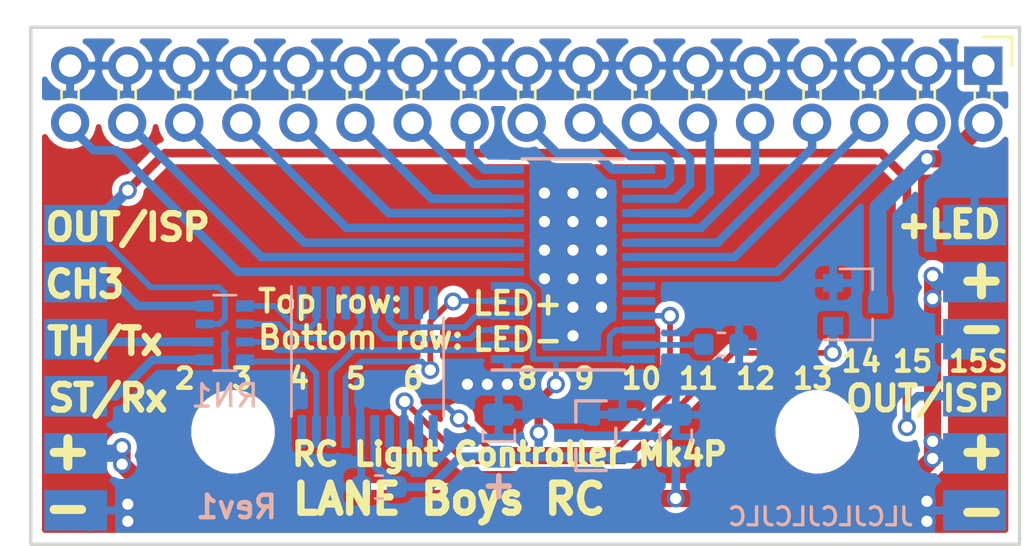
<source format=kicad_pcb>
(kicad_pcb (version 20171130) (host pcbnew 5.1.6-c6e7f7d~87~ubuntu18.04.1)

  (general
    (thickness 1.6)
    (drawings 41)
    (tracks 226)
    (zones 0)
    (modules 14)
    (nets 37)
  )

  (page A4)
  (layers
    (0 Top signal)
    (31 Bottom signal)
    (32 B.Adhes user hide)
    (33 F.Adhes user hide)
    (34 B.Paste user hide)
    (35 F.Paste user hide)
    (36 B.SilkS user)
    (37 F.SilkS user)
    (38 B.Mask user hide)
    (39 F.Mask user hide)
    (40 Dwgs.User user hide)
    (41 Cmts.User user hide)
    (42 Eco1.User user hide)
    (43 Eco2.User user hide)
    (44 Edge.Cuts user)
    (45 Margin user hide)
    (46 B.CrtYd user hide)
    (47 F.CrtYd user hide)
    (48 B.Fab user hide)
    (49 F.Fab user)
  )

  (setup
    (last_trace_width 0.254)
    (user_trace_width 0.2032)
    (user_trace_width 0.381)
    (user_trace_width 0.508)
    (user_trace_width 0.635)
    (user_trace_width 0.762)
    (trace_clearance 0.1778)
    (zone_clearance 0.254)
    (zone_45_only no)
    (trace_min 0.2)
    (via_size 0.8)
    (via_drill 0.5)
    (via_min_size 0.4)
    (via_min_drill 0.3)
    (uvia_size 0.3)
    (uvia_drill 0.1)
    (uvias_allowed no)
    (uvia_min_size 0.2)
    (uvia_min_drill 0.1)
    (edge_width 0.15)
    (segment_width 0.2)
    (pcb_text_width 0.3)
    (pcb_text_size 1.5 1.5)
    (mod_edge_width 0.15)
    (mod_text_size 1 1)
    (mod_text_width 0.15)
    (pad_size 2.2 2.2)
    (pad_drill 2.2)
    (pad_to_mask_clearance 0.0254)
    (pad_to_paste_clearance_ratio -0.1)
    (aux_axis_origin 135 114)
    (grid_origin 135 114)
    (visible_elements 7FFFFF7F)
    (pcbplotparams
      (layerselection 0x010f8_ffffffff)
      (usegerberextensions false)
      (usegerberattributes false)
      (usegerberadvancedattributes false)
      (creategerberjobfile false)
      (excludeedgelayer true)
      (linewidth 0.100000)
      (plotframeref false)
      (viasonmask false)
      (mode 1)
      (useauxorigin false)
      (hpglpennumber 1)
      (hpglpenspeed 20)
      (hpglpendiameter 15.000000)
      (psnegative false)
      (psa4output false)
      (plotreference true)
      (plotvalue true)
      (plotinvisibletext false)
      (padsonsilk false)
      (subtractmaskfromsilk true)
      (outputformat 1)
      (mirror false)
      (drillshape 0)
      (scaleselection 1)
      (outputdirectory "gerber/"))
  )

  (net 0 "")
  (net 1 +3V3)
  (net 2 GND)
  (net 3 /VIN)
  (net 4 /CH3)
  (net 5 /OUT0)
  (net 6 /OUT1)
  (net 7 /OUT2)
  (net 8 /OUT3)
  (net 9 /OUT4)
  (net 10 /OUT5)
  (net 11 /OUT6)
  (net 12 /OUT7)
  (net 13 /OUT8)
  (net 14 /LED+)
  (net 15 /OUT-ISP)
  (net 16 /ST-RX)
  (net 17 /TH-TX)
  (net 18 /ST-Rx-in)
  (net 19 /TH-Tx-in)
  (net 20 /CH3-in)
  (net 21 /OUT-ISP-out)
  (net 22 "Net-(J1-Pad2)")
  (net 23 /BLANK)
  (net 24 /XLAT)
  (net 25 /SCLK)
  (net 26 /SIN)
  (net 27 /OUT9)
  (net 28 /OUT10)
  (net 29 /OUT11)
  (net 30 /OUT12)
  (net 31 /OUT13)
  (net 32 /OUT14)
  (net 33 /OUT15)
  (net 34 /GSCLK)
  (net 35 "Net-(1-Pad27)")
  (net 36 /OUT15S)

  (net_class Default "This is the default net class."
    (clearance 0.1778)
    (trace_width 0.254)
    (via_dia 0.8)
    (via_drill 0.5)
    (uvia_dia 0.3)
    (uvia_drill 0.1)
    (diff_pair_width 0.2032)
    (diff_pair_gap 0.254)
    (add_net +3V3)
    (add_net /BLANK)
    (add_net /CH3)
    (add_net /CH3-in)
    (add_net /GSCLK)
    (add_net /LED+)
    (add_net /OUT-ISP)
    (add_net /OUT-ISP-out)
    (add_net /OUT0)
    (add_net /OUT1)
    (add_net /OUT10)
    (add_net /OUT11)
    (add_net /OUT12)
    (add_net /OUT13)
    (add_net /OUT14)
    (add_net /OUT15)
    (add_net /OUT15S)
    (add_net /OUT2)
    (add_net /OUT3)
    (add_net /OUT4)
    (add_net /OUT5)
    (add_net /OUT6)
    (add_net /OUT7)
    (add_net /OUT8)
    (add_net /OUT9)
    (add_net /SCLK)
    (add_net /SIN)
    (add_net /ST-RX)
    (add_net /ST-Rx-in)
    (add_net /TH-TX)
    (add_net /TH-Tx-in)
    (add_net /VIN)
    (add_net /XLAT)
    (add_net GND)
    (add_net "Net-(1-Pad23)")
    (add_net "Net-(1-Pad24)")
    (add_net "Net-(1-Pad27)")
    (add_net "Net-(J1-Pad2)")
    (add_net "Net-(U1-Pad1)")
    (add_net "Net-(U1-Pad10)")
    (add_net "Net-(U1-Pad11)")
    (add_net "Net-(U1-Pad14)")
    (add_net "Net-(U1-Pad20)")
    (add_net "Net-(U1-Pad4)")
    (add_net "Net-(U1-Pad8)")
    (add_net "Net-(U1-Pad9)")
  )

  (module Resistor_SMD:R_Array_Convex_4x0603 (layer Bottom) (tedit 58E0A8B2) (tstamp 5F18C509)
    (at 143.636 104.602)
    (descr "Chip Resistor Network, ROHM MNR14 (see mnr_g.pdf)")
    (tags "resistor array")
    (path /5F192F7F)
    (attr smd)
    (fp_text reference RN1 (at 0 2.8) (layer B.SilkS)
      (effects (font (size 1 1) (thickness 0.15)) (justify mirror))
    )
    (fp_text value R_Pack04 (at 0 -2.8) (layer B.Fab)
      (effects (font (size 1 1) (thickness 0.15)) (justify mirror))
    )
    (fp_text user %R (at 0 0 -90) (layer B.Fab)
      (effects (font (size 0.5 0.5) (thickness 0.075)) (justify mirror))
    )
    (fp_line (start -0.8 1.6) (end 0.8 1.6) (layer B.Fab) (width 0.1))
    (fp_line (start 0.8 1.6) (end 0.8 -1.6) (layer B.Fab) (width 0.1))
    (fp_line (start 0.8 -1.6) (end -0.8 -1.6) (layer B.Fab) (width 0.1))
    (fp_line (start -0.8 -1.6) (end -0.8 1.6) (layer B.Fab) (width 0.1))
    (fp_line (start 0.5 -1.68) (end -0.5 -1.68) (layer B.SilkS) (width 0.12))
    (fp_line (start 0.5 1.68) (end -0.5 1.68) (layer B.SilkS) (width 0.12))
    (fp_line (start -1.55 1.85) (end 1.55 1.85) (layer B.CrtYd) (width 0.05))
    (fp_line (start -1.55 1.85) (end -1.55 -1.85) (layer B.CrtYd) (width 0.05))
    (fp_line (start 1.55 -1.85) (end 1.55 1.85) (layer B.CrtYd) (width 0.05))
    (fp_line (start 1.55 -1.85) (end -1.55 -1.85) (layer B.CrtYd) (width 0.05))
    (pad 5 smd rect (at 0.9 -1.2) (size 0.8 0.5) (layers Bottom B.Paste B.Mask)
      (net 4 /CH3))
    (pad 6 smd rect (at 0.9 -0.4) (size 0.8 0.4) (layers Bottom B.Paste B.Mask)
      (net 15 /OUT-ISP))
    (pad 8 smd rect (at 0.9 1.2) (size 0.8 0.5) (layers Bottom B.Paste B.Mask)
      (net 16 /ST-RX))
    (pad 7 smd rect (at 0.9 0.4) (size 0.8 0.4) (layers Bottom B.Paste B.Mask)
      (net 17 /TH-TX))
    (pad 4 smd rect (at -0.9 -1.2) (size 0.8 0.5) (layers Bottom B.Paste B.Mask)
      (net 20 /CH3-in))
    (pad 2 smd rect (at -0.9 0.4) (size 0.8 0.4) (layers Bottom B.Paste B.Mask)
      (net 19 /TH-Tx-in))
    (pad 3 smd rect (at -0.9 -0.4) (size 0.8 0.4) (layers Bottom B.Paste B.Mask)
      (net 21 /OUT-ISP-out))
    (pad 1 smd rect (at -0.9 1.2) (size 0.8 0.5) (layers Bottom B.Paste B.Mask)
      (net 18 /ST-Rx-in))
    (model ${KISYS3DMOD}/Resistor_SMD.3dshapes/R_Array_Convex_4x0603.wrl
      (at (xyz 0 0 0))
      (scale (xyz 1 1 1))
      (rotate (xyz 0 0 0))
    )
  )

  (module rc-light-controller-tlc5940-lpc812:SOP65P640X120-29N (layer Bottom) (tedit 5F193255) (tstamp 5F1921A1)
    (at 159.13 101.554)
    (path /5F1F6430)
    (fp_text reference 1 (at -3.4544 5.715) (layer B.SilkS) hide
      (effects (font (size 1.97866 1.97866) (thickness 0.197866)) (justify right bottom mirror))
    )
    (fp_text value TLC5940PWP-rc-light-controller-tlc5940-lpc812-eagle-import (at -3.4544 -7.62 270) (layer B.Fab)
      (effects (font (size 0.77216 0.77216) (thickness 0.115824)) (justify right bottom mirror))
    )
    (fp_line (start -2.2606 4.9022) (end -2.2606 -4.9022) (layer B.Fab) (width 0.1))
    (fp_line (start -0.3048 4.9022) (end -2.2606 4.9022) (layer B.Fab) (width 0.1))
    (fp_line (start 2.2606 -4.9022) (end 2.2606 4.9022) (layer B.Fab) (width 0.1))
    (fp_line (start -2.2606 -4.9022) (end 2.2606 -4.9022) (layer B.Fab) (width 0.1))
    (fp_line (start 3.302 4.3688) (end 2.2606 4.3688) (layer B.Fab) (width 0.1))
    (fp_line (start 3.302 4.064) (end 3.302 4.3688) (layer B.Fab) (width 0.1))
    (fp_line (start 2.2606 4.064) (end 3.302 4.064) (layer B.Fab) (width 0.1))
    (fp_line (start 2.2606 4.3688) (end 2.2606 4.064) (layer B.Fab) (width 0.1))
    (fp_line (start 3.302 3.7338) (end 2.2606 3.7338) (layer B.Fab) (width 0.1))
    (fp_line (start 3.302 3.429) (end 3.302 3.7338) (layer B.Fab) (width 0.1))
    (fp_line (start 2.2606 3.429) (end 3.302 3.429) (layer B.Fab) (width 0.1))
    (fp_line (start 2.2606 3.7338) (end 2.2606 3.429) (layer B.Fab) (width 0.1))
    (fp_line (start 3.302 3.0734) (end 2.2606 3.0734) (layer B.Fab) (width 0.1))
    (fp_line (start 3.302 2.7686) (end 3.302 3.0734) (layer B.Fab) (width 0.1))
    (fp_line (start 2.2606 2.7686) (end 3.302 2.7686) (layer B.Fab) (width 0.1))
    (fp_line (start 2.2606 3.0734) (end 2.2606 2.7686) (layer B.Fab) (width 0.1))
    (fp_line (start 3.302 2.413) (end 2.2606 2.413) (layer B.Fab) (width 0.1))
    (fp_line (start 3.302 2.1336) (end 3.302 2.413) (layer B.Fab) (width 0.1))
    (fp_line (start 2.2606 2.1336) (end 3.302 2.1336) (layer B.Fab) (width 0.1))
    (fp_line (start 2.2606 2.413) (end 2.2606 2.1336) (layer B.Fab) (width 0.1))
    (fp_line (start 3.302 1.778) (end 2.2606 1.778) (layer B.Fab) (width 0.1))
    (fp_line (start 3.302 1.4732) (end 3.302 1.778) (layer B.Fab) (width 0.1))
    (fp_line (start 2.2606 1.4732) (end 3.302 1.4732) (layer B.Fab) (width 0.1))
    (fp_line (start 2.2606 1.778) (end 2.2606 1.4732) (layer B.Fab) (width 0.1))
    (fp_line (start 3.302 1.1176) (end 2.2606 1.1176) (layer B.Fab) (width 0.1))
    (fp_line (start 3.302 0.8128) (end 3.302 1.1176) (layer B.Fab) (width 0.1))
    (fp_line (start 2.2606 0.8128) (end 3.302 0.8128) (layer B.Fab) (width 0.1))
    (fp_line (start 2.2606 1.1176) (end 2.2606 0.8128) (layer B.Fab) (width 0.1))
    (fp_line (start 3.302 0.4826) (end 2.2606 0.4826) (layer B.Fab) (width 0.1))
    (fp_line (start 3.302 0.1778) (end 3.302 0.4826) (layer B.Fab) (width 0.1))
    (fp_line (start 2.2606 0.1778) (end 3.302 0.1778) (layer B.Fab) (width 0.1))
    (fp_line (start 2.2606 0.4826) (end 2.2606 0.1778) (layer B.Fab) (width 0.1))
    (fp_line (start 3.302 -0.1778) (end 2.2606 -0.1778) (layer B.Fab) (width 0.1))
    (fp_line (start 3.302 -0.4826) (end 3.302 -0.1778) (layer B.Fab) (width 0.1))
    (fp_line (start 2.2606 -0.4826) (end 3.302 -0.4826) (layer B.Fab) (width 0.1))
    (fp_line (start 2.2606 -0.1778) (end 2.2606 -0.4826) (layer B.Fab) (width 0.1))
    (fp_line (start 3.302 -0.8128) (end 2.2606 -0.8128) (layer B.Fab) (width 0.1))
    (fp_line (start 3.302 -1.1176) (end 3.302 -0.8128) (layer B.Fab) (width 0.1))
    (fp_line (start 2.2606 -1.1176) (end 3.302 -1.1176) (layer B.Fab) (width 0.1))
    (fp_line (start 2.2606 -0.8128) (end 2.2606 -1.1176) (layer B.Fab) (width 0.1))
    (fp_line (start 3.302 -1.4732) (end 2.2606 -1.4732) (layer B.Fab) (width 0.1))
    (fp_line (start 3.302 -1.778) (end 3.302 -1.4732) (layer B.Fab) (width 0.1))
    (fp_line (start 2.2606 -1.778) (end 3.302 -1.778) (layer B.Fab) (width 0.1))
    (fp_line (start 2.2606 -1.4732) (end 2.2606 -1.778) (layer B.Fab) (width 0.1))
    (fp_line (start 3.302 -2.1336) (end 2.2606 -2.1336) (layer B.Fab) (width 0.1))
    (fp_line (start 3.302 -2.413) (end 3.302 -2.1336) (layer B.Fab) (width 0.1))
    (fp_line (start 2.2606 -2.413) (end 3.302 -2.413) (layer B.Fab) (width 0.1))
    (fp_line (start 2.2606 -2.1336) (end 2.2606 -2.413) (layer B.Fab) (width 0.1))
    (fp_line (start 3.302 -2.7686) (end 2.2606 -2.7686) (layer B.Fab) (width 0.1))
    (fp_line (start 3.302 -3.0734) (end 3.302 -2.7686) (layer B.Fab) (width 0.1))
    (fp_line (start 2.2606 -3.0734) (end 3.302 -3.0734) (layer B.Fab) (width 0.1))
    (fp_line (start 2.2606 -2.7686) (end 2.2606 -3.0734) (layer B.Fab) (width 0.1))
    (fp_line (start 3.302 -3.429) (end 2.2606 -3.429) (layer B.Fab) (width 0.1))
    (fp_line (start 3.302 -3.7338) (end 3.302 -3.429) (layer B.Fab) (width 0.1))
    (fp_line (start 2.2606 -3.7338) (end 3.302 -3.7338) (layer B.Fab) (width 0.1))
    (fp_line (start 2.2606 -3.429) (end 2.2606 -3.7338) (layer B.Fab) (width 0.1))
    (fp_line (start 3.302 -4.064) (end 2.2606 -4.064) (layer B.Fab) (width 0.1))
    (fp_line (start 3.302 -4.3688) (end 3.302 -4.064) (layer B.Fab) (width 0.1))
    (fp_line (start 2.2606 -4.3688) (end 3.302 -4.3688) (layer B.Fab) (width 0.1))
    (fp_line (start 2.2606 -4.064) (end 2.2606 -4.3688) (layer B.Fab) (width 0.1))
    (fp_line (start -3.302 -4.3688) (end -2.2606 -4.3688) (layer B.Fab) (width 0.1))
    (fp_line (start -3.302 -4.064) (end -3.302 -4.3688) (layer B.Fab) (width 0.1))
    (fp_line (start -2.2606 -4.064) (end -3.302 -4.064) (layer B.Fab) (width 0.1))
    (fp_line (start -2.2606 -4.3688) (end -2.2606 -4.064) (layer B.Fab) (width 0.1))
    (fp_line (start -3.302 -3.7338) (end -2.2606 -3.7338) (layer B.Fab) (width 0.1))
    (fp_line (start -3.302 -3.429) (end -3.302 -3.7338) (layer B.Fab) (width 0.1))
    (fp_line (start -2.2606 -3.429) (end -3.302 -3.429) (layer B.Fab) (width 0.1))
    (fp_line (start -2.2606 -3.7338) (end -2.2606 -3.429) (layer B.Fab) (width 0.1))
    (fp_line (start -3.302 -3.0734) (end -2.2606 -3.0734) (layer B.Fab) (width 0.1))
    (fp_line (start -3.302 -2.7686) (end -3.302 -3.0734) (layer B.Fab) (width 0.1))
    (fp_line (start -2.2606 -2.7686) (end -3.302 -2.7686) (layer B.Fab) (width 0.1))
    (fp_line (start -2.2606 -3.0734) (end -2.2606 -2.7686) (layer B.Fab) (width 0.1))
    (fp_line (start -3.302 -2.413) (end -2.2606 -2.413) (layer B.Fab) (width 0.1))
    (fp_line (start -3.302 -2.1336) (end -3.302 -2.413) (layer B.Fab) (width 0.1))
    (fp_line (start -2.2606 -2.1336) (end -3.302 -2.1336) (layer B.Fab) (width 0.1))
    (fp_line (start -2.2606 -2.413) (end -2.2606 -2.1336) (layer B.Fab) (width 0.1))
    (fp_line (start -3.302 -1.778) (end -2.2606 -1.778) (layer B.Fab) (width 0.1))
    (fp_line (start -3.302 -1.4732) (end -3.302 -1.778) (layer B.Fab) (width 0.1))
    (fp_line (start -2.2606 -1.4732) (end -3.302 -1.4732) (layer B.Fab) (width 0.1))
    (fp_line (start -2.2606 -1.778) (end -2.2606 -1.4732) (layer B.Fab) (width 0.1))
    (fp_line (start -3.302 -1.1176) (end -2.2606 -1.1176) (layer B.Fab) (width 0.1))
    (fp_line (start -3.302 -0.8128) (end -3.302 -1.1176) (layer B.Fab) (width 0.1))
    (fp_line (start -2.2606 -0.8128) (end -3.302 -0.8128) (layer B.Fab) (width 0.1))
    (fp_line (start -2.2606 -1.1176) (end -2.2606 -0.8128) (layer B.Fab) (width 0.1))
    (fp_line (start -3.302 -0.4826) (end -2.2606 -0.4826) (layer B.Fab) (width 0.1))
    (fp_line (start -3.302 -0.1778) (end -3.302 -0.4826) (layer B.Fab) (width 0.1))
    (fp_line (start -2.2606 -0.1778) (end -3.302 -0.1778) (layer B.Fab) (width 0.1))
    (fp_line (start -2.2606 -0.4826) (end -2.2606 -0.1778) (layer B.Fab) (width 0.1))
    (fp_line (start -3.302 0.1778) (end -2.2606 0.1778) (layer B.Fab) (width 0.1))
    (fp_line (start -3.302 0.4826) (end -3.302 0.1778) (layer B.Fab) (width 0.1))
    (fp_line (start -2.2606 0.4826) (end -3.302 0.4826) (layer B.Fab) (width 0.1))
    (fp_line (start -2.2606 0.1778) (end -2.2606 0.4826) (layer B.Fab) (width 0.1))
    (fp_line (start -3.302 0.8128) (end -2.2606 0.8128) (layer B.Fab) (width 0.1))
    (fp_line (start -3.302 1.1176) (end -3.302 0.8128) (layer B.Fab) (width 0.1))
    (fp_line (start -2.2606 1.1176) (end -3.302 1.1176) (layer B.Fab) (width 0.1))
    (fp_line (start -2.2606 0.8128) (end -2.2606 1.1176) (layer B.Fab) (width 0.1))
    (fp_line (start -3.302 1.4732) (end -2.2606 1.4732) (layer B.Fab) (width 0.1))
    (fp_line (start -3.302 1.778) (end -3.302 1.4732) (layer B.Fab) (width 0.1))
    (fp_line (start -2.2606 1.778) (end -3.302 1.778) (layer B.Fab) (width 0.1))
    (fp_line (start -2.2606 1.4732) (end -2.2606 1.778) (layer B.Fab) (width 0.1))
    (fp_line (start -3.302 2.1336) (end -2.2606 2.1336) (layer B.Fab) (width 0.1))
    (fp_line (start -3.302 2.413) (end -3.302 2.1336) (layer B.Fab) (width 0.1))
    (fp_line (start -2.2606 2.413) (end -3.302 2.413) (layer B.Fab) (width 0.1))
    (fp_line (start -2.2606 2.1336) (end -2.2606 2.413) (layer B.Fab) (width 0.1))
    (fp_line (start -3.302 2.7686) (end -2.2606 2.7686) (layer B.Fab) (width 0.1))
    (fp_line (start -3.302 3.0734) (end -3.302 2.7686) (layer B.Fab) (width 0.1))
    (fp_line (start -2.2606 3.0734) (end -3.302 3.0734) (layer B.Fab) (width 0.1))
    (fp_line (start -2.2606 2.7686) (end -2.2606 3.0734) (layer B.Fab) (width 0.1))
    (fp_line (start -3.302 3.429) (end -2.2606 3.429) (layer B.Fab) (width 0.1))
    (fp_line (start -3.302 3.7338) (end -3.302 3.429) (layer B.Fab) (width 0.1))
    (fp_line (start -2.2606 3.7338) (end -3.302 3.7338) (layer B.Fab) (width 0.1))
    (fp_line (start -2.2606 3.429) (end -2.2606 3.7338) (layer B.Fab) (width 0.1))
    (fp_line (start -3.302 4.064) (end -2.2606 4.064) (layer B.Fab) (width 0.1))
    (fp_line (start -3.302 4.3688) (end -3.302 4.064) (layer B.Fab) (width 0.1))
    (fp_line (start -2.2606 4.3688) (end -3.302 4.3688) (layer B.Fab) (width 0.1))
    (fp_line (start -2.2606 4.064) (end -2.2606 4.3688) (layer B.Fab) (width 0.1))
    (fp_line (start 2.286 4.699) (end -3.6068 4.699) (layer B.SilkS) (width 0.1524))
    (fp_line (start -2.2606 -4.699) (end 2.2606 -4.699) (layer B.SilkS) (width 0.1524))
    (fp_poly (pts (xy 0.254 2.921) (xy 0.889 2.921) (xy 0.889 2.286) (xy 0.254 2.286)) (layer B.Mask) (width 0.15))
    (fp_poly (pts (xy 0.254 1.635125) (xy 0.889 1.635125) (xy 0.889 1.000125) (xy 0.254 1.000125)) (layer B.Mask) (width 0.15))
    (fp_poly (pts (xy 0.254 0.34925) (xy 0.889 0.34925) (xy 0.889 -0.28575) (xy 0.254 -0.28575)) (layer B.Mask) (width 0.15))
    (fp_poly (pts (xy 0.254 -0.936625) (xy 0.889 -0.936625) (xy 0.889 -1.571625) (xy 0.254 -1.571625)) (layer B.Mask) (width 0.15))
    (fp_poly (pts (xy 0.254 -2.2225) (xy 0.889 -2.2225) (xy 0.889 -2.8575) (xy 0.254 -2.8575)) (layer B.Mask) (width 0.15))
    (fp_poly (pts (xy -0.889 -0.936625) (xy -0.254 -0.936625) (xy -0.254 -1.571625) (xy -0.889 -1.571625)) (layer B.Mask) (width 0.15))
    (fp_poly (pts (xy -0.889 2.921) (xy -0.254 2.921) (xy -0.254 2.286) (xy -0.889 2.286)) (layer B.Mask) (width 0.15))
    (fp_poly (pts (xy -0.889 -2.2225) (xy -0.254 -2.2225) (xy -0.254 -2.8575) (xy -0.889 -2.8575)) (layer B.Mask) (width 0.15))
    (fp_poly (pts (xy -0.889 1.635125) (xy -0.254 1.635125) (xy -0.254 1.000125) (xy -0.889 1.000125)) (layer B.Mask) (width 0.15))
    (fp_poly (pts (xy -0.889 0.34925) (xy -0.254 0.34925) (xy -0.254 -0.28575) (xy -0.889 -0.28575)) (layer B.Mask) (width 0.15))
    (fp_poly (pts (xy -0.889 2.794) (xy -0.254 2.794) (xy -0.254 2.159) (xy -0.889 2.159)) (layer B.Paste) (width 0.15))
    (fp_poly (pts (xy -0.889 1.55575) (xy -0.254 1.55575) (xy -0.254 0.92075) (xy -0.889 0.92075)) (layer B.Paste) (width 0.15))
    (fp_poly (pts (xy -0.889 0.3175) (xy -0.254 0.3175) (xy -0.254 -0.3175) (xy -0.889 -0.3175)) (layer B.Paste) (width 0.15))
    (fp_poly (pts (xy -0.889 -0.92075) (xy -0.254 -0.92075) (xy -0.254 -1.55575) (xy -0.889 -1.55575)) (layer B.Paste) (width 0.15))
    (fp_poly (pts (xy -0.889 -2.159) (xy -0.254 -2.159) (xy -0.254 -2.794) (xy -0.889 -2.794)) (layer B.Paste) (width 0.15))
    (fp_poly (pts (xy 0.254 2.794) (xy 0.889 2.794) (xy 0.889 2.159) (xy 0.254 2.159)) (layer B.Paste) (width 0.15))
    (fp_poly (pts (xy 0.254 1.55575) (xy 0.889 1.55575) (xy 0.889 0.92075) (xy 0.254 0.92075)) (layer B.Paste) (width 0.15))
    (fp_poly (pts (xy 0.254 0.3175) (xy 0.889 0.3175) (xy 0.889 -0.3175) (xy 0.254 -0.3175)) (layer B.Paste) (width 0.15))
    (fp_poly (pts (xy 0.254 -0.92075) (xy 0.889 -0.92075) (xy 0.889 -1.55575) (xy 0.254 -1.55575)) (layer B.Paste) (width 0.15))
    (fp_poly (pts (xy 0.254 -2.159) (xy 0.889 -2.159) (xy 0.889 -2.794) (xy 0.254 -2.794)) (layer B.Paste) (width 0.15))
    (fp_arc (start 0 4.9022) (end 0.3048 4.9022) (angle -180) (layer B.Fab) (width 0.1))
    (fp_text user * (at -3.8946 5.3466) (layer B.SilkS) hide
      (effects (font (size 1.2065 1.2065) (thickness 0.0762)) (justify right bottom mirror))
    )
    (fp_text user * (at -3.7592 4.445) (layer B.Fab)
      (effects (font (size 1.2065 1.2065) (thickness 0.0762)) (justify right bottom mirror))
    )
    (pad 1 smd rect (at -2.921 4.2164) (size 1.4732 0.3556) (layers Bottom B.Paste B.Mask)
      (net 2 GND) (solder_mask_margin 0.0508))
    (pad 2 smd rect (at -2.921 3.5814) (size 1.4732 0.3556) (layers Bottom B.Paste B.Mask)
      (net 23 /BLANK) (solder_mask_margin 0.0508))
    (pad 3 smd rect (at -2.921 2.921) (size 1.4732 0.3556) (layers Bottom B.Paste B.Mask)
      (net 24 /XLAT) (solder_mask_margin 0.0508))
    (pad 4 smd rect (at -2.921 2.286) (size 1.4732 0.3556) (layers Bottom B.Paste B.Mask)
      (net 25 /SCLK) (solder_mask_margin 0.0508))
    (pad 5 smd rect (at -2.921 1.6256) (size 1.4732 0.3556) (layers Bottom B.Paste B.Mask)
      (net 26 /SIN) (solder_mask_margin 0.0508))
    (pad 6 smd rect (at -2.921 0.9652) (size 1.4732 0.3556) (layers Bottom B.Paste B.Mask)
      (net 1 +3V3) (solder_mask_margin 0.0508))
    (pad 7 smd rect (at -2.921 0.3302) (size 1.4732 0.3556) (layers Bottom B.Paste B.Mask)
      (net 5 /OUT0) (solder_mask_margin 0.0508))
    (pad 8 smd rect (at -2.921 -0.3302) (size 1.4732 0.3556) (layers Bottom B.Paste B.Mask)
      (net 6 /OUT1) (solder_mask_margin 0.0508))
    (pad 9 smd rect (at -2.921 -0.9652) (size 1.4732 0.3556) (layers Bottom B.Paste B.Mask)
      (net 7 /OUT2) (solder_mask_margin 0.0508))
    (pad 10 smd rect (at -2.921 -1.6256) (size 1.4732 0.3556) (layers Bottom B.Paste B.Mask)
      (net 8 /OUT3) (solder_mask_margin 0.0508))
    (pad 11 smd rect (at -2.921 -2.286) (size 1.4732 0.3556) (layers Bottom B.Paste B.Mask)
      (net 9 /OUT4) (solder_mask_margin 0.0508))
    (pad 12 smd rect (at -2.921 -2.921) (size 1.4732 0.3556) (layers Bottom B.Paste B.Mask)
      (net 10 /OUT5) (solder_mask_margin 0.0508))
    (pad 13 smd rect (at -2.921 -3.5814) (size 1.4732 0.3556) (layers Bottom B.Paste B.Mask)
      (net 11 /OUT6) (solder_mask_margin 0.0508))
    (pad 14 smd rect (at -2.921 -4.2164) (size 1.4732 0.3556) (layers Bottom B.Paste B.Mask)
      (net 12 /OUT7) (solder_mask_margin 0.0508))
    (pad 15 smd rect (at 2.921 -4.2164) (size 1.4732 0.3556) (layers Bottom B.Paste B.Mask)
      (net 13 /OUT8) (solder_mask_margin 0.0508))
    (pad 16 smd rect (at 2.921 -3.5814) (size 1.4732 0.3556) (layers Bottom B.Paste B.Mask)
      (net 27 /OUT9) (solder_mask_margin 0.0508))
    (pad 17 smd rect (at 2.921 -2.921) (size 1.4732 0.3556) (layers Bottom B.Paste B.Mask)
      (net 28 /OUT10) (solder_mask_margin 0.0508))
    (pad 18 smd rect (at 2.921 -2.286) (size 1.4732 0.3556) (layers Bottom B.Paste B.Mask)
      (net 29 /OUT11) (solder_mask_margin 0.0508))
    (pad 19 smd rect (at 2.921 -1.6256) (size 1.4732 0.3556) (layers Bottom B.Paste B.Mask)
      (net 30 /OUT12) (solder_mask_margin 0.0508))
    (pad 20 smd rect (at 2.921 -0.9652) (size 1.4732 0.3556) (layers Bottom B.Paste B.Mask)
      (net 31 /OUT13) (solder_mask_margin 0.0508))
    (pad 21 smd rect (at 2.921 -0.3302) (size 1.4732 0.3556) (layers Bottom B.Paste B.Mask)
      (net 32 /OUT14) (solder_mask_margin 0.0508))
    (pad 22 smd rect (at 2.921 0.3302) (size 1.4732 0.3556) (layers Bottom B.Paste B.Mask)
      (net 33 /OUT15) (solder_mask_margin 0.0508))
    (pad 23 smd rect (at 2.921 0.9652) (size 1.4732 0.3556) (layers Bottom B.Paste B.Mask)
      (solder_mask_margin 0.0508))
    (pad 24 smd rect (at 2.921 1.6256) (size 1.4732 0.3556) (layers Bottom B.Paste B.Mask)
      (solder_mask_margin 0.0508))
    (pad 25 smd rect (at 2.921 2.286) (size 1.4732 0.3556) (layers Bottom B.Paste B.Mask)
      (net 34 /GSCLK) (solder_mask_margin 0.0508))
    (pad 26 smd rect (at 2.921 2.921) (size 1.4732 0.3556) (layers Bottom B.Paste B.Mask)
      (net 1 +3V3) (solder_mask_margin 0.0508))
    (pad 27 smd rect (at 2.921 3.5814) (size 1.4732 0.3556) (layers Bottom B.Paste B.Mask)
      (net 35 "Net-(1-Pad27)") (solder_mask_margin 0.0508))
    (pad 28 smd rect (at 2.921 4.2164) (size 1.4732 0.3556) (layers Bottom B.Paste B.Mask)
      (net 1 +3V3) (solder_mask_margin 0.0508))
    (pad 29 smd rect (at 0 0) (size 2.3876 6.1722) (layers Bottom B.Mask)
      (net 2 GND) (solder_mask_margin 0.0508) (zone_connect 2))
  )

  (module Resistor_SMD:R_0603_1608Metric (layer Bottom) (tedit 5B301BBD) (tstamp 5F1923C6)
    (at 165.734 105.11)
    (descr "Resistor SMD 0603 (1608 Metric), square (rectangular) end terminal, IPC_7351 nominal, (Body size source: http://www.tortai-tech.com/upload/download/2011102023233369053.pdf), generated with kicad-footprint-generator")
    (tags resistor)
    (path /5F23623F)
    (attr smd)
    (fp_text reference R1 (at 0 1.43) (layer B.SilkS) hide
      (effects (font (size 1 1) (thickness 0.15)) (justify mirror))
    )
    (fp_text value R (at 0 -1.43) (layer B.Fab)
      (effects (font (size 1 1) (thickness 0.15)) (justify mirror))
    )
    (fp_line (start -0.8 -0.4) (end -0.8 0.4) (layer B.Fab) (width 0.1))
    (fp_line (start -0.8 0.4) (end 0.8 0.4) (layer B.Fab) (width 0.1))
    (fp_line (start 0.8 0.4) (end 0.8 -0.4) (layer B.Fab) (width 0.1))
    (fp_line (start 0.8 -0.4) (end -0.8 -0.4) (layer B.Fab) (width 0.1))
    (fp_line (start -0.162779 0.51) (end 0.162779 0.51) (layer B.SilkS) (width 0.12))
    (fp_line (start -0.162779 -0.51) (end 0.162779 -0.51) (layer B.SilkS) (width 0.12))
    (fp_line (start -1.48 -0.73) (end -1.48 0.73) (layer B.CrtYd) (width 0.05))
    (fp_line (start -1.48 0.73) (end 1.48 0.73) (layer B.CrtYd) (width 0.05))
    (fp_line (start 1.48 0.73) (end 1.48 -0.73) (layer B.CrtYd) (width 0.05))
    (fp_line (start 1.48 -0.73) (end -1.48 -0.73) (layer B.CrtYd) (width 0.05))
    (fp_text user %R (at 0 0) (layer B.Fab)
      (effects (font (size 0.4 0.4) (thickness 0.06)) (justify mirror))
    )
    (pad 2 smd roundrect (at 0.7875 0) (size 0.875 0.95) (layers Bottom B.Paste B.Mask) (roundrect_rratio 0.25)
      (net 2 GND))
    (pad 1 smd roundrect (at -0.7875 0) (size 0.875 0.95) (layers Bottom B.Paste B.Mask) (roundrect_rratio 0.25)
      (net 35 "Net-(1-Pad27)"))
    (model ${KISYS3DMOD}/Resistor_SMD.3dshapes/R_0603_1608Metric.wrl
      (at (xyz 0 0 0))
      (scale (xyz 1 1 1))
      (rotate (xyz 0 0 0))
    )
  )

  (module Capacitor_SMD:C_0603_1608Metric (layer Bottom) (tedit 5B301BBE) (tstamp 5F1974BB)
    (at 150.494 111.46 180)
    (descr "Capacitor SMD 0603 (1608 Metric), square (rectangular) end terminal, IPC_7351 nominal, (Body size source: http://www.tortai-tech.com/upload/download/2011102023233369053.pdf), generated with kicad-footprint-generator")
    (tags capacitor)
    (path /5F2418F7)
    (attr smd)
    (fp_text reference C3 (at 0 1.43) (layer B.SilkS) hide
      (effects (font (size 1 1) (thickness 0.15)) (justify mirror))
    )
    (fp_text value 100n (at 0 -1.43) (layer B.Fab)
      (effects (font (size 1 1) (thickness 0.15)) (justify mirror))
    )
    (fp_line (start 1.48 -0.73) (end -1.48 -0.73) (layer B.CrtYd) (width 0.05))
    (fp_line (start 1.48 0.73) (end 1.48 -0.73) (layer B.CrtYd) (width 0.05))
    (fp_line (start -1.48 0.73) (end 1.48 0.73) (layer B.CrtYd) (width 0.05))
    (fp_line (start -1.48 -0.73) (end -1.48 0.73) (layer B.CrtYd) (width 0.05))
    (fp_line (start -0.162779 -0.51) (end 0.162779 -0.51) (layer B.SilkS) (width 0.12))
    (fp_line (start -0.162779 0.51) (end 0.162779 0.51) (layer B.SilkS) (width 0.12))
    (fp_line (start 0.8 -0.4) (end -0.8 -0.4) (layer B.Fab) (width 0.1))
    (fp_line (start 0.8 0.4) (end 0.8 -0.4) (layer B.Fab) (width 0.1))
    (fp_line (start -0.8 0.4) (end 0.8 0.4) (layer B.Fab) (width 0.1))
    (fp_line (start -0.8 -0.4) (end -0.8 0.4) (layer B.Fab) (width 0.1))
    (fp_text user %R (at 0 0) (layer B.Fab)
      (effects (font (size 0.4 0.4) (thickness 0.06)) (justify mirror))
    )
    (pad 2 smd roundrect (at 0.7875 0 180) (size 0.875 0.95) (layers Bottom B.Paste B.Mask) (roundrect_rratio 0.25)
      (net 2 GND))
    (pad 1 smd roundrect (at -0.7875 0 180) (size 0.875 0.95) (layers Bottom B.Paste B.Mask) (roundrect_rratio 0.25)
      (net 1 +3V3))
    (model ${KISYS3DMOD}/Capacitor_SMD.3dshapes/C_0603_1608Metric.wrl
      (at (xyz 0 0 0))
      (scale (xyz 1 1 1))
      (rotate (xyz 0 0 0))
    )
  )

  (module Connector_PinHeader_2.54mm:PinHeader_2x17_P2.54mm_Horizontal (layer Top) (tedit 5F18EAF6) (tstamp 5F184017)
    (at 177.39 92.71 270)
    (descr "Through hole angled pin header, 2x17, 2.54mm pitch, 6mm pin length, double rows")
    (tags "Through hole angled pin header THT 2x17 2.54mm double row")
    (path /5F1ABEB8)
    (fp_text reference J1 (at 5.655 2.39 270) (layer F.SilkS) hide
      (effects (font (size 1 1) (thickness 0.15)))
    )
    (fp_text value Conn_02x17_Odd_Even (at 5.655 42.91 270) (layer F.Fab)
      (effects (font (size 1 1) (thickness 0.15)))
    )
    (fp_line (start 13.1 -1.8) (end -1.8 -1.8) (layer F.CrtYd) (width 0.05))
    (fp_line (start 13.1 42.45) (end 13.1 -1.8) (layer F.CrtYd) (width 0.05))
    (fp_line (start -1.8 42.45) (end 13.1 42.45) (layer F.CrtYd) (width 0.05))
    (fp_line (start -1.8 -1.8) (end -1.8 42.45) (layer F.CrtYd) (width 0.05))
    (fp_line (start -1.27 -1.27) (end 0 -1.27) (layer F.SilkS) (width 0.12))
    (fp_line (start -1.27 0) (end -1.27 -1.27) (layer F.SilkS) (width 0.12))
    (fp_line (start 1.042929 41.02) (end 1.497071 41.02) (layer F.SilkS) (width 0.12))
    (fp_line (start 1.042929 40.26) (end 1.497071 40.26) (layer F.SilkS) (width 0.12))
    (fp_line (start 1.042929 38.48) (end 1.497071 38.48) (layer F.SilkS) (width 0.12))
    (fp_line (start 1.042929 37.72) (end 1.497071 37.72) (layer F.SilkS) (width 0.12))
    (fp_line (start 1.042929 35.94) (end 1.497071 35.94) (layer F.SilkS) (width 0.12))
    (fp_line (start 1.042929 35.18) (end 1.497071 35.18) (layer F.SilkS) (width 0.12))
    (fp_line (start 1.042929 33.4) (end 1.497071 33.4) (layer F.SilkS) (width 0.12))
    (fp_line (start 1.042929 32.64) (end 1.497071 32.64) (layer F.SilkS) (width 0.12))
    (fp_line (start 1.042929 30.86) (end 1.497071 30.86) (layer F.SilkS) (width 0.12))
    (fp_line (start 1.042929 30.1) (end 1.497071 30.1) (layer F.SilkS) (width 0.12))
    (fp_line (start 1.042929 28.32) (end 1.497071 28.32) (layer F.SilkS) (width 0.12))
    (fp_line (start 1.042929 27.56) (end 1.497071 27.56) (layer F.SilkS) (width 0.12))
    (fp_line (start 1.042929 25.78) (end 1.497071 25.78) (layer F.SilkS) (width 0.12))
    (fp_line (start 1.042929 25.02) (end 1.497071 25.02) (layer F.SilkS) (width 0.12))
    (fp_line (start 1.042929 23.24) (end 1.497071 23.24) (layer F.SilkS) (width 0.12))
    (fp_line (start 1.042929 22.48) (end 1.497071 22.48) (layer F.SilkS) (width 0.12))
    (fp_line (start 1.042929 20.7) (end 1.497071 20.7) (layer F.SilkS) (width 0.12))
    (fp_line (start 1.042929 19.94) (end 1.497071 19.94) (layer F.SilkS) (width 0.12))
    (fp_line (start 1.042929 18.16) (end 1.497071 18.16) (layer F.SilkS) (width 0.12))
    (fp_line (start 1.042929 17.4) (end 1.497071 17.4) (layer F.SilkS) (width 0.12))
    (fp_line (start 1.042929 15.62) (end 1.497071 15.62) (layer F.SilkS) (width 0.12))
    (fp_line (start 1.042929 14.86) (end 1.497071 14.86) (layer F.SilkS) (width 0.12))
    (fp_line (start 1.042929 13.08) (end 1.497071 13.08) (layer F.SilkS) (width 0.12))
    (fp_line (start 1.042929 12.32) (end 1.497071 12.32) (layer F.SilkS) (width 0.12))
    (fp_line (start 1.042929 10.54) (end 1.497071 10.54) (layer F.SilkS) (width 0.12))
    (fp_line (start 1.042929 9.78) (end 1.497071 9.78) (layer F.SilkS) (width 0.12))
    (fp_line (start 1.042929 8) (end 1.497071 8) (layer F.SilkS) (width 0.12))
    (fp_line (start 1.042929 7.24) (end 1.497071 7.24) (layer F.SilkS) (width 0.12))
    (fp_line (start 1.042929 5.46) (end 1.497071 5.46) (layer F.SilkS) (width 0.12))
    (fp_line (start 1.042929 4.7) (end 1.497071 4.7) (layer F.SilkS) (width 0.12))
    (fp_line (start 1.042929 2.92) (end 1.497071 2.92) (layer F.SilkS) (width 0.12))
    (fp_line (start 1.042929 2.16) (end 1.497071 2.16) (layer F.SilkS) (width 0.12))
    (fp_line (start 1.11 0.38) (end 1.497071 0.38) (layer F.SilkS) (width 0.12))
    (fp_line (start 1.11 -0.38) (end 1.497071 -0.38) (layer F.SilkS) (width 0.12))
    (fp_line (start 6.58 40.96) (end 12.58 40.96) (layer F.Fab) (width 0.1))
    (fp_line (start 12.58 40.32) (end 12.58 40.96) (layer F.Fab) (width 0.1))
    (fp_line (start 6.58 40.32) (end 12.58 40.32) (layer F.Fab) (width 0.1))
    (fp_line (start -0.32 40.96) (end 4.04 40.96) (layer F.Fab) (width 0.1))
    (fp_line (start -0.32 40.32) (end -0.32 40.96) (layer F.Fab) (width 0.1))
    (fp_line (start -0.32 40.32) (end 4.04 40.32) (layer F.Fab) (width 0.1))
    (fp_line (start 6.58 38.42) (end 12.58 38.42) (layer F.Fab) (width 0.1))
    (fp_line (start 12.58 37.78) (end 12.58 38.42) (layer F.Fab) (width 0.1))
    (fp_line (start 6.58 37.78) (end 12.58 37.78) (layer F.Fab) (width 0.1))
    (fp_line (start -0.32 38.42) (end 4.04 38.42) (layer F.Fab) (width 0.1))
    (fp_line (start -0.32 37.78) (end -0.32 38.42) (layer F.Fab) (width 0.1))
    (fp_line (start -0.32 37.78) (end 4.04 37.78) (layer F.Fab) (width 0.1))
    (fp_line (start 6.58 35.88) (end 12.58 35.88) (layer F.Fab) (width 0.1))
    (fp_line (start 12.58 35.24) (end 12.58 35.88) (layer F.Fab) (width 0.1))
    (fp_line (start 6.58 35.24) (end 12.58 35.24) (layer F.Fab) (width 0.1))
    (fp_line (start -0.32 35.88) (end 4.04 35.88) (layer F.Fab) (width 0.1))
    (fp_line (start -0.32 35.24) (end -0.32 35.88) (layer F.Fab) (width 0.1))
    (fp_line (start -0.32 35.24) (end 4.04 35.24) (layer F.Fab) (width 0.1))
    (fp_line (start 6.58 33.34) (end 12.58 33.34) (layer F.Fab) (width 0.1))
    (fp_line (start 12.58 32.7) (end 12.58 33.34) (layer F.Fab) (width 0.1))
    (fp_line (start 6.58 32.7) (end 12.58 32.7) (layer F.Fab) (width 0.1))
    (fp_line (start -0.32 33.34) (end 4.04 33.34) (layer F.Fab) (width 0.1))
    (fp_line (start -0.32 32.7) (end -0.32 33.34) (layer F.Fab) (width 0.1))
    (fp_line (start -0.32 32.7) (end 4.04 32.7) (layer F.Fab) (width 0.1))
    (fp_line (start 6.58 30.8) (end 12.58 30.8) (layer F.Fab) (width 0.1))
    (fp_line (start 12.58 30.16) (end 12.58 30.8) (layer F.Fab) (width 0.1))
    (fp_line (start 6.58 30.16) (end 12.58 30.16) (layer F.Fab) (width 0.1))
    (fp_line (start -0.32 30.8) (end 4.04 30.8) (layer F.Fab) (width 0.1))
    (fp_line (start -0.32 30.16) (end -0.32 30.8) (layer F.Fab) (width 0.1))
    (fp_line (start -0.32 30.16) (end 4.04 30.16) (layer F.Fab) (width 0.1))
    (fp_line (start 6.58 28.26) (end 12.58 28.26) (layer F.Fab) (width 0.1))
    (fp_line (start 12.58 27.62) (end 12.58 28.26) (layer F.Fab) (width 0.1))
    (fp_line (start 6.58 27.62) (end 12.58 27.62) (layer F.Fab) (width 0.1))
    (fp_line (start -0.32 28.26) (end 4.04 28.26) (layer F.Fab) (width 0.1))
    (fp_line (start -0.32 27.62) (end -0.32 28.26) (layer F.Fab) (width 0.1))
    (fp_line (start -0.32 27.62) (end 4.04 27.62) (layer F.Fab) (width 0.1))
    (fp_line (start 6.58 25.72) (end 12.58 25.72) (layer F.Fab) (width 0.1))
    (fp_line (start 12.58 25.08) (end 12.58 25.72) (layer F.Fab) (width 0.1))
    (fp_line (start 6.58 25.08) (end 12.58 25.08) (layer F.Fab) (width 0.1))
    (fp_line (start -0.32 25.72) (end 4.04 25.72) (layer F.Fab) (width 0.1))
    (fp_line (start -0.32 25.08) (end -0.32 25.72) (layer F.Fab) (width 0.1))
    (fp_line (start -0.32 25.08) (end 4.04 25.08) (layer F.Fab) (width 0.1))
    (fp_line (start 6.58 23.18) (end 12.58 23.18) (layer F.Fab) (width 0.1))
    (fp_line (start 12.58 22.54) (end 12.58 23.18) (layer F.Fab) (width 0.1))
    (fp_line (start 6.58 22.54) (end 12.58 22.54) (layer F.Fab) (width 0.1))
    (fp_line (start -0.32 23.18) (end 4.04 23.18) (layer F.Fab) (width 0.1))
    (fp_line (start -0.32 22.54) (end -0.32 23.18) (layer F.Fab) (width 0.1))
    (fp_line (start -0.32 22.54) (end 4.04 22.54) (layer F.Fab) (width 0.1))
    (fp_line (start 6.58 20.64) (end 12.58 20.64) (layer F.Fab) (width 0.1))
    (fp_line (start 12.58 20) (end 12.58 20.64) (layer F.Fab) (width 0.1))
    (fp_line (start 6.58 20) (end 12.58 20) (layer F.Fab) (width 0.1))
    (fp_line (start -0.32 20.64) (end 4.04 20.64) (layer F.Fab) (width 0.1))
    (fp_line (start -0.32 20) (end -0.32 20.64) (layer F.Fab) (width 0.1))
    (fp_line (start -0.32 20) (end 4.04 20) (layer F.Fab) (width 0.1))
    (fp_line (start 6.58 18.1) (end 12.58 18.1) (layer F.Fab) (width 0.1))
    (fp_line (start 12.58 17.46) (end 12.58 18.1) (layer F.Fab) (width 0.1))
    (fp_line (start 6.58 17.46) (end 12.58 17.46) (layer F.Fab) (width 0.1))
    (fp_line (start -0.32 18.1) (end 4.04 18.1) (layer F.Fab) (width 0.1))
    (fp_line (start -0.32 17.46) (end -0.32 18.1) (layer F.Fab) (width 0.1))
    (fp_line (start -0.32 17.46) (end 4.04 17.46) (layer F.Fab) (width 0.1))
    (fp_line (start 6.58 15.56) (end 12.58 15.56) (layer F.Fab) (width 0.1))
    (fp_line (start 12.58 14.92) (end 12.58 15.56) (layer F.Fab) (width 0.1))
    (fp_line (start 6.58 14.92) (end 12.58 14.92) (layer F.Fab) (width 0.1))
    (fp_line (start -0.32 15.56) (end 4.04 15.56) (layer F.Fab) (width 0.1))
    (fp_line (start -0.32 14.92) (end -0.32 15.56) (layer F.Fab) (width 0.1))
    (fp_line (start -0.32 14.92) (end 4.04 14.92) (layer F.Fab) (width 0.1))
    (fp_line (start 6.58 13.02) (end 12.58 13.02) (layer F.Fab) (width 0.1))
    (fp_line (start 12.58 12.38) (end 12.58 13.02) (layer F.Fab) (width 0.1))
    (fp_line (start 6.58 12.38) (end 12.58 12.38) (layer F.Fab) (width 0.1))
    (fp_line (start -0.32 13.02) (end 4.04 13.02) (layer F.Fab) (width 0.1))
    (fp_line (start -0.32 12.38) (end -0.32 13.02) (layer F.Fab) (width 0.1))
    (fp_line (start -0.32 12.38) (end 4.04 12.38) (layer F.Fab) (width 0.1))
    (fp_line (start 6.58 10.48) (end 12.58 10.48) (layer F.Fab) (width 0.1))
    (fp_line (start 12.58 9.84) (end 12.58 10.48) (layer F.Fab) (width 0.1))
    (fp_line (start 6.58 9.84) (end 12.58 9.84) (layer F.Fab) (width 0.1))
    (fp_line (start -0.32 10.48) (end 4.04 10.48) (layer F.Fab) (width 0.1))
    (fp_line (start -0.32 9.84) (end -0.32 10.48) (layer F.Fab) (width 0.1))
    (fp_line (start -0.32 9.84) (end 4.04 9.84) (layer F.Fab) (width 0.1))
    (fp_line (start 6.58 7.94) (end 12.58 7.94) (layer F.Fab) (width 0.1))
    (fp_line (start 12.58 7.3) (end 12.58 7.94) (layer F.Fab) (width 0.1))
    (fp_line (start 6.58 7.3) (end 12.58 7.3) (layer F.Fab) (width 0.1))
    (fp_line (start -0.32 7.94) (end 4.04 7.94) (layer F.Fab) (width 0.1))
    (fp_line (start -0.32 7.3) (end -0.32 7.94) (layer F.Fab) (width 0.1))
    (fp_line (start -0.32 7.3) (end 4.04 7.3) (layer F.Fab) (width 0.1))
    (fp_line (start 6.58 5.4) (end 12.58 5.4) (layer F.Fab) (width 0.1))
    (fp_line (start 12.58 4.76) (end 12.58 5.4) (layer F.Fab) (width 0.1))
    (fp_line (start 6.58 4.76) (end 12.58 4.76) (layer F.Fab) (width 0.1))
    (fp_line (start -0.32 5.4) (end 4.04 5.4) (layer F.Fab) (width 0.1))
    (fp_line (start -0.32 4.76) (end -0.32 5.4) (layer F.Fab) (width 0.1))
    (fp_line (start -0.32 4.76) (end 4.04 4.76) (layer F.Fab) (width 0.1))
    (fp_line (start 6.58 2.86) (end 12.58 2.86) (layer F.Fab) (width 0.1))
    (fp_line (start 12.58 2.22) (end 12.58 2.86) (layer F.Fab) (width 0.1))
    (fp_line (start 6.58 2.22) (end 12.58 2.22) (layer F.Fab) (width 0.1))
    (fp_line (start -0.32 2.86) (end 4.04 2.86) (layer F.Fab) (width 0.1))
    (fp_line (start -0.32 2.22) (end -0.32 2.86) (layer F.Fab) (width 0.1))
    (fp_line (start -0.32 2.22) (end 4.04 2.22) (layer F.Fab) (width 0.1))
    (fp_line (start 6.58 0.32) (end 12.58 0.32) (layer F.Fab) (width 0.1))
    (fp_line (start 12.58 -0.32) (end 12.58 0.32) (layer F.Fab) (width 0.1))
    (fp_line (start 6.58 -0.32) (end 12.58 -0.32) (layer F.Fab) (width 0.1))
    (fp_line (start -0.32 0.32) (end 4.04 0.32) (layer F.Fab) (width 0.1))
    (fp_line (start -0.32 -0.32) (end -0.32 0.32) (layer F.Fab) (width 0.1))
    (fp_line (start -0.32 -0.32) (end 4.04 -0.32) (layer F.Fab) (width 0.1))
    (fp_line (start 4.04 -0.635) (end 4.675 -1.27) (layer F.Fab) (width 0.1))
    (fp_line (start 4.04 41.91) (end 4.04 -0.635) (layer F.Fab) (width 0.1))
    (fp_line (start 6.58 41.91) (end 4.04 41.91) (layer F.Fab) (width 0.1))
    (fp_line (start 6.58 -1.27) (end 6.58 41.91) (layer F.Fab) (width 0.1))
    (fp_line (start 4.675 -1.27) (end 6.58 -1.27) (layer F.Fab) (width 0.1))
    (fp_text user %R (at 5.31 20.32) (layer F.Fab)
      (effects (font (size 1 1) (thickness 0.15)))
    )
    (pad 34 thru_hole oval (at 2.54 40.64 270) (size 1.7 1.7) (drill 1) (layers *.Cu *.Mask)
      (net 5 /OUT0))
    (pad 33 thru_hole oval (at 0 40.64 270) (size 1.7 1.7) (drill 1) (layers *.Cu *.Mask)
      (net 14 /LED+))
    (pad 32 thru_hole oval (at 2.54 38.1 270) (size 1.7 1.7) (drill 1) (layers *.Cu *.Mask)
      (net 6 /OUT1))
    (pad 31 thru_hole oval (at 0 38.1 270) (size 1.7 1.7) (drill 1) (layers *.Cu *.Mask)
      (net 14 /LED+))
    (pad 30 thru_hole oval (at 2.54 35.56 270) (size 1.7 1.7) (drill 1) (layers *.Cu *.Mask)
      (net 7 /OUT2))
    (pad 29 thru_hole oval (at 0 35.56 270) (size 1.7 1.7) (drill 1) (layers *.Cu *.Mask)
      (net 14 /LED+))
    (pad 28 thru_hole oval (at 2.54 33.02 270) (size 1.7 1.7) (drill 1) (layers *.Cu *.Mask)
      (net 8 /OUT3))
    (pad 27 thru_hole oval (at 0 33.02 270) (size 1.7 1.7) (drill 1) (layers *.Cu *.Mask)
      (net 14 /LED+))
    (pad 26 thru_hole oval (at 2.54 30.48 270) (size 1.7 1.7) (drill 1) (layers *.Cu *.Mask)
      (net 9 /OUT4))
    (pad 25 thru_hole oval (at 0 30.48 270) (size 1.7 1.7) (drill 1) (layers *.Cu *.Mask)
      (net 14 /LED+))
    (pad 24 thru_hole oval (at 2.54 27.94 270) (size 1.7 1.7) (drill 1) (layers *.Cu *.Mask)
      (net 10 /OUT5))
    (pad 23 thru_hole oval (at 0 27.94 270) (size 1.7 1.7) (drill 1) (layers *.Cu *.Mask)
      (net 14 /LED+))
    (pad 22 thru_hole oval (at 2.54 25.4 270) (size 1.7 1.7) (drill 1) (layers *.Cu *.Mask)
      (net 11 /OUT6))
    (pad 21 thru_hole oval (at 0 25.4 270) (size 1.7 1.7) (drill 1) (layers *.Cu *.Mask)
      (net 14 /LED+))
    (pad 20 thru_hole oval (at 2.54 22.86 270) (size 1.7 1.7) (drill 1) (layers *.Cu *.Mask)
      (net 12 /OUT7))
    (pad 19 thru_hole oval (at 0 22.86 270) (size 1.7 1.7) (drill 1) (layers *.Cu *.Mask)
      (net 14 /LED+))
    (pad 18 thru_hole oval (at 2.54 20.32 270) (size 1.7 1.7) (drill 1) (layers *.Cu *.Mask)
      (net 13 /OUT8))
    (pad 17 thru_hole oval (at 0 20.32 270) (size 1.7 1.7) (drill 1) (layers *.Cu *.Mask)
      (net 14 /LED+))
    (pad 16 thru_hole oval (at 2.54 17.78 270) (size 1.7 1.7) (drill 1) (layers *.Cu *.Mask)
      (net 27 /OUT9))
    (pad 15 thru_hole oval (at 0 17.78 270) (size 1.7 1.7) (drill 1) (layers *.Cu *.Mask)
      (net 14 /LED+))
    (pad 14 thru_hole oval (at 2.54 15.24 270) (size 1.7 1.7) (drill 1) (layers *.Cu *.Mask)
      (net 28 /OUT10))
    (pad 13 thru_hole oval (at 0 15.24 270) (size 1.7 1.7) (drill 1) (layers *.Cu *.Mask)
      (net 14 /LED+))
    (pad 12 thru_hole oval (at 2.54 12.7 270) (size 1.7 1.7) (drill 1) (layers *.Cu *.Mask)
      (net 29 /OUT11))
    (pad 11 thru_hole oval (at 0 12.7 270) (size 1.7 1.7) (drill 1) (layers *.Cu *.Mask)
      (net 14 /LED+))
    (pad 10 thru_hole oval (at 2.54 10.16 270) (size 1.7 1.7) (drill 1) (layers *.Cu *.Mask)
      (net 30 /OUT12))
    (pad 9 thru_hole oval (at 0 10.16 270) (size 1.7 1.7) (drill 1) (layers *.Cu *.Mask)
      (net 14 /LED+))
    (pad 8 thru_hole oval (at 2.54 7.62 270) (size 1.7 1.7) (drill 1) (layers *.Cu *.Mask)
      (net 31 /OUT13))
    (pad 7 thru_hole oval (at 0 7.62 270) (size 1.7 1.7) (drill 1) (layers *.Cu *.Mask)
      (net 14 /LED+))
    (pad 6 thru_hole oval (at 2.54 5.08 270) (size 1.7 1.7) (drill 1) (layers *.Cu *.Mask)
      (net 32 /OUT14))
    (pad 5 thru_hole oval (at 0 5.08 270) (size 1.7 1.7) (drill 1) (layers *.Cu *.Mask)
      (net 14 /LED+))
    (pad 4 thru_hole oval (at 2.54 2.54 270) (size 1.7 1.7) (drill 1) (layers *.Cu *.Mask)
      (net 33 /OUT15))
    (pad 3 thru_hole oval (at 0 2.54 270) (size 1.7 1.7) (drill 1) (layers *.Cu *.Mask)
      (net 14 /LED+))
    (pad 2 thru_hole oval (at 2.54 0 270) (size 1.7 1.7) (drill 1) (layers *.Cu *.Mask)
      (net 22 "Net-(J1-Pad2)"))
    (pad 1 thru_hole rect (at 0 0 270) (size 1.7 1.7) (drill 1) (layers *.Cu *.Mask)
      (net 14 /LED+))
    (model ${KISYS3DMOD}/Connector_PinHeader_2.54mm.3dshapes/PinHeader_2x17_P2.54mm_Horizontal.wrl
      (at (xyz 0 0 0))
      (scale (xyz 1 1 1))
      (rotate (xyz 0 0 0))
    )
  )

  (module Package_TO_SOT_SMD:SOT-23 (layer Bottom) (tedit 5A02FF57) (tstamp 5EE5A887)
    (at 171.703 103.332)
    (descr "SOT-23, Standard")
    (tags SOT-23)
    (path /5EEE69E5)
    (attr smd)
    (fp_text reference T9 (at 0 2.5) (layer B.SilkS) hide
      (effects (font (size 1 1) (thickness 0.15)) (justify mirror))
    )
    (fp_text value NMOSSOT23 (at 0 -2.5) (layer B.Fab)
      (effects (font (size 1 1) (thickness 0.15)) (justify mirror))
    )
    (fp_line (start -0.7 0.95) (end -0.7 -1.5) (layer B.Fab) (width 0.1))
    (fp_line (start -0.15 1.52) (end 0.7 1.52) (layer B.Fab) (width 0.1))
    (fp_line (start -0.7 0.95) (end -0.15 1.52) (layer B.Fab) (width 0.1))
    (fp_line (start 0.7 1.52) (end 0.7 -1.52) (layer B.Fab) (width 0.1))
    (fp_line (start -0.7 -1.52) (end 0.7 -1.52) (layer B.Fab) (width 0.1))
    (fp_line (start 0.76 -1.58) (end 0.76 -0.65) (layer B.SilkS) (width 0.12))
    (fp_line (start 0.76 1.58) (end 0.76 0.65) (layer B.SilkS) (width 0.12))
    (fp_line (start -1.7 1.75) (end 1.7 1.75) (layer B.CrtYd) (width 0.05))
    (fp_line (start 1.7 1.75) (end 1.7 -1.75) (layer B.CrtYd) (width 0.05))
    (fp_line (start 1.7 -1.75) (end -1.7 -1.75) (layer B.CrtYd) (width 0.05))
    (fp_line (start -1.7 -1.75) (end -1.7 1.75) (layer B.CrtYd) (width 0.05))
    (fp_line (start 0.76 1.58) (end -1.4 1.58) (layer B.SilkS) (width 0.12))
    (fp_line (start 0.76 -1.58) (end -0.7 -1.58) (layer B.SilkS) (width 0.12))
    (fp_text user %R (at 0 0 270) (layer B.Fab)
      (effects (font (size 0.5 0.5) (thickness 0.075)) (justify mirror))
    )
    (pad 3 smd rect (at 1 0) (size 0.9 0.8) (layers Bottom B.Paste B.Mask)
      (net 22 "Net-(J1-Pad2)"))
    (pad 2 smd rect (at -1 -0.95) (size 0.9 0.8) (layers Bottom B.Paste B.Mask)
      (net 2 GND))
    (pad 1 smd rect (at -1 0.95) (size 0.9 0.8) (layers Bottom B.Paste B.Mask)
      (net 36 /OUT15S))
    (model ${KISYS3DMOD}/Package_TO_SOT_SMD.3dshapes/SOT-23.wrl
      (at (xyz 0 0 0))
      (scale (xyz 1 1 1))
      (rotate (xyz 0 0 0))
    )
  )

  (module MountingHole:MountingHole_2.2mm_M2_ISO14580 (layer Top) (tedit 5F18D7A2) (tstamp 5F19BA07)
    (at 170 109)
    (descr "Mounting Hole 2.2mm, no annular, M2, ISO14580")
    (tags "mounting hole 2.2mm no annular m2 iso14580")
    (path /5F2D2122)
    (attr virtual)
    (fp_text reference H2 (at 0 -2.9) (layer F.SilkS) hide
      (effects (font (size 1 1) (thickness 0.15)))
    )
    (fp_text value MountingHole (at 0 2.9) (layer F.Fab)
      (effects (font (size 1 1) (thickness 0.15)))
    )
    (fp_circle (center 0 0) (end 1.9 0) (layer Cmts.User) (width 0.15))
    (fp_circle (center 0 0) (end 2.15 0) (layer F.CrtYd) (width 0.05))
    (fp_text user %R (at 0.3 0) (layer F.Fab)
      (effects (font (size 1 1) (thickness 0.15)))
    )
    (pad "" np_thru_hole circle (at 0 0) (size 2.2 2.2) (drill 2.2) (layers *.Cu *.Mask)
      (clearance 0.762))
  )

  (module MountingHole:MountingHole_2.2mm_M2_ISO14580 (layer Top) (tedit 5F18D79E) (tstamp 5F197B74)
    (at 144 109)
    (descr "Mounting Hole 2.2mm, no annular, M2, ISO14580")
    (tags "mounting hole 2.2mm no annular m2 iso14580")
    (path /5F2D18E2)
    (attr virtual)
    (fp_text reference H1 (at 0 -2.9) (layer F.SilkS) hide
      (effects (font (size 1 1) (thickness 0.15)))
    )
    (fp_text value MountingHole (at 0 2.9) (layer F.Fab)
      (effects (font (size 1 1) (thickness 0.15)))
    )
    (fp_circle (center 0 0) (end 1.9 0) (layer Cmts.User) (width 0.15))
    (fp_circle (center 0 0) (end 2.15 0) (layer F.CrtYd) (width 0.05))
    (fp_text user %R (at 0.3 0) (layer F.Fab)
      (effects (font (size 1 1) (thickness 0.15)))
    )
    (pad "" np_thru_hole circle (at 0 0) (size 2.2 2.2) (drill 2.2) (layers *.Cu *.Mask)
      (clearance 0.762))
  )

  (module rc-light-controller-tlc5940-lpc812:PinHeader_1x06_P2.54mm_Flat (layer Bottom) (tedit 5F17D121) (tstamp 5F17DD54)
    (at 177 112.5 90)
    (path /5F244636)
    (fp_text reference J3 (at 0 -2.54 270) (layer B.SilkS) hide
      (effects (font (size 1 1) (thickness 0.15)) (justify mirror))
    )
    (fp_text value Conn_01x06 (at 0 2.54 270) (layer B.Fab)
      (effects (font (size 1 1) (thickness 0.15)) (justify mirror))
    )
    (pad 6 smd rect (at 12.7 0 90) (size 1.8 2.8) (layers Bottom B.Mask)
      (net 14 /LED+))
    (pad 5 smd rect (at 10.16 0 90) (size 1.8 2.8) (layers Bottom B.Mask)
      (net 3 /VIN))
    (pad 4 smd rect (at 7.62 0 90) (size 1.8 2.8) (layers Bottom B.Mask)
      (net 2 GND))
    (pad 3 smd rect (at 5.08 0 90) (size 1.8 2.8) (layers Bottom B.Mask)
      (net 21 /OUT-ISP-out))
    (pad 2 smd rect (at 2.54 0 90) (size 1.8 2.8) (layers Bottom B.Mask)
      (net 3 /VIN))
    (pad 1 smd rect (at 0 0 90) (size 1.8 2.8) (layers Bottom B.Mask)
      (net 2 GND))
  )

  (module rc-light-controller-tlc5940-lpc812:PinHeader_1x06_P2.54mm_Flat (layer Bottom) (tedit 5F17D121) (tstamp 5F186738)
    (at 137 112.5 90)
    (path /5F1D0E80)
    (fp_text reference J2 (at 0 1 270) (layer B.SilkS) hide
      (effects (font (size 1 1) (thickness 0.15)) (justify mirror))
    )
    (fp_text value Conn_01x06 (at 0 2.54 270) (layer B.Fab)
      (effects (font (size 1 1) (thickness 0.15)) (justify mirror))
    )
    (pad 6 smd rect (at 12.7 0 90) (size 1.8 2.8) (layers Bottom B.Mask)
      (net 21 /OUT-ISP-out))
    (pad 5 smd rect (at 10.16 0 90) (size 1.8 2.8) (layers Bottom B.Mask)
      (net 20 /CH3-in))
    (pad 4 smd rect (at 7.62 0 90) (size 1.8 2.8) (layers Bottom B.Mask)
      (net 19 /TH-Tx-in))
    (pad 3 smd rect (at 5.08 0 90) (size 1.8 2.8) (layers Bottom B.Mask)
      (net 18 /ST-Rx-in))
    (pad 2 smd rect (at 2.54 0 90) (size 1.8 2.8) (layers Bottom B.Mask)
      (net 3 /VIN))
    (pad 1 smd rect (at 0 0 90) (size 1.8 2.8) (layers Bottom B.Mask)
      (net 2 GND))
  )

  (module Package_SO:TSSOP-20_4.4x6.5mm_P0.65mm (layer Bottom) (tedit 5E476F32) (tstamp 5F19C79C)
    (at 149.986 106.126 270)
    (descr "TSSOP, 20 Pin (JEDEC MO-153 Var AC https://www.jedec.org/document_search?search_api_views_fulltext=MO-153), generated with kicad-footprint-generator ipc_gullwing_generator.py")
    (tags "TSSOP SO")
    (path /5EE5F15A)
    (solder_paste_margin -0.0254)
    (attr smd)
    (fp_text reference U1 (at 0 4.2 270) (layer B.SilkS) hide
      (effects (font (size 1 1) (thickness 0.15)) (justify mirror))
    )
    (fp_text value LPC812M101JDH20 (at -10.1854 -1.1684 270) (layer B.Fab)
      (effects (font (size 1 1) (thickness 0.15)) (justify mirror))
    )
    (fp_line (start 0 -3.385) (end 2.2 -3.385) (layer B.SilkS) (width 0.12))
    (fp_line (start 0 -3.385) (end -2.2 -3.385) (layer B.SilkS) (width 0.12))
    (fp_line (start 0 3.385) (end 2.2 3.385) (layer B.SilkS) (width 0.12))
    (fp_line (start 0 3.385) (end -3.6 3.385) (layer B.SilkS) (width 0.12))
    (fp_line (start -1.2 3.25) (end 2.2 3.25) (layer B.Fab) (width 0.1))
    (fp_line (start 2.2 3.25) (end 2.2 -3.25) (layer B.Fab) (width 0.1))
    (fp_line (start 2.2 -3.25) (end -2.2 -3.25) (layer B.Fab) (width 0.1))
    (fp_line (start -2.2 -3.25) (end -2.2 2.25) (layer B.Fab) (width 0.1))
    (fp_line (start -2.2 2.25) (end -1.2 3.25) (layer B.Fab) (width 0.1))
    (fp_line (start -3.85 3.5) (end -3.85 -3.5) (layer B.CrtYd) (width 0.05))
    (fp_line (start -3.85 -3.5) (end 3.85 -3.5) (layer B.CrtYd) (width 0.05))
    (fp_line (start 3.85 -3.5) (end 3.85 3.5) (layer B.CrtYd) (width 0.05))
    (fp_line (start 3.85 3.5) (end -3.85 3.5) (layer B.CrtYd) (width 0.05))
    (fp_text user %R (at 0 0 270) (layer B.Fab)
      (effects (font (size 1 1) (thickness 0.15)) (justify mirror))
    )
    (pad 20 smd roundrect (at 2.8625 2.925 270) (size 1.475 0.4) (layers Bottom B.Paste B.Mask) (roundrect_rratio 0.25))
    (pad 19 smd roundrect (at 2.8625 2.275 270) (size 1.475 0.4) (layers Bottom B.Paste B.Mask) (roundrect_rratio 0.25)
      (net 16 /ST-RX))
    (pad 18 smd roundrect (at 2.8625 1.625 270) (size 1.475 0.4) (layers Bottom B.Paste B.Mask) (roundrect_rratio 0.25)
      (net 23 /BLANK))
    (pad 17 smd roundrect (at 2.8625 0.975 270) (size 1.475 0.4) (layers Bottom B.Paste B.Mask) (roundrect_rratio 0.25)
      (net 26 /SIN))
    (pad 16 smd roundrect (at 2.8625 0.325 270) (size 1.475 0.4) (layers Bottom B.Paste B.Mask) (roundrect_rratio 0.25)
      (net 2 GND))
    (pad 15 smd roundrect (at 2.8625 -0.325 270) (size 1.475 0.4) (layers Bottom B.Paste B.Mask) (roundrect_rratio 0.25)
      (net 1 +3V3))
    (pad 14 smd roundrect (at 2.8625 -0.975 270) (size 1.475 0.4) (layers Bottom B.Paste B.Mask) (roundrect_rratio 0.25))
    (pad 13 smd roundrect (at 2.8625 -1.625 270) (size 1.475 0.4) (layers Bottom B.Paste B.Mask) (roundrect_rratio 0.25)
      (net 36 /OUT15S))
    (pad 12 smd roundrect (at 2.8625 -2.275 270) (size 1.475 0.4) (layers Bottom B.Paste B.Mask) (roundrect_rratio 0.25)
      (net 34 /GSCLK))
    (pad 11 smd roundrect (at 2.8625 -2.925 270) (size 1.475 0.4) (layers Bottom B.Paste B.Mask) (roundrect_rratio 0.25))
    (pad 10 smd roundrect (at -2.8625 -2.925 270) (size 1.475 0.4) (layers Bottom B.Paste B.Mask) (roundrect_rratio 0.25))
    (pad 9 smd roundrect (at -2.8625 -2.275 270) (size 1.475 0.4) (layers Bottom B.Paste B.Mask) (roundrect_rratio 0.25))
    (pad 8 smd roundrect (at -2.8625 -1.625 270) (size 1.475 0.4) (layers Bottom B.Paste B.Mask) (roundrect_rratio 0.25))
    (pad 7 smd roundrect (at -2.8625 -0.975 270) (size 1.475 0.4) (layers Bottom B.Paste B.Mask) (roundrect_rratio 0.25)
      (net 25 /SCLK))
    (pad 6 smd roundrect (at -2.8625 -0.325 270) (size 1.475 0.4) (layers Bottom B.Paste B.Mask) (roundrect_rratio 0.25)
      (net 24 /XLAT))
    (pad 5 smd roundrect (at -2.8625 0.325 270) (size 1.475 0.4) (layers Bottom B.Paste B.Mask) (roundrect_rratio 0.25)
      (net 17 /TH-TX))
    (pad 4 smd roundrect (at -2.8625 0.975 270) (size 1.475 0.4) (layers Bottom B.Paste B.Mask) (roundrect_rratio 0.25))
    (pad 3 smd roundrect (at -2.8625 1.625 270) (size 1.475 0.4) (layers Bottom B.Paste B.Mask) (roundrect_rratio 0.25)
      (net 15 /OUT-ISP))
    (pad 2 smd roundrect (at -2.8625 2.275 270) (size 1.475 0.4) (layers Bottom B.Paste B.Mask) (roundrect_rratio 0.25)
      (net 4 /CH3))
    (pad 1 smd roundrect (at -2.8625 2.925 270) (size 1.475 0.4) (layers Bottom B.Paste B.Mask) (roundrect_rratio 0.25))
    (model ${KISYS3DMOD}/Package_SO.3dshapes/TSSOP-20_4.4x6.5mm_P0.65mm.wrl
      (at (xyz 0 0 0))
      (scale (xyz 1 1 1))
      (rotate (xyz 0 0 0))
    )
  )

  (module Capacitor_SMD:C_0805_2012Metric (layer Bottom) (tedit 5CD12D21) (tstamp 5F1846F0)
    (at 155.828 109.174 90)
    (descr "Capacitor SMD 0805 (2012 Metric), square (rectangular) end terminal, IPC_7351 nominal, (Body size source: https://docs.google.com/spreadsheets/d/1BsfQQcO9C6DZCsRaXUlFlo91Tg2WpOkGARC1WS5S8t0/edit?usp=sharing), generated with kicad-footprint-generator")
    (tags capacitor)
    (path /5C870864)
    (attr smd)
    (fp_text reference C2 (at 0 1.65 90) (layer B.SilkS) hide
      (effects (font (size 1 1) (thickness 0.15)) (justify mirror))
    )
    (fp_text value 47u/6V3 (at 3.8354 0.0254 270) (layer B.Fab)
      (effects (font (size 0.8 0.8) (thickness 0.15)) (justify mirror))
    )
    (fp_line (start -1 -0.6) (end -1 0.6) (layer B.Fab) (width 0.1))
    (fp_line (start -1 0.6) (end 1 0.6) (layer B.Fab) (width 0.1))
    (fp_line (start 1 0.6) (end 1 -0.6) (layer B.Fab) (width 0.1))
    (fp_line (start 1 -0.6) (end -1 -0.6) (layer B.Fab) (width 0.1))
    (fp_line (start -0.258578 0.71) (end 0.258578 0.71) (layer B.SilkS) (width 0.12))
    (fp_line (start -0.258578 -0.71) (end 0.258578 -0.71) (layer B.SilkS) (width 0.12))
    (fp_line (start -1.68 -0.95) (end -1.68 0.95) (layer B.CrtYd) (width 0.05))
    (fp_line (start -1.68 0.95) (end 1.68 0.95) (layer B.CrtYd) (width 0.05))
    (fp_line (start 1.68 0.95) (end 1.68 -0.95) (layer B.CrtYd) (width 0.05))
    (fp_line (start 1.68 -0.95) (end -1.68 -0.95) (layer B.CrtYd) (width 0.05))
    (fp_line (start -0.254 0.7112) (end -0.254 -0.7112) (layer B.SilkS) (width 0.12))
    (fp_text user %R (at 0 0 90) (layer B.Fab)
      (effects (font (size 0.5 0.5) (thickness 0.08)) (justify mirror))
    )
    (pad 1 smd roundrect (at -0.9375 0 90) (size 0.975 1.4) (layers Bottom B.Paste B.Mask) (roundrect_rratio 0.25)
      (net 1 +3V3))
    (pad 2 smd roundrect (at 0.9375 0 90) (size 0.975 1.4) (layers Bottom B.Paste B.Mask) (roundrect_rratio 0.25)
      (net 2 GND))
    (model ${KISYS3DMOD}/Capacitor_SMD.3dshapes/C_0805_2012Metric.wrl
      (at (xyz 0 0 0))
      (scale (xyz 1 1 1))
      (rotate (xyz 0 0 0))
    )
  )

  (module rc-light-controller-tlc5940-lpc812:SOT95P300X145-3N (layer Bottom) (tedit 5C81BE4A) (tstamp 5F18472D)
    (at 160.146 109.174 270)
    (path /09B5DC2D)
    (fp_text reference U$1 (at -4.2418 2.413 270) (layer B.SilkS) hide
      (effects (font (size 1.97866 1.97866) (thickness 0.197866)) (justify right bottom mirror))
    )
    (fp_text value 3V3 (at -1.0378 -0.4307 270) (layer B.Fab)
      (effects (font (size 0.77216 0.77216) (thickness 0.115824)) (justify right bottom mirror))
    )
    (fp_line (start -1.5494 0.889) (end -1.5494 -0.4572) (layer B.SilkS) (width 0.1524))
    (fp_line (start 1.5494 0.889) (end 0.6096 0.889) (layer B.SilkS) (width 0.1524))
    (fp_line (start 1.5494 -0.4572) (end 1.5494 0.889) (layer B.SilkS) (width 0.1524))
    (fp_line (start -0.3302 -0.889) (end 0.3302 -0.889) (layer B.SilkS) (width 0.1524))
    (fp_line (start -0.6096 0.889) (end -1.5494 0.889) (layer B.SilkS) (width 0.1524))
    (fp_line (start -1.5494 0.889) (end -1.5494 -0.889) (layer B.Fab) (width 0.1524))
    (fp_line (start 1.5494 0.889) (end -1.5494 0.889) (layer B.Fab) (width 0.1524))
    (fp_line (start 1.5494 -0.889) (end 1.5494 0.889) (layer B.Fab) (width 0.1524))
    (fp_line (start -1.5494 -0.889) (end 1.5494 -0.889) (layer B.Fab) (width 0.1524))
    (fp_line (start -0.254 1.4986) (end -0.254 0.889) (layer B.Fab) (width 0.1524))
    (fp_line (start 0.254 1.4986) (end -0.254 1.4986) (layer B.Fab) (width 0.1524))
    (fp_line (start 0.254 0.889) (end 0.254 1.4986) (layer B.Fab) (width 0.1524))
    (fp_line (start -0.254 0.889) (end 0.254 0.889) (layer B.Fab) (width 0.1524))
    (fp_line (start 1.1938 -1.4986) (end 1.1938 -0.889) (layer B.Fab) (width 0.1524))
    (fp_line (start 0.6858 -1.4986) (end 1.1938 -1.4986) (layer B.Fab) (width 0.1524))
    (fp_line (start 0.6858 -0.889) (end 0.6858 -1.4986) (layer B.Fab) (width 0.1524))
    (fp_line (start 1.1938 -0.889) (end 0.6858 -0.889) (layer B.Fab) (width 0.1524))
    (fp_line (start -0.6858 -1.4986) (end -0.6858 -0.889) (layer B.Fab) (width 0.1524))
    (fp_line (start -1.1938 -1.4986) (end -0.6858 -1.4986) (layer B.Fab) (width 0.1524))
    (fp_line (start -1.1938 -0.889) (end -1.1938 -1.4986) (layer B.Fab) (width 0.1524))
    (fp_line (start -0.6858 -0.889) (end -1.1938 -0.889) (layer B.Fab) (width 0.1524))
    (pad 3 smd rect (at 0 1.1938 270) (size 0.5588 1.3208) (layers Bottom B.Paste B.Mask)
      (net 3 /VIN) (solder_mask_margin 0.0508))
    (pad 2 smd rect (at 0.9398 -1.1938 270) (size 0.5588 1.3208) (layers Bottom B.Paste B.Mask)
      (net 1 +3V3) (solder_mask_margin 0.0508))
    (pad 1 smd rect (at -0.9398 -1.1938 270) (size 0.5588 1.3208) (layers Bottom B.Paste B.Mask)
      (net 2 GND) (solder_mask_margin 0.0508))
    (model ${KISYS3DMOD}/Package_TO_SOT_SMD.3dshapes/SOT-23W.step
      (at (xyz 0 0 0))
      (scale (xyz 1 1 1))
      (rotate (xyz 0 0 -90))
    )
  )

  (module Capacitor_SMD:C_0805_2012Metric (layer Bottom) (tedit 5C81E597) (tstamp 5F192976)
    (at 163.702 109.174 90)
    (descr "Capacitor SMD 0805 (2012 Metric), square (rectangular) end terminal, IPC_7351 nominal, (Body size source: https://docs.google.com/spreadsheets/d/1BsfQQcO9C6DZCsRaXUlFlo91Tg2WpOkGARC1WS5S8t0/edit?usp=sharing), generated with kicad-footprint-generator")
    (tags capacitor)
    (path /30D010B6)
    (attr smd)
    (fp_text reference C1 (at 0 1.65 90) (layer B.SilkS) hide
      (effects (font (size 1 1) (thickness 0.15)) (justify mirror))
    )
    (fp_text value 1u/16V (at 4.1366 -0.0265 90) (layer B.Fab)
      (effects (font (size 1 1) (thickness 0.15)) (justify mirror))
    )
    (fp_line (start -1 -0.6) (end -1 0.6) (layer B.Fab) (width 0.1))
    (fp_line (start -1 0.6) (end 1 0.6) (layer B.Fab) (width 0.1))
    (fp_line (start 1 0.6) (end 1 -0.6) (layer B.Fab) (width 0.1))
    (fp_line (start 1 -0.6) (end -1 -0.6) (layer B.Fab) (width 0.1))
    (fp_line (start -0.258578 0.71) (end 0.258578 0.71) (layer B.SilkS) (width 0.12))
    (fp_line (start -0.258578 -0.71) (end 0.258578 -0.71) (layer B.SilkS) (width 0.12))
    (fp_line (start -1.68 -0.95) (end -1.68 0.95) (layer B.CrtYd) (width 0.05))
    (fp_line (start -1.68 0.95) (end 1.68 0.95) (layer B.CrtYd) (width 0.05))
    (fp_line (start 1.68 0.95) (end 1.68 -0.95) (layer B.CrtYd) (width 0.05))
    (fp_line (start 1.68 -0.95) (end -1.68 -0.95) (layer B.CrtYd) (width 0.05))
    (fp_text user %R (at 0 0 90) (layer B.Fab)
      (effects (font (size 0.5 0.5) (thickness 0.08)) (justify mirror))
    )
    (pad 1 smd roundrect (at -0.9375 0 90) (size 0.975 1.4) (layers Bottom B.Paste B.Mask) (roundrect_rratio 0.25)
      (net 3 /VIN))
    (pad 2 smd roundrect (at 0.9375 0 90) (size 0.975 1.4) (layers Bottom B.Paste B.Mask) (roundrect_rratio 0.25)
      (net 2 GND))
    (model ${KISYS3DMOD}/Capacitor_SMD.3dshapes/C_0805_2012Metric.wrl
      (at (xyz 0 0 0))
      (scale (xyz 1 1 1))
      (rotate (xyz 0 0 0))
    )
  )

  (gr_text 8 (at 157.098 106.634) (layer F.SilkS) (tstamp 5F1A4186)
    (effects (font (size 0.9 0.9) (thickness 0.2)))
  )
  (gr_text 15S (at 177.164 105.872) (layer F.SilkS) (tstamp 5F197D21)
    (effects (font (size 0.9 0.9) (thickness 0.2)))
  )
  (gr_text 15 (at 174.243 105.872) (layer F.SilkS) (tstamp 5F197955)
    (effects (font (size 0.9 0.9) (thickness 0.2)))
  )
  (gr_text 14 (at 171.957 105.872) (layer F.SilkS) (tstamp 5F197953)
    (effects (font (size 0.9 0.9) (thickness 0.2)))
  )
  (gr_text 13 (at 169.798 106.634) (layer F.SilkS) (tstamp 5F197944)
    (effects (font (size 0.9 0.9) (thickness 0.2)))
  )
  (gr_text 12 (at 167.258 106.634) (layer F.SilkS) (tstamp 5F197942)
    (effects (font (size 0.9 0.9) (thickness 0.2)))
  )
  (gr_text 11 (at 164.718 106.634) (layer F.SilkS) (tstamp 5F197940)
    (effects (font (size 0.9 0.9) (thickness 0.2)))
  )
  (gr_text 10 (at 162.178 106.634) (layer F.SilkS) (tstamp 5F19793E)
    (effects (font (size 0.9 0.9) (thickness 0.2)))
  )
  (gr_text 9 (at 159.638 106.634) (layer F.SilkS) (tstamp 5F19793C)
    (effects (font (size 0.9 0.9) (thickness 0.2)))
  )
  (gr_text "Top row:\nBottom row:" (at 145 104) (layer F.SilkS) (tstamp 5F196EE1)
    (effects (font (size 1 1) (thickness 0.2)) (justify left))
  )
  (gr_text + (at 155.828 111.333) (layer B.SilkS)
    (effects (font (size 1.2 1.2) (thickness 0.25)) (justify mirror))
  )
  (gr_text "LED+\nLED-" (at 154.558 104.094) (layer F.SilkS)
    (effects (font (size 1 1) (thickness 0.2)) (justify left))
  )
  (gr_text OUT/ISP (at 178.434 107.523) (layer F.SilkS) (tstamp 5F1A9537)
    (effects (font (size 1.1 1.1) (thickness 0.25)) (justify right))
  )
  (gr_text +LED (at 178.307 99.776) (layer F.SilkS) (tstamp 5F1A93C0)
    (effects (font (size 1.143 1.143) (thickness 0.28575)) (justify right))
  )
  (gr_text + (at 136.651 109.809) (layer F.SilkS) (tstamp 5F1A9304)
    (effects (font (size 1.6 1.6) (thickness 0.4)))
  )
  (gr_text - (at 136.651 112.349) (layer F.SilkS) (tstamp 5F1A90CE)
    (effects (font (size 1.6 1.6) (thickness 0.4)))
  )
  (gr_text - (at 178.561 104.348) (layer F.SilkS) (tstamp 5F1A8E9B)
    (effects (font (size 1.6 1.6) (thickness 0.4)) (justify right))
  )
  (gr_text + (at 178.561 109.809) (layer F.SilkS) (tstamp 5F1A8E98)
    (effects (font (size 1.6 1.6) (thickness 0.4)) (justify right))
  )
  (dimension 15 (width 0.15) (layer Cmts.User)
    (gr_text "15.000 mm" (at 170.3 106.5 90) (layer Cmts.User)
      (effects (font (size 1 1) (thickness 0.15)))
    )
    (feature1 (pts (xy 169 99) (xy 169.586421 99)))
    (feature2 (pts (xy 169 114) (xy 169.586421 114)))
    (crossbar (pts (xy 169 114) (xy 169 99)))
    (arrow1a (pts (xy 169 99) (xy 169.586421 100.126504)))
    (arrow1b (pts (xy 169 99) (xy 168.413579 100.126504)))
    (arrow2a (pts (xy 169 114) (xy 169.586421 112.873496)))
    (arrow2b (pts (xy 169 114) (xy 168.413579 112.873496)))
  )
  (gr_text JLCJLCJLCJLC (at 174.37 112.776) (layer B.SilkS)
    (effects (font (size 0.8 0.8) (thickness 0.15)) (justify left mirror))
  )
  (dimension 23 (width 0.3) (layer Cmts.User)
    (gr_text "23.000 mm" (at 183.1 102.5 270) (layer Cmts.User)
      (effects (font (size 1.5 1.5) (thickness 0.3)))
    )
    (feature1 (pts (xy 179 114) (xy 181.586421 114)))
    (feature2 (pts (xy 179 91) (xy 181.586421 91)))
    (crossbar (pts (xy 181 91) (xy 181 114)))
    (arrow1a (pts (xy 181 114) (xy 180.413579 112.873496)))
    (arrow1b (pts (xy 181 114) (xy 181.586421 112.873496)))
    (arrow2a (pts (xy 181 91) (xy 180.413579 92.126504)))
    (arrow2b (pts (xy 181 91) (xy 181.586421 92.126504)))
  )
  (dimension 44 (width 0.3) (layer Cmts.User)
    (gr_text "44.000 mm" (at 157 118.1) (layer Cmts.User)
      (effects (font (size 1.5 1.5) (thickness 0.3)))
    )
    (feature1 (pts (xy 179 114) (xy 179 116.586421)))
    (feature2 (pts (xy 135 114) (xy 135 116.586421)))
    (crossbar (pts (xy 135 116) (xy 179 116)))
    (arrow1a (pts (xy 179 116) (xy 177.873496 116.586421)))
    (arrow1b (pts (xy 179 116) (xy 177.873496 115.413579)))
    (arrow2a (pts (xy 135 116) (xy 136.126504 116.586421)))
    (arrow2b (pts (xy 135 116) (xy 136.126504 115.413579)))
  )
  (gr_text Rev1 (at 146.073929 112.349) (layer B.SilkS) (tstamp 5CCBA7CD)
    (effects (font (size 1 1) (thickness 0.2)) (justify left mirror))
  )
  (gr_text "RC Light Controller Mk4P" (at 146.5 110) (layer F.SilkS) (tstamp 5EE6636C)
    (effects (font (size 1 1) (thickness 0.25)) (justify left))
  )
  (gr_text "LANE Boys RC" (at 146.5 112) (layer F.SilkS) (tstamp 5C81E30F)
    (effects (font (size 1.3 1.3) (thickness 0.325)) (justify left))
  )
  (gr_text 4 (at 146.938 106.634) (layer F.SilkS)
    (effects (font (size 0.9 0.9) (thickness 0.2)))
  )
  (gr_text 5 (at 149.478 106.634) (layer F.SilkS)
    (effects (font (size 0.9 0.9) (thickness 0.2)))
  )
  (gr_text 3 (at 144.398 106.634) (layer F.SilkS)
    (effects (font (size 0.9 0.9) (thickness 0.2)))
  )
  (gr_text 2 (at 141.858 106.634) (layer F.SilkS)
    (effects (font (size 0.9 0.9) (thickness 0.2)))
  )
  (gr_text 6 (at 152.018 106.634) (layer F.SilkS)
    (effects (font (size 0.9 0.9) (thickness 0.2)))
  )
  (gr_text - (at 178.561 112.476) (layer F.SilkS) (tstamp 5F1956C5)
    (effects (font (size 1.6 1.6) (thickness 0.4)) (justify right))
  )
  (gr_text + (at 178.561 102.189) (layer F.SilkS) (tstamp 5F195786)
    (effects (font (size 1.6 1.6) (thickness 0.4)) (justify right))
  )
  (gr_text ST/Rx (at 135.635 107.5) (layer F.SilkS)
    (effects (font (size 1.143 1.143) (thickness 0.28575)) (justify left))
  )
  (gr_text TH/Tx (at 138.302 104.983) (layer F.SilkS)
    (effects (font (size 1.143 1.143) (thickness 0.28575)))
  )
  (gr_text CH3 (at 135.5 102.443) (layer F.SilkS) (tstamp 5EE62C7B)
    (effects (font (size 1.143 1.143) (thickness 0.28575)) (justify left))
  )
  (gr_text OUT/ISP (at 135.508 99.903) (layer F.SilkS) (tstamp 5C81E0F1)
    (effects (font (size 1.143 1.143) (thickness 0.28575)) (justify left))
  )
  (gr_line (start 135.0011 91) (end 135.0011 114) (layer Edge.Cuts) (width 0.15) (tstamp 4EB2990))
  (gr_line (start 135.0011 114) (end 179 114) (layer Edge.Cuts) (width 0.15) (tstamp 4EDE790))
  (gr_line (start 179 114) (end 179 91) (layer Edge.Cuts) (width 0.15) (tstamp 4EDED60))
  (gr_line (start 179 91) (end 135.0011 91) (layer Edge.Cuts) (width 0.15) (tstamp 4EDF330))
  (gr_line (start 153.8722 108.0564) (end 155.0406 108.0564) (layer F.Fab) (width 0.15) (tstamp 537E3B0))

  (segment (start 150.311 110.4895) (end 151.2815 111.46) (width 0.381) (layer Bottom) (net 1) (status 20))
  (segment (start 150.311 108.9885) (end 150.311 110.4895) (width 0.381) (layer Bottom) (net 1) (status 10))
  (segment (start 151.2815 111.46) (end 152.78 111.46) (width 0.381) (layer Bottom) (net 1) (status 10))
  (segment (start 154.1285 110.1115) (end 155.828 110.1115) (width 0.381) (layer Bottom) (net 1) (status 20))
  (segment (start 152.78 111.46) (end 154.1285 110.1115) (width 0.381) (layer Bottom) (net 1))
  (segment (start 155.8303 110.1138) (end 155.828 110.1115) (width 0.381) (layer Bottom) (net 1) (status 30))
  (segment (start 162.051 104.475) (end 161.035 104.475) (width 0.254) (layer Bottom) (net 1) (status 10))
  (segment (start 160.7556 104.7544) (end 160.7556 105.7704) (width 0.254) (layer Bottom) (net 1))
  (segment (start 161.035 104.475) (end 160.7556 104.7544) (width 0.254) (layer Bottom) (net 1))
  (segment (start 162.051 105.7704) (end 160.7556 105.7704) (width 0.254) (layer Bottom) (net 1) (status 10))
  (segment (start 161.3398 110.1138) (end 155.8303 110.1138) (width 0.381) (layer Bottom) (net 1) (status 30))
  (via (at 158.368 106.888) (size 0.8) (drill 0.5) (layers Top Bottom) (net 1))
  (segment (start 157.0472 102.5192) (end 156.209 102.5192) (width 0.254) (layer Bottom) (net 1) (status 20))
  (segment (start 157.352 102.824) (end 157.0472 102.5192) (width 0.254) (layer Bottom) (net 1))
  (segment (start 157.352 105.745) (end 157.352 102.824) (width 0.254) (layer Bottom) (net 1))
  (segment (start 158.368 106.888) (end 158.368 106.761) (width 0.254) (layer Bottom) (net 1))
  (segment (start 158.368 105.7958) (end 158.3426 105.7704) (width 0.254) (layer Bottom) (net 1))
  (segment (start 158.368 106.888) (end 158.368 105.7958) (width 0.254) (layer Bottom) (net 1))
  (segment (start 160.7556 105.7704) (end 158.3426 105.7704) (width 0.254) (layer Bottom) (net 1))
  (segment (start 158.3426 105.7704) (end 157.352 105.7704) (width 0.254) (layer Bottom) (net 1))
  (segment (start 157.606 109.047) (end 157.606 110.063) (width 0.381) (layer Bottom) (net 1))
  (segment (start 157.606 107.65) (end 158.368 106.888) (width 0.381) (layer Top) (net 1))
  (via (at 157.606 109.047) (size 0.8) (drill 0.5) (layers Top Bottom) (net 1))
  (segment (start 157.606 109.047) (end 157.606 107.65) (width 0.381) (layer Top) (net 1))
  (via (at 159.13 103.459) (size 0.8) (drill 0.5) (layers Top Bottom) (net 2) (status 30))
  (via (at 159.13 102.189) (size 0.8) (drill 0.5) (layers Top Bottom) (net 2) (status 30))
  (via (at 159.13 100.919) (size 0.8) (drill 0.5) (layers Top Bottom) (net 2) (status 30))
  (via (at 159.13 99.649) (size 0.8) (drill 0.5) (layers Top Bottom) (net 2) (status 30))
  (segment (start 137.151 112.349) (end 137 112.5) (width 0.762) (layer Bottom) (net 2) (status 30))
  (segment (start 137.611 113.111) (end 137 112.5) (width 0.635) (layer Bottom) (net 2) (status 30))
  (segment (start 137.77 112.5) (end 137 112.5) (width 0.635) (layer Bottom) (net 2) (status 30))
  (via (at 139.318 112.222) (size 0.8) (drill 0.5) (layers Top Bottom) (net 2))
  (via (at 139.318 112.984) (size 0.8) (drill 0.5) (layers Top Bottom) (net 2))
  (via (at 174.878 112.984) (size 0.8) (drill 0.5) (layers Top Bottom) (net 2))
  (via (at 174.878 112.095) (size 0.8) (drill 0.5) (layers Top Bottom) (net 2))
  (via (at 157.86 99.649) (size 0.8) (drill 0.5) (layers Top Bottom) (net 2))
  (via (at 160.4 99.649) (size 0.8) (drill 0.5) (layers Top Bottom) (net 2))
  (via (at 160.4 100.919) (size 0.8) (drill 0.5) (layers Top Bottom) (net 2))
  (via (at 160.4 102.189) (size 0.8) (drill 0.5) (layers Top Bottom) (net 2))
  (via (at 157.86 102.189) (size 0.8) (drill 0.5) (layers Top Bottom) (net 2))
  (via (at 159.13 98.379) (size 0.8) (drill 0.5) (layers Top Bottom) (net 2))
  (via (at 160.4 98.379) (size 0.8) (drill 0.5) (layers Top Bottom) (net 2))
  (via (at 157.86 98.379) (size 0.8) (drill 0.5) (layers Top Bottom) (net 2))
  (via (at 157.86 100.919) (size 0.8) (drill 0.5) (layers Top Bottom) (net 2))
  (via (at 160.4 103.459) (size 0.8) (drill 0.5) (layers Top Bottom) (net 2))
  (via (at 159.13 104.729) (size 0.8) (drill 0.5) (layers Top Bottom) (net 2))
  (via (at 156.209 106.888) (size 0.8) (drill 0.5) (layers Top Bottom) (net 2))
  (via (at 155.32 106.888) (size 0.8) (drill 0.5) (layers Top Bottom) (net 2))
  (via (at 154.431 106.888) (size 0.8) (drill 0.5) (layers Top Bottom) (net 2))
  (via (at 139.064 110.444) (size 0.8) (drill 0.5) (layers Top Bottom) (net 3))
  (via (at 139.064 109.682) (size 0.8) (drill 0.5) (layers Top Bottom) (net 3))
  (segment (start 139.064 110.444) (end 139.064 109.682) (width 0.762) (layer Top) (net 3))
  (segment (start 138.786 109.96) (end 139.064 109.682) (width 0.762) (layer Bottom) (net 3))
  (segment (start 137 109.96) (end 138.786 109.96) (width 0.762) (layer Bottom) (net 3) (status 10))
  (segment (start 140.588 111.968) (end 139.064 110.444) (width 0.762) (layer Top) (net 3))
  (via (at 163.702 111.968) (size 0.8) (drill 0.5) (layers Top Bottom) (net 3))
  (segment (start 163.702 111.968) (end 140.588 111.968) (width 0.762) (layer Top) (net 3))
  (segment (start 162.7645 109.174) (end 163.702 110.1115) (width 0.381) (layer Bottom) (net 3) (status 20))
  (segment (start 158.9522 109.174) (end 162.7645 109.174) (width 0.381) (layer Bottom) (net 3) (status 10))
  (segment (start 163.702 111.968) (end 163.702 110.1115) (width 0.381) (layer Bottom) (net 3) (status 20))
  (segment (start 175.41 102.34) (end 177 102.34) (width 0.762) (layer Bottom) (net 3) (status 20))
  (via (at 175.132 102.062) (size 0.8) (drill 0.5) (layers Top Bottom) (net 3))
  (segment (start 175.132 102.062) (end 175.41 102.34) (width 0.762) (layer Bottom) (net 3))
  (via (at 175.132 103.078) (size 0.8) (drill 0.5) (layers Top Bottom) (net 3))
  (segment (start 175.132 103.078) (end 175.132 102.062) (width 0.762) (layer Top) (net 3))
  (via (at 175.132 110.19) (size 0.8) (drill 0.5) (layers Top Bottom) (net 3))
  (segment (start 175.132 110.19) (end 175.132 103.078) (width 0.762) (layer Top) (net 3))
  (segment (start 175.132 110.19) (end 175.132 109.428) (width 0.762) (layer Top) (net 3))
  (segment (start 175.664 109.96) (end 177 109.96) (width 0.762) (layer Bottom) (net 3) (status 30))
  (via (at 175.132 109.428) (size 0.8) (drill 0.5) (layers Top Bottom) (net 3))
  (segment (start 175.132 109.428) (end 175.664 109.96) (width 0.762) (layer Bottom) (net 3) (status 20))
  (segment (start 173.354 111.968) (end 163.702 111.968) (width 0.762) (layer Top) (net 3))
  (segment (start 175.132 110.19) (end 173.354 111.968) (width 0.762) (layer Top) (net 3))
  (segment (start 147.711 104.083) (end 147.711 103.2635) (width 0.254) (layer Bottom) (net 4))
  (segment (start 147.446 104.348) (end 147.711 104.083) (width 0.254) (layer Bottom) (net 4))
  (segment (start 144.486 103.402) (end 145.865 103.402) (width 0.254) (layer Bottom) (net 4))
  (segment (start 146.811 104.348) (end 147.446 104.348) (width 0.254) (layer Bottom) (net 4))
  (segment (start 145.865 103.402) (end 146.811 104.348) (width 0.254) (layer Bottom) (net 4))
  (segment (start 136.75 95.25) (end 136.75 95.43) (width 0.381) (layer Bottom) (net 5) (status 30))
  (segment (start 136.75 95.43) (end 137.794 96.474) (width 0.381) (layer Bottom) (net 5) (status 10))
  (segment (start 137.794 96.474) (end 138.81 96.474) (width 0.381) (layer Bottom) (net 5))
  (segment (start 144.2202 101.8842) (end 156.209 101.8842) (width 0.381) (layer Bottom) (net 5) (status 20))
  (segment (start 138.81 96.474) (end 144.2202 101.8842) (width 0.381) (layer Bottom) (net 5))
  (segment (start 145.2638 101.2238) (end 139.29 95.25) (width 0.381) (layer Bottom) (net 6) (status 20))
  (segment (start 156.209 101.2238) (end 145.2638 101.2238) (width 0.381) (layer Bottom) (net 6) (status 10))
  (segment (start 147.1688 100.5888) (end 141.83 95.25) (width 0.381) (layer Bottom) (net 7) (status 20))
  (segment (start 156.209 100.5888) (end 147.1688 100.5888) (width 0.381) (layer Bottom) (net 7) (status 10))
  (segment (start 149.0484 99.9284) (end 144.37 95.25) (width 0.381) (layer Bottom) (net 8) (status 20))
  (segment (start 156.209 99.9284) (end 149.0484 99.9284) (width 0.381) (layer Bottom) (net 8) (status 10))
  (segment (start 150.928 99.268) (end 146.91 95.25) (width 0.381) (layer Bottom) (net 9) (status 20))
  (segment (start 156.209 99.268) (end 150.928 99.268) (width 0.381) (layer Bottom) (net 9) (status 10))
  (segment (start 152.833 98.633) (end 149.45 95.25) (width 0.381) (layer Bottom) (net 10) (status 20))
  (segment (start 156.209 98.633) (end 152.833 98.633) (width 0.381) (layer Bottom) (net 10) (status 10))
  (segment (start 154.7126 97.9726) (end 151.99 95.25) (width 0.381) (layer Bottom) (net 11) (status 20))
  (segment (start 156.209 97.9726) (end 154.7126 97.9726) (width 0.381) (layer Bottom) (net 11) (status 10))
  (segment (start 156.209 97.3376) (end 155.1676 97.3376) (width 0.381) (layer Bottom) (net 12) (status 10))
  (segment (start 154.53 96.7) (end 154.53 95.25) (width 0.381) (layer Bottom) (net 12) (status 20))
  (segment (start 155.1676 97.3376) (end 154.53 96.7) (width 0.381) (layer Bottom) (net 12))
  (segment (start 158.421 96.601) (end 157.07 95.25) (width 0.381) (layer Bottom) (net 13) (status 20))
  (segment (start 160.146 96.601) (end 158.421 96.601) (width 0.381) (layer Bottom) (net 13))
  (segment (start 162.051 97.3376) (end 160.8826 97.3376) (width 0.381) (layer Bottom) (net 13) (status 10))
  (segment (start 160.8826 97.3376) (end 160.146 96.601) (width 0.381) (layer Bottom) (net 13))
  (segment (start 148.361 104.576) (end 148.361 103.2635) (width 0.254) (layer Bottom) (net 15))
  (segment (start 148.081 104.856) (end 148.361 104.576) (width 0.254) (layer Bottom) (net 15))
  (segment (start 146.684 104.856) (end 148.081 104.856) (width 0.254) (layer Bottom) (net 15))
  (segment (start 144.486 104.202) (end 146.03 104.202) (width 0.254) (layer Bottom) (net 15))
  (segment (start 146.03 104.202) (end 146.684 104.856) (width 0.254) (layer Bottom) (net 15))
  (segment (start 147.711 106.391) (end 147.711 108.9885) (width 0.254) (layer Bottom) (net 16))
  (segment (start 147.192 105.872) (end 147.711 106.391) (width 0.254) (layer Bottom) (net 16))
  (segment (start 144.486 105.802) (end 144.556 105.872) (width 0.254) (layer Bottom) (net 16))
  (segment (start 144.556 105.872) (end 147.192 105.872) (width 0.254) (layer Bottom) (net 16))
  (segment (start 145.922 105.364) (end 148.589 105.364) (width 0.254) (layer Bottom) (net 17))
  (segment (start 149.661 104.292) (end 149.661 103.2635) (width 0.254) (layer Bottom) (net 17))
  (segment (start 144.486 105.002) (end 145.56 105.002) (width 0.254) (layer Bottom) (net 17))
  (segment (start 148.589 105.364) (end 149.661 104.292) (width 0.254) (layer Bottom) (net 17))
  (segment (start 145.56 105.002) (end 145.922 105.364) (width 0.254) (layer Bottom) (net 17))
  (segment (start 137.024 107.396) (end 137 107.42) (width 0.762) (layer Bottom) (net 18) (status 30))
  (segment (start 138.786 107.42) (end 137 107.42) (width 0.381) (layer Bottom) (net 18))
  (segment (start 142.62 105.802) (end 140.404 105.802) (width 0.381) (layer Bottom) (net 18))
  (segment (start 140.404 105.802) (end 138.786 107.42) (width 0.381) (layer Bottom) (net 18))
  (segment (start 137.122 105.002) (end 137 104.88) (width 0.381) (layer Bottom) (net 19))
  (segment (start 142.786 105.002) (end 137.122 105.002) (width 0.381) (layer Bottom) (net 19))
  (segment (start 138.707 102.34) (end 137 102.34) (width 0.381) (layer Bottom) (net 20))
  (segment (start 142.786 103.402) (end 139.769 103.402) (width 0.381) (layer Bottom) (net 20))
  (segment (start 139.769 103.402) (end 138.707 102.34) (width 0.381) (layer Bottom) (net 20))
  (segment (start 177 107.42) (end 176.3636 108.0564) (width 0.508) (layer Bottom) (net 21) (status 30))
  (segment (start 137.77 99.8) (end 137 99.8) (width 0.508) (layer Bottom) (net 21) (status 30))
  (via (at 139.318 98.252) (size 0.8) (drill 0.5) (layers Top Bottom) (net 21))
  (segment (start 139.318 98.252) (end 137.77 99.8) (width 0.508) (layer Bottom) (net 21) (status 20))
  (segment (start 143.401 104.202) (end 142.786 104.202) (width 0.254) (layer Bottom) (net 21) (status 20))
  (segment (start 137.564 99.8) (end 140.334 102.57) (width 0.254) (layer Bottom) (net 21) (status 10))
  (segment (start 137 99.8) (end 137.564 99.8) (width 0.254) (layer Bottom) (net 21) (status 30))
  (segment (start 140.334 102.57) (end 143.382 102.57) (width 0.254) (layer Bottom) (net 21))
  (segment (start 143.382 102.57) (end 143.636 102.824) (width 0.254) (layer Bottom) (net 21))
  (segment (start 143.636 102.824) (end 143.636 103.967) (width 0.254) (layer Bottom) (net 21))
  (segment (start 143.636 103.967) (end 143.401 104.202) (width 0.254) (layer Bottom) (net 21))
  (via (at 173.989 108.793) (size 0.8) (drill 0.5) (layers Top Bottom) (net 21))
  (segment (start 173.989 97.744) (end 173.989 108.793) (width 0.381) (layer Top) (net 21))
  (segment (start 172.846 96.601) (end 173.989 97.744) (width 0.381) (layer Top) (net 21))
  (segment (start 139.318 98.252) (end 140.969 96.601) (width 0.381) (layer Top) (net 21))
  (segment (start 140.969 96.601) (end 172.846 96.601) (width 0.381) (layer Top) (net 21))
  (segment (start 174.473 107.42) (end 177 107.42) (width 0.381) (layer Bottom) (net 21) (status 20))
  (segment (start 173.989 108.793) (end 173.989 107.904) (width 0.381) (layer Bottom) (net 21))
  (segment (start 173.989 107.904) (end 174.473 107.42) (width 0.381) (layer Bottom) (net 21))
  (via (at 174.878 96.855) (size 0.8) (drill 0.5) (layers Top Bottom) (net 22))
  (segment (start 175.785 96.855) (end 177.39 95.25) (width 0.762) (layer Top) (net 22))
  (segment (start 174.878 96.855) (end 175.785 96.855) (width 0.762) (layer Top) (net 22))
  (segment (start 172.703 99.03) (end 174.878 96.855) (width 0.762) (layer Bottom) (net 22))
  (segment (start 172.703 103.332) (end 172.703 99.03) (width 0.762) (layer Bottom) (net 22))
  (segment (start 155.1676 105.1354) (end 156.209 105.1354) (width 0.254) (layer Bottom) (net 23) (status 20))
  (segment (start 154.939 105.364) (end 155.1676 105.1354) (width 0.254) (layer Bottom) (net 23))
  (segment (start 149.351 105.364) (end 154.939 105.364) (width 0.254) (layer Bottom) (net 23))
  (segment (start 148.361 108.9885) (end 148.361 106.354) (width 0.254) (layer Bottom) (net 23) (status 10))
  (segment (start 148.361 106.354) (end 149.351 105.364) (width 0.254) (layer Bottom) (net 23))
  (segment (start 154.558 104.856) (end 154.939 104.475) (width 0.254) (layer Bottom) (net 24))
  (segment (start 150.748 104.856) (end 154.558 104.856) (width 0.254) (layer Bottom) (net 24))
  (segment (start 154.939 104.475) (end 156.209 104.475) (width 0.254) (layer Bottom) (net 24) (status 20))
  (segment (start 150.311 103.2635) (end 150.311 104.419) (width 0.254) (layer Bottom) (net 24) (status 10))
  (segment (start 150.311 104.419) (end 150.748 104.856) (width 0.254) (layer Bottom) (net 24))
  (segment (start 154.812 103.84) (end 156.209 103.84) (width 0.254) (layer Bottom) (net 25) (status 20))
  (segment (start 154.304 104.348) (end 154.812 103.84) (width 0.254) (layer Bottom) (net 25))
  (segment (start 151.256 104.348) (end 154.304 104.348) (width 0.254) (layer Bottom) (net 25))
  (segment (start 150.961 103.2635) (end 150.961 104.053) (width 0.254) (layer Bottom) (net 25) (status 10))
  (segment (start 150.961 104.053) (end 151.256 104.348) (width 0.254) (layer Bottom) (net 25))
  (segment (start 149.011 106.593) (end 149.011 108.9885) (width 0.254) (layer Bottom) (net 26) (status 20))
  (segment (start 149.732 105.872) (end 149.011 106.593) (width 0.254) (layer Bottom) (net 26))
  (via (at 152.78 106.253) (size 0.8) (drill 0.5) (layers Top Bottom) (net 26))
  (segment (start 152.399 105.872) (end 149.732 105.872) (width 0.254) (layer Bottom) (net 26))
  (segment (start 152.78 106.253) (end 152.399 105.872) (width 0.254) (layer Bottom) (net 26))
  (segment (start 152.78 104.094) (end 152.78 106.253) (width 0.254) (layer Top) (net 26))
  (segment (start 153.669 103.205) (end 152.78 104.094) (width 0.254) (layer Top) (net 26))
  (segment (start 153.796 103.205) (end 153.669 103.205) (width 0.254) (layer Top) (net 26))
  (segment (start 153.8214 103.1796) (end 156.209 103.1796) (width 0.254) (layer Bottom) (net 26) (status 20))
  (via (at 153.796 103.205) (size 0.8) (drill 0.5) (layers Top Bottom) (net 26))
  (segment (start 153.796 103.205) (end 153.8214 103.1796) (width 0.254) (layer Bottom) (net 26))
  (segment (start 163.2194 97.9726) (end 163.448 97.744) (width 0.381) (layer Bottom) (net 27))
  (segment (start 160.192 95.25) (end 159.61 95.25) (width 0.381) (layer Bottom) (net 27) (status 30))
  (segment (start 162.051 97.9726) (end 163.2194 97.9726) (width 0.381) (layer Bottom) (net 27) (status 10))
  (segment (start 163.194 96.728) (end 161.67 96.728) (width 0.381) (layer Bottom) (net 27))
  (segment (start 161.67 96.728) (end 160.192 95.25) (width 0.381) (layer Bottom) (net 27) (status 20))
  (segment (start 163.448 97.744) (end 163.448 96.982) (width 0.381) (layer Bottom) (net 27))
  (segment (start 163.448 96.982) (end 163.194 96.728) (width 0.381) (layer Bottom) (net 27))
  (segment (start 162.732 95.25) (end 162.15 95.25) (width 0.381) (layer Bottom) (net 28) (status 30))
  (segment (start 164.337 96.855) (end 162.732 95.25) (width 0.381) (layer Bottom) (net 28) (status 20))
  (segment (start 164.337 97.998) (end 164.337 96.855) (width 0.381) (layer Bottom) (net 28))
  (segment (start 162.051 98.633) (end 163.702 98.633) (width 0.381) (layer Bottom) (net 28) (status 10))
  (segment (start 163.702 98.633) (end 164.337 97.998) (width 0.381) (layer Bottom) (net 28))
  (segment (start 165.226 95.786) (end 164.69 95.25) (width 0.381) (layer Bottom) (net 29))
  (segment (start 165.226 98.3155) (end 165.226 95.786) (width 0.381) (layer Bottom) (net 29))
  (segment (start 162.051 99.268) (end 164.2735 99.268) (width 0.381) (layer Bottom) (net 29))
  (segment (start 164.2735 99.268) (end 165.226 98.3155) (width 0.381) (layer Bottom) (net 29))
  (segment (start 167.23 97.518) (end 167.23 95.25) (width 0.381) (layer Bottom) (net 30))
  (segment (start 162.051 99.9284) (end 164.8196 99.9284) (width 0.381) (layer Bottom) (net 30))
  (segment (start 164.8196 99.9284) (end 167.23 97.518) (width 0.381) (layer Bottom) (net 30))
  (segment (start 169.77 96.375) (end 169.77 95.25) (width 0.381) (layer Bottom) (net 31))
  (segment (start 162.051 100.5888) (end 165.5562 100.5888) (width 0.381) (layer Bottom) (net 31))
  (segment (start 165.5562 100.5888) (end 169.77 96.375) (width 0.381) (layer Bottom) (net 31))
  (segment (start 172.292 95.25) (end 172.31 95.25) (width 0.381) (layer Bottom) (net 32))
  (segment (start 162.051 101.2238) (end 166.3182 101.2238) (width 0.381) (layer Bottom) (net 32))
  (segment (start 166.3182 101.2238) (end 172.292 95.25) (width 0.381) (layer Bottom) (net 32))
  (segment (start 173.499 96.601) (end 174.85 95.25) (width 0.381) (layer Bottom) (net 33))
  (segment (start 162.051 101.8842) (end 168.2158 101.8842) (width 0.381) (layer Bottom) (net 33))
  (segment (start 168.2158 101.8842) (end 173.499 96.601) (width 0.381) (layer Bottom) (net 33))
  (via (at 154.05 108.412) (size 0.8) (drill 0.5) (layers Top Bottom) (net 34))
  (segment (start 153.542 107.904) (end 154.05 108.412) (width 0.254) (layer Bottom) (net 34))
  (segment (start 152.526 107.904) (end 153.542 107.904) (width 0.254) (layer Bottom) (net 34))
  (segment (start 152.261 108.9885) (end 152.261 108.169) (width 0.254) (layer Bottom) (net 34) (status 10))
  (segment (start 152.261 108.169) (end 152.526 107.904) (width 0.254) (layer Bottom) (net 34))
  (via (at 163.448 103.84) (size 0.8) (drill 0.5) (layers Top Bottom) (net 34))
  (segment (start 163.448 103.84) (end 162.051 103.84) (width 0.254) (layer Bottom) (net 34) (status 20))
  (segment (start 155.447 109.809) (end 154.05 108.412) (width 0.254) (layer Top) (net 34))
  (segment (start 161.035 109.809) (end 155.447 109.809) (width 0.254) (layer Top) (net 34))
  (segment (start 163.448 103.84) (end 163.448 107.396) (width 0.254) (layer Top) (net 34))
  (segment (start 163.448 107.396) (end 161.035 109.809) (width 0.254) (layer Top) (net 34))
  (segment (start 164.9211 105.1354) (end 164.9465 105.11) (width 0.254) (layer Bottom) (net 35) (status 30))
  (segment (start 162.051 105.1354) (end 164.9211 105.1354) (width 0.254) (layer Bottom) (net 35) (status 30))
  (via (at 170.687 105.491) (size 0.8) (drill 0.5) (layers Top Bottom) (net 36))
  (segment (start 151.637 107.65) (end 151.611 107.676) (width 0.254) (layer Bottom) (net 36))
  (segment (start 151.611 107.676) (end 151.611 108.9885) (width 0.254) (layer Bottom) (net 36) (status 20))
  (via (at 151.637 107.65) (size 0.8) (drill 0.5) (layers Top Bottom) (net 36))
  (segment (start 166.242 105.491) (end 170.687 105.491) (width 0.254) (layer Top) (net 36))
  (segment (start 161.416 110.317) (end 166.242 105.491) (width 0.254) (layer Top) (net 36))
  (segment (start 151.637 107.65) (end 154.304 110.317) (width 0.254) (layer Top) (net 36))
  (segment (start 154.304 110.317) (end 161.416 110.317) (width 0.254) (layer Top) (net 36))
  (segment (start 170.703 105.475) (end 170.687 105.491) (width 0.381) (layer Bottom) (net 36))
  (segment (start 170.703 104.282) (end 170.703 105.475) (width 0.381) (layer Bottom) (net 36))

  (zone (net 2) (net_name GND) (layer Bottom) (tstamp 5EE5EE0F) (hatch edge 0.508)
    (connect_pads (clearance 0.254))
    (min_thickness 0.254)
    (fill yes (arc_segments 32) (thermal_gap 0.3556) (thermal_bridge_width 0.3556))
    (polygon
      (pts
        (xy 135.5 91.5) (xy 178.5 91.5) (xy 178.5 113.5) (xy 135.5 113.5)
      )
    )
    (filled_polygon
      (pts
        (xy 174.369 101) (xy 174.376321 101.074329) (xy 174.398002 101.145802) (xy 174.43321 101.211672) (xy 174.480592 101.269408)
        (xy 174.538328 101.31679) (xy 174.604198 101.351998) (xy 174.675671 101.373679) (xy 174.746014 101.380607) (xy 174.634141 101.455358)
        (xy 174.525358 101.564141) (xy 174.439887 101.692058) (xy 174.381013 101.834191) (xy 174.351 101.985078) (xy 174.351 102.138922)
        (xy 174.381013 102.289809) (xy 174.439887 102.431942) (xy 174.525358 102.559859) (xy 174.535499 102.57) (xy 174.525358 102.580141)
        (xy 174.439887 102.708058) (xy 174.381013 102.850191) (xy 174.351 103.001078) (xy 174.351 103.154922) (xy 174.381013 103.305809)
        (xy 174.439887 103.447942) (xy 174.525358 103.575859) (xy 174.634141 103.684642) (xy 174.762058 103.770113) (xy 174.904191 103.828987)
        (xy 175.055078 103.859) (xy 175.132389 103.859) (xy 175.124383 103.885394) (xy 175.115065 103.98) (xy 175.1174 104.70855)
        (xy 175.23805 104.8292) (xy 176.9492 104.8292) (xy 176.9492 104.8092) (xy 177.0508 104.8092) (xy 177.0508 104.8292)
        (xy 177.0708 104.8292) (xy 177.0708 104.9308) (xy 177.0508 104.9308) (xy 177.0508 104.9508) (xy 176.9492 104.9508)
        (xy 176.9492 104.9308) (xy 175.23805 104.9308) (xy 175.1174 105.05145) (xy 175.115065 105.78) (xy 175.124383 105.874606)
        (xy 175.151978 105.965577) (xy 175.196791 106.049415) (xy 175.257099 106.122901) (xy 175.330585 106.183209) (xy 175.378561 106.208853)
        (xy 175.329289 106.249289) (xy 175.281678 106.307304) (xy 175.246299 106.373492) (xy 175.224513 106.445311) (xy 175.217157 106.52)
        (xy 175.217157 106.8485) (xy 174.501071 106.8485) (xy 174.472999 106.845735) (xy 174.444927 106.8485) (xy 174.444926 106.8485)
        (xy 174.360966 106.856769) (xy 174.253238 106.889448) (xy 174.153955 106.942516) (xy 174.066933 107.013933) (xy 174.049034 107.035743)
        (xy 173.604743 107.480034) (xy 173.582934 107.497933) (xy 173.538898 107.551591) (xy 173.511516 107.584956) (xy 173.458448 107.684239)
        (xy 173.425769 107.791967) (xy 173.414735 107.904) (xy 173.4175 107.932074) (xy 173.4175 108.259999) (xy 173.382358 108.295141)
        (xy 173.296887 108.423058) (xy 173.238013 108.565191) (xy 173.208 108.716078) (xy 173.208 108.869922) (xy 173.238013 109.020809)
        (xy 173.296887 109.162942) (xy 173.382358 109.290859) (xy 173.491141 109.399642) (xy 173.619058 109.485113) (xy 173.761191 109.543987)
        (xy 173.912078 109.574) (xy 174.065922 109.574) (xy 174.216809 109.543987) (xy 174.351 109.488403) (xy 174.351 109.504922)
        (xy 174.381013 109.655809) (xy 174.439887 109.797942) (xy 174.447276 109.809) (xy 174.439887 109.820058) (xy 174.381013 109.962191)
        (xy 174.351 110.113078) (xy 174.351 110.266922) (xy 174.381013 110.417809) (xy 174.439887 110.559942) (xy 174.525358 110.687859)
        (xy 174.634141 110.796642) (xy 174.762058 110.882113) (xy 174.904191 110.940987) (xy 175.055078 110.971) (xy 175.208922 110.971)
        (xy 175.234014 110.966009) (xy 175.246299 111.006508) (xy 175.281678 111.072696) (xy 175.329289 111.130711) (xy 175.378561 111.171147)
        (xy 175.330585 111.196791) (xy 175.257099 111.257099) (xy 175.196791 111.330585) (xy 175.151978 111.414423) (xy 175.124383 111.505394)
        (xy 175.115065 111.6) (xy 175.1174 112.32855) (xy 175.23805 112.4492) (xy 176.9492 112.4492) (xy 176.9492 112.4292)
        (xy 177.0508 112.4292) (xy 177.0508 112.4492) (xy 177.0708 112.4492) (xy 177.0708 112.5508) (xy 177.0508 112.5508)
        (xy 177.0508 112.5708) (xy 176.9492 112.5708) (xy 176.9492 112.5508) (xy 175.23805 112.5508) (xy 175.1174 112.67145)
        (xy 175.115152 113.373) (xy 138.884848 113.373) (xy 138.8826 112.67145) (xy 138.76195 112.5508) (xy 137.0508 112.5508)
        (xy 137.0508 112.5708) (xy 136.9492 112.5708) (xy 136.9492 112.5508) (xy 136.9292 112.5508) (xy 136.9292 112.4492)
        (xy 136.9492 112.4492) (xy 136.9492 112.4292) (xy 137.0508 112.4292) (xy 137.0508 112.4492) (xy 138.76195 112.4492)
        (xy 138.8826 112.32855) (xy 138.883861 111.935) (xy 148.784065 111.935) (xy 148.793383 112.029606) (xy 148.820978 112.120577)
        (xy 148.865791 112.204415) (xy 148.926099 112.277901) (xy 148.999585 112.338209) (xy 149.083423 112.383022) (xy 149.174394 112.410617)
        (xy 149.269 112.419935) (xy 149.53505 112.4176) (xy 149.6557 112.29695) (xy 149.6557 111.5108) (xy 148.90705 111.5108)
        (xy 148.7864 111.63145) (xy 148.784065 111.935) (xy 138.883861 111.935) (xy 138.884935 111.6) (xy 138.875617 111.505394)
        (xy 138.848022 111.414423) (xy 138.803209 111.330585) (xy 138.742901 111.257099) (xy 138.669415 111.196791) (xy 138.621439 111.171147)
        (xy 138.670711 111.130711) (xy 138.676116 111.124125) (xy 138.694058 111.136113) (xy 138.836191 111.194987) (xy 138.987078 111.225)
        (xy 139.140922 111.225) (xy 139.291809 111.194987) (xy 139.433942 111.136113) (xy 139.561859 111.050642) (xy 139.670642 110.941859)
        (xy 139.756113 110.813942) (xy 139.814987 110.671809) (xy 139.845 110.520922) (xy 139.845 110.367078) (xy 139.814987 110.216191)
        (xy 139.756113 110.074058) (xy 139.748724 110.063) (xy 139.756113 110.051942) (xy 139.814987 109.909809) (xy 139.845 109.758922)
        (xy 139.845 109.605078) (xy 139.814987 109.454191) (xy 139.756113 109.312058) (xy 139.670642 109.184141) (xy 139.561859 109.075358)
        (xy 139.433942 108.989887) (xy 139.291809 108.931013) (xy 139.140922 108.901) (xy 138.987078 108.901) (xy 138.836191 108.931013)
        (xy 138.767631 108.959412) (xy 138.753701 108.913492) (xy 138.718322 108.847304) (xy 138.682867 108.804101) (xy 142.011 108.804101)
        (xy 142.011 109.195899) (xy 142.087436 109.58017) (xy 142.237371 109.942145) (xy 142.455043 110.267914) (xy 142.732086 110.544957)
        (xy 143.057855 110.762629) (xy 143.41983 110.912564) (xy 143.804101 110.989) (xy 144.195899 110.989) (xy 144.216008 110.985)
        (xy 148.784065 110.985) (xy 148.7864 111.28855) (xy 148.90705 111.4092) (xy 149.6557 111.4092) (xy 149.6557 110.62305)
        (xy 149.53505 110.5024) (xy 149.269 110.500065) (xy 149.174394 110.509383) (xy 149.083423 110.536978) (xy 148.999585 110.581791)
        (xy 148.926099 110.642099) (xy 148.865791 110.715585) (xy 148.820978 110.799423) (xy 148.793383 110.890394) (xy 148.784065 110.985)
        (xy 144.216008 110.985) (xy 144.58017 110.912564) (xy 144.942145 110.762629) (xy 145.267914 110.544957) (xy 145.544957 110.267914)
        (xy 145.762629 109.942145) (xy 145.912564 109.58017) (xy 145.989 109.195899) (xy 145.989 108.804101) (xy 145.912564 108.41983)
        (xy 145.762629 108.057855) (xy 145.544957 107.732086) (xy 145.267914 107.455043) (xy 144.942145 107.237371) (xy 144.58017 107.087436)
        (xy 144.195899 107.011) (xy 143.804101 107.011) (xy 143.41983 107.087436) (xy 143.057855 107.237371) (xy 142.732086 107.455043)
        (xy 142.455043 107.732086) (xy 142.237371 108.057855) (xy 142.087436 108.41983) (xy 142.011 108.804101) (xy 138.682867 108.804101)
        (xy 138.670711 108.789289) (xy 138.612696 108.741678) (xy 138.546508 108.706299) (xy 138.492777 108.69) (xy 138.546508 108.673701)
        (xy 138.612696 108.638322) (xy 138.670711 108.590711) (xy 138.718322 108.532696) (xy 138.753701 108.466508) (xy 138.775487 108.394689)
        (xy 138.782843 108.32) (xy 138.782843 107.993954) (xy 138.786 107.994265) (xy 138.814074 107.9915) (xy 138.898034 107.983231)
        (xy 139.005762 107.950552) (xy 139.105045 107.897484) (xy 139.192067 107.826067) (xy 139.20997 107.804252) (xy 140.640723 106.3735)
        (xy 142.248168 106.3735) (xy 142.261311 106.377487) (xy 142.336 106.384843) (xy 143.236 106.384843) (xy 143.310689 106.377487)
        (xy 143.382508 106.355701) (xy 143.448696 106.320322) (xy 143.506711 106.272711) (xy 143.554322 106.214696) (xy 143.589701 106.148508)
        (xy 143.611487 106.076689) (xy 143.618843 106.002) (xy 143.618843 105.602) (xy 143.611487 105.527311) (xy 143.589701 105.455492)
        (xy 143.561108 105.402) (xy 143.589701 105.348508) (xy 143.611487 105.276689) (xy 143.618843 105.202) (xy 143.618843 104.802)
        (xy 143.611487 104.727311) (xy 143.595291 104.67392) (xy 143.596343 104.673601) (xy 143.684595 104.626429) (xy 143.70818 104.607074)
        (xy 143.682299 104.655492) (xy 143.660513 104.727311) (xy 143.653157 104.802) (xy 143.653157 105.202) (xy 143.660513 105.276689)
        (xy 143.682299 105.348508) (xy 143.710892 105.402) (xy 143.682299 105.455492) (xy 143.660513 105.527311) (xy 143.653157 105.602)
        (xy 143.653157 106.002) (xy 143.660513 106.076689) (xy 143.682299 106.148508) (xy 143.717678 106.214696) (xy 143.765289 106.272711)
        (xy 143.823304 106.320322) (xy 143.889492 106.355701) (xy 143.961311 106.377487) (xy 144.036 106.384843) (xy 144.936 106.384843)
        (xy 144.985173 106.38) (xy 146.98158 106.38) (xy 147.203 106.60142) (xy 147.203001 107.872294) (xy 147.161 107.868157)
        (xy 146.961 107.868157) (xy 146.866802 107.877435) (xy 146.776224 107.904911) (xy 146.692747 107.949531) (xy 146.619578 108.009578)
        (xy 146.559531 108.082747) (xy 146.514911 108.166224) (xy 146.487435 108.256802) (xy 146.478157 108.351) (xy 146.478157 109.626)
        (xy 146.487435 109.720198) (xy 146.514911 109.810776) (xy 146.559531 109.894253) (xy 146.619578 109.967422) (xy 146.692747 110.027469)
        (xy 146.776224 110.072089) (xy 146.866802 110.099565) (xy 146.961 110.108843) (xy 147.161 110.108843) (xy 147.255198 110.099565)
        (xy 147.345776 110.072089) (xy 147.386 110.050589) (xy 147.426224 110.072089) (xy 147.516802 110.099565) (xy 147.611 110.108843)
        (xy 147.811 110.108843) (xy 147.905198 110.099565) (xy 147.995776 110.072089) (xy 148.036 110.050589) (xy 148.076224 110.072089)
        (xy 148.166802 110.099565) (xy 148.261 110.108843) (xy 148.461 110.108843) (xy 148.555198 110.099565) (xy 148.645776 110.072089)
        (xy 148.686 110.050589) (xy 148.726224 110.072089) (xy 148.816802 110.099565) (xy 148.911 110.108843) (xy 149.111 110.108843)
        (xy 149.160793 110.103939) (xy 149.191585 110.129209) (xy 149.275423 110.174022) (xy 149.366394 110.201617) (xy 149.461 110.210935)
        (xy 149.48955 110.2086) (xy 149.6102 110.08795) (xy 149.6102 109.0393) (xy 149.593843 109.0393) (xy 149.593843 108.9377)
        (xy 149.6102 108.9377) (xy 149.6102 107.88905) (xy 149.7118 107.88905) (xy 149.7118 108.9377) (xy 149.728157 108.9377)
        (xy 149.728157 109.0393) (xy 149.7118 109.0393) (xy 149.7118 110.08795) (xy 149.739501 110.115651) (xy 149.739501 110.461416)
        (xy 149.736735 110.4895) (xy 149.747769 110.601533) (xy 149.7573 110.632952) (xy 149.7573 111.4092) (xy 149.7773 111.4092)
        (xy 149.7773 111.5108) (xy 149.7573 111.5108) (xy 149.7573 112.29695) (xy 149.87795 112.4176) (xy 150.144 112.419935)
        (xy 150.238606 112.410617) (xy 150.329577 112.383022) (xy 150.413415 112.338209) (xy 150.486901 112.277901) (xy 150.547209 112.204415)
        (xy 150.592022 112.120577) (xy 150.599592 112.09562) (xy 150.63736 112.14164) (xy 150.728523 112.216456) (xy 150.83253 112.272049)
        (xy 150.945385 112.306284) (xy 151.06275 112.317843) (xy 151.50025 112.317843) (xy 151.617615 112.306284) (xy 151.73047 112.272049)
        (xy 151.834477 112.216456) (xy 151.92564 112.14164) (xy 152.000456 112.050477) (xy 152.010599 112.0315) (xy 152.751926 112.0315)
        (xy 152.78 112.034265) (xy 152.808074 112.0315) (xy 152.892034 112.023231) (xy 152.999762 111.990552) (xy 153.099045 111.937484)
        (xy 153.186067 111.866067) (xy 153.20397 111.844252) (xy 154.365223 110.683) (xy 154.839871 110.683) (xy 154.850757 110.703366)
        (xy 154.928682 110.798318) (xy 155.023634 110.876243) (xy 155.131963 110.934146) (xy 155.249508 110.969803) (xy 155.37175 110.981843)
        (xy 156.28425 110.981843) (xy 156.406492 110.969803) (xy 156.524037 110.934146) (xy 156.632366 110.876243) (xy 156.727318 110.798318)
        (xy 156.805243 110.703366) (xy 156.814899 110.6853) (xy 160.434752 110.6853) (xy 160.466704 110.711522) (xy 160.532892 110.746901)
        (xy 160.604711 110.768687) (xy 160.6794 110.776043) (xy 162.0002 110.776043) (xy 162.074889 110.768687) (xy 162.146708 110.746901)
        (xy 162.212896 110.711522) (xy 162.270911 110.663911) (xy 162.318522 110.605896) (xy 162.353901 110.539708) (xy 162.375687 110.467889)
        (xy 162.383043 110.3932) (xy 162.383043 109.8344) (xy 162.375687 109.759711) (xy 162.371376 109.7455) (xy 162.527778 109.7455)
        (xy 162.621925 109.839647) (xy 162.619157 109.86775) (xy 162.619157 110.35525) (xy 162.631197 110.477492) (xy 162.666854 110.595037)
        (xy 162.724757 110.703366) (xy 162.802682 110.798318) (xy 162.897634 110.876243) (xy 163.005963 110.934146) (xy 163.123508 110.969803)
        (xy 163.130501 110.970492) (xy 163.1305 111.434999) (xy 163.095358 111.470141) (xy 163.009887 111.598058) (xy 162.951013 111.740191)
        (xy 162.921 111.891078) (xy 162.921 112.044922) (xy 162.951013 112.195809) (xy 163.009887 112.337942) (xy 163.095358 112.465859)
        (xy 163.204141 112.574642) (xy 163.332058 112.660113) (xy 163.474191 112.718987) (xy 163.625078 112.749) (xy 163.778922 112.749)
        (xy 163.929809 112.718987) (xy 164.071942 112.660113) (xy 164.199859 112.574642) (xy 164.308642 112.465859) (xy 164.394113 112.337942)
        (xy 164.452987 112.195809) (xy 164.483 112.044922) (xy 164.483 111.891078) (xy 164.452987 111.740191) (xy 164.394113 111.598058)
        (xy 164.308642 111.470141) (xy 164.2735 111.434999) (xy 164.2735 110.970492) (xy 164.280492 110.969803) (xy 164.398037 110.934146)
        (xy 164.506366 110.876243) (xy 164.601318 110.798318) (xy 164.679243 110.703366) (xy 164.737146 110.595037) (xy 164.772803 110.477492)
        (xy 164.784843 110.35525) (xy 164.784843 109.86775) (xy 164.772803 109.745508) (xy 164.737146 109.627963) (xy 164.679243 109.519634)
        (xy 164.601318 109.424682) (xy 164.506366 109.346757) (xy 164.398037 109.288854) (xy 164.280492 109.253197) (xy 164.15825 109.241157)
        (xy 163.63988 109.241157) (xy 163.567936 109.169214) (xy 163.6512 109.08595) (xy 163.6512 108.2873) (xy 163.7528 108.2873)
        (xy 163.7528 109.08595) (xy 163.87345 109.2066) (xy 164.402 109.208935) (xy 164.496606 109.199617) (xy 164.587577 109.172022)
        (xy 164.671415 109.127209) (xy 164.744901 109.066901) (xy 164.805209 108.993415) (xy 164.850022 108.909577) (xy 164.877617 108.818606)
        (xy 164.879045 108.804101) (xy 168.011 108.804101) (xy 168.011 109.195899) (xy 168.087436 109.58017) (xy 168.237371 109.942145)
        (xy 168.455043 110.267914) (xy 168.732086 110.544957) (xy 169.057855 110.762629) (xy 169.41983 110.912564) (xy 169.804101 110.989)
        (xy 170.195899 110.989) (xy 170.58017 110.912564) (xy 170.942145 110.762629) (xy 171.267914 110.544957) (xy 171.544957 110.267914)
        (xy 171.762629 109.942145) (xy 171.912564 109.58017) (xy 171.989 109.195899) (xy 171.989 108.804101) (xy 171.912564 108.41983)
        (xy 171.762629 108.057855) (xy 171.544957 107.732086) (xy 171.267914 107.455043) (xy 170.942145 107.237371) (xy 170.58017 107.087436)
        (xy 170.195899 107.011) (xy 169.804101 107.011) (xy 169.41983 107.087436) (xy 169.057855 107.237371) (xy 168.732086 107.455043)
        (xy 168.455043 107.732086) (xy 168.237371 108.057855) (xy 168.087436 108.41983) (xy 168.011 108.804101) (xy 164.879045 108.804101)
        (xy 164.886935 108.724) (xy 164.8846 108.40795) (xy 164.76395 108.2873) (xy 163.7528 108.2873) (xy 163.6512 108.2873)
        (xy 162.64005 108.2873) (xy 162.5194 108.40795) (xy 162.517963 108.6025) (xy 162.476379 108.6025) (xy 162.485135 108.5136)
        (xy 162.4828 108.40565) (xy 162.36215 108.285) (xy 161.3906 108.285) (xy 161.3906 108.305) (xy 161.289 108.305)
        (xy 161.289 108.285) (xy 160.31745 108.285) (xy 160.1968 108.40565) (xy 160.194465 108.5136) (xy 160.203221 108.6025)
        (xy 159.857248 108.6025) (xy 159.825296 108.576278) (xy 159.759108 108.540899) (xy 159.687289 108.519113) (xy 159.6126 108.511757)
        (xy 158.2918 108.511757) (xy 158.217111 108.519113) (xy 158.190643 108.527142) (xy 158.103859 108.440358) (xy 157.975942 108.354887)
        (xy 157.833809 108.296013) (xy 157.682922 108.266) (xy 157.529078 108.266) (xy 157.378191 108.296013) (xy 157.236058 108.354887)
        (xy 157.108141 108.440358) (xy 157.011553 108.536946) (xy 157.0106 108.40795) (xy 156.88995 108.2873) (xy 155.8788 108.2873)
        (xy 155.8788 109.08595) (xy 155.99945 109.2066) (xy 156.528 109.208935) (xy 156.622606 109.199617) (xy 156.713577 109.172022)
        (xy 156.797415 109.127209) (xy 156.825 109.104571) (xy 156.825 109.123922) (xy 156.855013 109.274809) (xy 156.913887 109.416942)
        (xy 156.997648 109.5423) (xy 156.817358 109.5423) (xy 156.805243 109.519634) (xy 156.727318 109.424682) (xy 156.632366 109.346757)
        (xy 156.524037 109.288854) (xy 156.406492 109.253197) (xy 156.28425 109.241157) (xy 155.37175 109.241157) (xy 155.249508 109.253197)
        (xy 155.131963 109.288854) (xy 155.023634 109.346757) (xy 154.928682 109.424682) (xy 154.850757 109.519634) (xy 154.839871 109.54)
        (xy 154.156574 109.54) (xy 154.1285 109.537235) (xy 154.05109 109.544859) (xy 154.016466 109.548269) (xy 153.908738 109.580948)
        (xy 153.809455 109.634016) (xy 153.722433 109.705433) (xy 153.704534 109.727243) (xy 152.543278 110.8885) (xy 152.010599 110.8885)
        (xy 152.000456 110.869523) (xy 151.92564 110.77836) (xy 151.834477 110.703544) (xy 151.73047 110.647951) (xy 151.617615 110.613716)
        (xy 151.50025 110.602157) (xy 151.23188 110.602157) (xy 150.8825 110.252778) (xy 150.8825 110.108843) (xy 151.061 110.108843)
        (xy 151.155198 110.099565) (xy 151.245776 110.072089) (xy 151.286 110.050589) (xy 151.326224 110.072089) (xy 151.416802 110.099565)
        (xy 151.511 110.108843) (xy 151.711 110.108843) (xy 151.805198 110.099565) (xy 151.895776 110.072089) (xy 151.936 110.050589)
        (xy 151.976224 110.072089) (xy 152.066802 110.099565) (xy 152.161 110.108843) (xy 152.361 110.108843) (xy 152.455198 110.099565)
        (xy 152.545776 110.072089) (xy 152.586 110.050589) (xy 152.626224 110.072089) (xy 152.716802 110.099565) (xy 152.811 110.108843)
        (xy 153.011 110.108843) (xy 153.105198 110.099565) (xy 153.195776 110.072089) (xy 153.279253 110.027469) (xy 153.352422 109.967422)
        (xy 153.412469 109.894253) (xy 153.457089 109.810776) (xy 153.484565 109.720198) (xy 153.493843 109.626) (xy 153.493843 108.960344)
        (xy 153.552141 109.018642) (xy 153.680058 109.104113) (xy 153.822191 109.162987) (xy 153.973078 109.193) (xy 154.126922 109.193)
        (xy 154.277809 109.162987) (xy 154.419942 109.104113) (xy 154.547859 109.018642) (xy 154.656642 108.909859) (xy 154.672751 108.885751)
        (xy 154.679978 108.909577) (xy 154.724791 108.993415) (xy 154.785099 109.066901) (xy 154.858585 109.127209) (xy 154.942423 109.172022)
        (xy 155.033394 109.199617) (xy 155.128 109.208935) (xy 155.65655 109.2066) (xy 155.7772 109.08595) (xy 155.7772 108.2873)
        (xy 155.7572 108.2873) (xy 155.7572 108.1857) (xy 155.7772 108.1857) (xy 155.7772 107.38705) (xy 155.8788 107.38705)
        (xy 155.8788 108.1857) (xy 156.88995 108.1857) (xy 157.0106 108.06505) (xy 157.011414 107.9548) (xy 160.194465 107.9548)
        (xy 160.1968 108.06275) (xy 160.31745 108.1834) (xy 161.289 108.1834) (xy 161.289 107.59285) (xy 161.3906 107.59285)
        (xy 161.3906 108.1834) (xy 162.36215 108.1834) (xy 162.4828 108.06275) (xy 162.485135 107.9548) (xy 162.475817 107.860194)
        (xy 162.448222 107.769223) (xy 162.437413 107.749) (xy 162.517065 107.749) (xy 162.5194 108.06505) (xy 162.64005 108.1857)
        (xy 163.6512 108.1857) (xy 163.6512 107.38705) (xy 163.7528 107.38705) (xy 163.7528 108.1857) (xy 164.76395 108.1857)
        (xy 164.8846 108.06505) (xy 164.886935 107.749) (xy 164.877617 107.654394) (xy 164.850022 107.563423) (xy 164.805209 107.479585)
        (xy 164.744901 107.406099) (xy 164.671415 107.345791) (xy 164.587577 107.300978) (xy 164.496606 107.273383) (xy 164.402 107.264065)
        (xy 163.87345 107.2664) (xy 163.7528 107.38705) (xy 163.6512 107.38705) (xy 163.53055 107.2664) (xy 163.002 107.264065)
        (xy 162.907394 107.273383) (xy 162.816423 107.300978) (xy 162.732585 107.345791) (xy 162.659099 107.406099) (xy 162.598791 107.479585)
        (xy 162.553978 107.563423) (xy 162.526383 107.654394) (xy 162.517065 107.749) (xy 162.437413 107.749) (xy 162.403409 107.685385)
        (xy 162.343101 107.611899) (xy 162.269615 107.551591) (xy 162.185777 107.506778) (xy 162.094806 107.479183) (xy 162.0002 107.469865)
        (xy 161.51125 107.4722) (xy 161.3906 107.59285) (xy 161.289 107.59285) (xy 161.16835 107.4722) (xy 160.6794 107.469865)
        (xy 160.584794 107.479183) (xy 160.493823 107.506778) (xy 160.409985 107.551591) (xy 160.336499 107.611899) (xy 160.276191 107.685385)
        (xy 160.231378 107.769223) (xy 160.203783 107.860194) (xy 160.194465 107.9548) (xy 157.011414 107.9548) (xy 157.012935 107.749)
        (xy 157.003617 107.654394) (xy 156.976022 107.563423) (xy 156.931209 107.479585) (xy 156.870901 107.406099) (xy 156.797415 107.345791)
        (xy 156.713577 107.300978) (xy 156.622606 107.273383) (xy 156.528 107.264065) (xy 155.99945 107.2664) (xy 155.8788 107.38705)
        (xy 155.7772 107.38705) (xy 155.65655 107.2664) (xy 155.128 107.264065) (xy 155.033394 107.273383) (xy 154.942423 107.300978)
        (xy 154.858585 107.345791) (xy 154.785099 107.406099) (xy 154.724791 107.479585) (xy 154.679978 107.563423) (xy 154.652383 107.654394)
        (xy 154.643065 107.749) (xy 154.644193 107.901692) (xy 154.547859 107.805358) (xy 154.419942 107.719887) (xy 154.277809 107.661013)
        (xy 154.126922 107.631) (xy 153.98742 107.631) (xy 153.918855 107.562434) (xy 153.902948 107.543052) (xy 153.825595 107.479571)
        (xy 153.737343 107.432399) (xy 153.641585 107.403351) (xy 153.566947 107.396) (xy 153.566944 107.396) (xy 153.542 107.393543)
        (xy 153.517056 107.396) (xy 152.550944 107.396) (xy 152.526 107.393543) (xy 152.501056 107.396) (xy 152.501053 107.396)
        (xy 152.426415 107.403351) (xy 152.385344 107.41581) (xy 152.329113 107.280058) (xy 152.243642 107.152141) (xy 152.134859 107.043358)
        (xy 152.006942 106.957887) (xy 151.864809 106.899013) (xy 151.713922 106.869) (xy 151.560078 106.869) (xy 151.409191 106.899013)
        (xy 151.267058 106.957887) (xy 151.139141 107.043358) (xy 151.030358 107.152141) (xy 150.944887 107.280058) (xy 150.886013 107.422191)
        (xy 150.856 107.573078) (xy 150.856 107.726922) (xy 150.884093 107.868157) (xy 150.861 107.868157) (xy 150.766802 107.877435)
        (xy 150.676224 107.904911) (xy 150.636 107.926411) (xy 150.595776 107.904911) (xy 150.505198 107.877435) (xy 150.411 107.868157)
        (xy 150.211 107.868157) (xy 150.161207 107.873061) (xy 150.130415 107.847791) (xy 150.046577 107.802978) (xy 149.955606 107.775383)
        (xy 149.861 107.766065) (xy 149.83245 107.7684) (xy 149.7118 107.88905) (xy 149.6102 107.88905) (xy 149.519 107.79785)
        (xy 149.519 106.80342) (xy 149.942421 106.38) (xy 152.008961 106.38) (xy 152.029013 106.480809) (xy 152.087887 106.622942)
        (xy 152.173358 106.750859) (xy 152.282141 106.859642) (xy 152.410058 106.945113) (xy 152.552191 107.003987) (xy 152.703078 107.034)
        (xy 152.856922 107.034) (xy 153.007809 107.003987) (xy 153.149942 106.945113) (xy 153.277859 106.859642) (xy 153.386642 106.750859)
        (xy 153.472113 106.622942) (xy 153.530987 106.480809) (xy 153.561 106.329922) (xy 153.561 106.176078) (xy 153.530987 106.025191)
        (xy 153.472113 105.883058) (xy 153.464724 105.872) (xy 154.914056 105.872) (xy 154.939 105.874457) (xy 154.963944 105.872)
        (xy 154.963947 105.872) (xy 155.038585 105.864649) (xy 155.079374 105.852276) (xy 154.9898 105.94185) (xy 154.987465 105.9482)
        (xy 154.996783 106.042806) (xy 155.024378 106.133777) (xy 155.069191 106.217615) (xy 155.129499 106.291101) (xy 155.202985 106.351409)
        (xy 155.286823 106.396222) (xy 155.377794 106.423817) (xy 155.4724 106.433135) (xy 156.03755 106.4308) (xy 156.1582 106.31015)
        (xy 156.1582 105.8212) (xy 156.1382 105.8212) (xy 156.1382 105.7196) (xy 156.1582 105.7196) (xy 156.1582 105.6996)
        (xy 156.2598 105.6996) (xy 156.2598 105.7196) (xy 156.2798 105.7196) (xy 156.2798 105.8212) (xy 156.2598 105.8212)
        (xy 156.2598 106.31015) (xy 156.38045 106.4308) (xy 156.9456 106.433135) (xy 157.040206 106.423817) (xy 157.131177 106.396222)
        (xy 157.215015 106.351409) (xy 157.288501 106.291101) (xy 157.301028 106.275837) (xy 157.327053 106.2784) (xy 157.860001 106.2784)
        (xy 157.860001 106.291498) (xy 157.761358 106.390141) (xy 157.675887 106.518058) (xy 157.617013 106.660191) (xy 157.587 106.811078)
        (xy 157.587 106.964922) (xy 157.617013 107.115809) (xy 157.675887 107.257942) (xy 157.761358 107.385859) (xy 157.870141 107.494642)
        (xy 157.998058 107.580113) (xy 158.140191 107.638987) (xy 158.291078 107.669) (xy 158.444922 107.669) (xy 158.595809 107.638987)
        (xy 158.737942 107.580113) (xy 158.865859 107.494642) (xy 158.974642 107.385859) (xy 159.060113 107.257942) (xy 159.118987 107.115809)
        (xy 159.149 106.964922) (xy 159.149 106.811078) (xy 159.118987 106.660191) (xy 159.060113 106.518058) (xy 158.974642 106.390141)
        (xy 158.876 106.291499) (xy 158.876 106.2784) (xy 160.730653 106.2784) (xy 160.7556 106.280857) (xy 160.780547 106.2784)
        (xy 161.123926 106.2784) (xy 161.167892 106.301901) (xy 161.239711 106.323687) (xy 161.3144 106.331043) (xy 162.7876 106.331043)
        (xy 162.862289 106.323687) (xy 162.934108 106.301901) (xy 163.000296 106.266522) (xy 163.058311 106.218911) (xy 163.105922 106.160896)
        (xy 163.141301 106.094708) (xy 163.163087 106.022889) (xy 163.170443 105.9482) (xy 163.170443 105.6434) (xy 164.197036 105.6434)
        (xy 164.227544 105.700477) (xy 164.30236 105.79164) (xy 164.393523 105.866456) (xy 164.49753 105.922049) (xy 164.610385 105.956284)
        (xy 164.72775 105.967843) (xy 165.16525 105.967843) (xy 165.282615 105.956284) (xy 165.39547 105.922049) (xy 165.499477 105.866456)
        (xy 165.59064 105.79164) (xy 165.628408 105.74562) (xy 165.635978 105.770577) (xy 165.680791 105.854415) (xy 165.741099 105.927901)
        (xy 165.814585 105.988209) (xy 165.898423 106.033022) (xy 165.989394 106.060617) (xy 166.084 106.069935) (xy 166.35005 106.0676)
        (xy 166.4707 105.94695) (xy 166.4707 105.1608) (xy 166.5723 105.1608) (xy 166.5723 105.94695) (xy 166.69295 106.0676)
        (xy 166.959 106.069935) (xy 167.053606 106.060617) (xy 167.144577 106.033022) (xy 167.228415 105.988209) (xy 167.301901 105.927901)
        (xy 167.362209 105.854415) (xy 167.407022 105.770577) (xy 167.434617 105.679606) (xy 167.443935 105.585) (xy 167.4416 105.28145)
        (xy 167.32095 105.1608) (xy 166.5723 105.1608) (xy 166.4707 105.1608) (xy 166.4507 105.1608) (xy 166.4507 105.0592)
        (xy 166.4707 105.0592) (xy 166.4707 104.27305) (xy 166.5723 104.27305) (xy 166.5723 105.0592) (xy 167.32095 105.0592)
        (xy 167.4416 104.93855) (xy 167.443935 104.635) (xy 167.434617 104.540394) (xy 167.407022 104.449423) (xy 167.362209 104.365585)
        (xy 167.301901 104.292099) (xy 167.228415 104.231791) (xy 167.144577 104.186978) (xy 167.053606 104.159383) (xy 166.959 104.150065)
        (xy 166.69295 104.1524) (xy 166.5723 104.27305) (xy 166.4707 104.27305) (xy 166.35005 104.1524) (xy 166.084 104.150065)
        (xy 165.989394 104.159383) (xy 165.898423 104.186978) (xy 165.814585 104.231791) (xy 165.741099 104.292099) (xy 165.680791 104.365585)
        (xy 165.635978 104.449423) (xy 165.628408 104.47438) (xy 165.59064 104.42836) (xy 165.499477 104.353544) (xy 165.39547 104.297951)
        (xy 165.282615 104.263716) (xy 165.16525 104.252157) (xy 164.72775 104.252157) (xy 164.610385 104.263716) (xy 164.49753 104.297951)
        (xy 164.393523 104.353544) (xy 164.30236 104.42836) (xy 164.227544 104.519523) (xy 164.171951 104.62353) (xy 164.170777 104.6274)
        (xy 163.170443 104.6274) (xy 163.170443 104.57038) (xy 163.220191 104.590987) (xy 163.371078 104.621) (xy 163.524922 104.621)
        (xy 163.675809 104.590987) (xy 163.817942 104.532113) (xy 163.945859 104.446642) (xy 164.054642 104.337859) (xy 164.140113 104.209942)
        (xy 164.198987 104.067809) (xy 164.229 103.916922) (xy 164.229 103.882) (xy 169.870157 103.882) (xy 169.870157 104.682)
        (xy 169.877513 104.756689) (xy 169.899299 104.828508) (xy 169.934678 104.894696) (xy 169.982289 104.952711) (xy 170.040304 105.000322)
        (xy 170.066282 105.014208) (xy 169.994887 105.121058) (xy 169.936013 105.263191) (xy 169.906 105.414078) (xy 169.906 105.567922)
        (xy 169.936013 105.718809) (xy 169.994887 105.860942) (xy 170.080358 105.988859) (xy 170.189141 106.097642) (xy 170.317058 106.183113)
        (xy 170.459191 106.241987) (xy 170.610078 106.272) (xy 170.763922 106.272) (xy 170.914809 106.241987) (xy 171.056942 106.183113)
        (xy 171.184859 106.097642) (xy 171.293642 105.988859) (xy 171.379113 105.860942) (xy 171.437987 105.718809) (xy 171.468 105.567922)
        (xy 171.468 105.414078) (xy 171.437987 105.263191) (xy 171.379113 105.121058) (xy 171.31614 105.026811) (xy 171.365696 105.000322)
        (xy 171.423711 104.952711) (xy 171.471322 104.894696) (xy 171.506701 104.828508) (xy 171.528487 104.756689) (xy 171.535843 104.682)
        (xy 171.535843 103.882) (xy 171.528487 103.807311) (xy 171.506701 103.735492) (xy 171.471322 103.669304) (xy 171.423711 103.611289)
        (xy 171.365696 103.563678) (xy 171.299508 103.528299) (xy 171.227689 103.506513) (xy 171.153 103.499157) (xy 170.253 103.499157)
        (xy 170.178311 103.506513) (xy 170.106492 103.528299) (xy 170.040304 103.563678) (xy 169.982289 103.611289) (xy 169.934678 103.669304)
        (xy 169.899299 103.735492) (xy 169.877513 103.807311) (xy 169.870157 103.882) (xy 164.229 103.882) (xy 164.229 103.763078)
        (xy 164.198987 103.612191) (xy 164.140113 103.470058) (xy 164.054642 103.342141) (xy 163.945859 103.233358) (xy 163.817942 103.147887)
        (xy 163.675809 103.089013) (xy 163.524922 103.059) (xy 163.371078 103.059) (xy 163.220191 103.089013) (xy 163.170443 103.10962)
        (xy 163.170443 103.0018) (xy 163.163087 102.927111) (xy 163.141301 102.855292) (xy 163.138152 102.8494) (xy 163.141301 102.843508)
        (xy 163.159959 102.782) (xy 169.768065 102.782) (xy 169.777383 102.876606) (xy 169.804978 102.967577) (xy 169.849791 103.051415)
        (xy 169.910099 103.124901) (xy 169.983585 103.185209) (xy 170.067423 103.230022) (xy 170.158394 103.257617) (xy 170.253 103.266935)
        (xy 170.53155 103.2646) (xy 170.6522 103.14395) (xy 170.6522 102.4328) (xy 170.7538 102.4328) (xy 170.7538 103.14395)
        (xy 170.87445 103.2646) (xy 171.153 103.266935) (xy 171.247606 103.257617) (xy 171.338577 103.230022) (xy 171.422415 103.185209)
        (xy 171.495901 103.124901) (xy 171.556209 103.051415) (xy 171.601022 102.967577) (xy 171.628617 102.876606) (xy 171.637935 102.782)
        (xy 171.6356 102.55345) (xy 171.51495 102.4328) (xy 170.7538 102.4328) (xy 170.6522 102.4328) (xy 169.89105 102.4328)
        (xy 169.7704 102.55345) (xy 169.768065 102.782) (xy 163.159959 102.782) (xy 163.163087 102.771689) (xy 163.170443 102.697)
        (xy 163.170443 102.4557) (xy 168.187726 102.4557) (xy 168.2158 102.458465) (xy 168.243874 102.4557) (xy 168.327834 102.447431)
        (xy 168.435562 102.414752) (xy 168.534845 102.361684) (xy 168.621867 102.290267) (xy 168.63977 102.268452) (xy 168.926222 101.982)
        (xy 169.768065 101.982) (xy 169.7704 102.21055) (xy 169.89105 102.3312) (xy 170.6522 102.3312) (xy 170.6522 101.62005)
        (xy 170.7538 101.62005) (xy 170.7538 102.3312) (xy 171.51495 102.3312) (xy 171.6356 102.21055) (xy 171.637935 101.982)
        (xy 171.628617 101.887394) (xy 171.601022 101.796423) (xy 171.556209 101.712585) (xy 171.495901 101.639099) (xy 171.422415 101.578791)
        (xy 171.338577 101.533978) (xy 171.247606 101.506383) (xy 171.153 101.497065) (xy 170.87445 101.4994) (xy 170.7538 101.62005)
        (xy 170.6522 101.62005) (xy 170.53155 101.4994) (xy 170.253 101.497065) (xy 170.158394 101.506383) (xy 170.067423 101.533978)
        (xy 169.983585 101.578791) (xy 169.910099 101.639099) (xy 169.849791 101.712585) (xy 169.804978 101.796423) (xy 169.777383 101.887394)
        (xy 169.768065 101.982) (xy 168.926222 101.982) (xy 171.94377 98.964453) (xy 171.937314 99.03) (xy 171.941001 99.067433)
        (xy 171.941 102.7116) (xy 171.934678 102.719304) (xy 171.899299 102.785492) (xy 171.877513 102.857311) (xy 171.870157 102.932)
        (xy 171.870157 103.732) (xy 171.877513 103.806689) (xy 171.899299 103.878508) (xy 171.934678 103.944696) (xy 171.982289 104.002711)
        (xy 172.040304 104.050322) (xy 172.106492 104.085701) (xy 172.178311 104.107487) (xy 172.253 104.114843) (xy 173.153 104.114843)
        (xy 173.227689 104.107487) (xy 173.299508 104.085701) (xy 173.365696 104.050322) (xy 173.423711 104.002711) (xy 173.471322 103.944696)
        (xy 173.506701 103.878508) (xy 173.528487 103.806689) (xy 173.535843 103.732) (xy 173.535843 102.932) (xy 173.528487 102.857311)
        (xy 173.506701 102.785492) (xy 173.471322 102.719304) (xy 173.465 102.711601) (xy 173.465 99.34563) (xy 174.369 98.441631)
      )
    )
    (filled_polygon
      (pts
        (xy 155.979102 94.666903) (xy 155.886307 94.890931) (xy 155.839 95.128757) (xy 155.839 95.371243) (xy 155.886307 95.609069)
        (xy 155.979102 95.833097) (xy 156.11382 96.034717) (xy 156.285283 96.20618) (xy 156.486903 96.340898) (xy 156.710931 96.433693)
        (xy 156.948757 96.481) (xy 157.191243 96.481) (xy 157.429069 96.433693) (xy 157.440667 96.428889) (xy 157.997034 96.985257)
        (xy 158.014933 97.007067) (xy 158.101955 97.078484) (xy 158.201238 97.131552) (xy 158.308966 97.164231) (xy 158.392926 97.1725)
        (xy 158.421 97.175265) (xy 158.449074 97.1725) (xy 159.909278 97.1725) (xy 160.458638 97.721862) (xy 160.476533 97.743667)
        (xy 160.498337 97.761561) (xy 160.498339 97.761563) (xy 160.563555 97.815084) (xy 160.662838 97.868152) (xy 160.770566 97.900831)
        (xy 160.8826 97.911865) (xy 160.910674 97.9091) (xy 160.931557 97.9091) (xy 160.931557 98.1504) (xy 160.938913 98.225089)
        (xy 160.960699 98.296908) (xy 160.963848 98.3028) (xy 160.960699 98.308692) (xy 160.938913 98.380511) (xy 160.931557 98.4552)
        (xy 160.931557 98.8108) (xy 160.938913 98.885489) (xy 160.958634 98.9505) (xy 160.938913 99.015511) (xy 160.931557 99.0902)
        (xy 160.931557 99.4458) (xy 160.938913 99.520489) (xy 160.960699 99.592308) (xy 160.963848 99.5982) (xy 160.960699 99.604092)
        (xy 160.938913 99.675911) (xy 160.931557 99.7506) (xy 160.931557 100.1062) (xy 160.938913 100.180889) (xy 160.960699 100.252708)
        (xy 160.963848 100.2586) (xy 160.960699 100.264492) (xy 160.938913 100.336311) (xy 160.931557 100.411) (xy 160.931557 100.7666)
        (xy 160.938913 100.841289) (xy 160.958634 100.9063) (xy 160.938913 100.971311) (xy 160.931557 101.046) (xy 160.931557 101.4016)
        (xy 160.938913 101.476289) (xy 160.960699 101.548108) (xy 160.963848 101.554) (xy 160.960699 101.559892) (xy 160.938913 101.631711)
        (xy 160.931557 101.7064) (xy 160.931557 102.062) (xy 160.938913 102.136689) (xy 160.958634 102.2017) (xy 160.938913 102.266711)
        (xy 160.931557 102.3414) (xy 160.931557 102.697) (xy 160.938913 102.771689) (xy 160.960699 102.843508) (xy 160.963848 102.8494)
        (xy 160.960699 102.855292) (xy 160.938913 102.927111) (xy 160.931557 103.0018) (xy 160.931557 103.3574) (xy 160.938913 103.432089)
        (xy 160.960699 103.503908) (xy 160.963848 103.5098) (xy 160.960699 103.515692) (xy 160.938913 103.587511) (xy 160.931557 103.6622)
        (xy 160.931557 103.975521) (xy 160.839657 104.003399) (xy 160.751405 104.050571) (xy 160.674052 104.114052) (xy 160.658145 104.133435)
        (xy 160.414035 104.377545) (xy 160.394652 104.393452) (xy 160.331171 104.470805) (xy 160.283999 104.559058) (xy 160.254951 104.654816)
        (xy 160.247811 104.727311) (xy 160.245143 104.7544) (xy 160.2476 104.779345) (xy 160.2476 105.2624) (xy 158.367544 105.2624)
        (xy 158.3426 105.259943) (xy 158.317656 105.2624) (xy 157.86 105.2624) (xy 157.86 102.848943) (xy 157.862457 102.823999)
        (xy 157.85832 102.782) (xy 157.852649 102.724415) (xy 157.823601 102.628657) (xy 157.807406 102.598358) (xy 157.776429 102.540404)
        (xy 157.753354 102.512288) (xy 157.712948 102.463052) (xy 157.693565 102.447145) (xy 157.424055 102.177635) (xy 157.408148 102.158252)
        (xy 157.330795 102.094771) (xy 157.325494 102.091938) (xy 157.328443 102.062) (xy 157.328443 101.7064) (xy 157.321087 101.631711)
        (xy 157.299301 101.559892) (xy 157.296152 101.554) (xy 157.299301 101.548108) (xy 157.321087 101.476289) (xy 157.328443 101.4016)
        (xy 157.328443 101.046) (xy 157.321087 100.971311) (xy 157.301366 100.9063) (xy 157.321087 100.841289) (xy 157.328443 100.7666)
        (xy 157.328443 100.411) (xy 157.321087 100.336311) (xy 157.299301 100.264492) (xy 157.296152 100.2586) (xy 157.299301 100.252708)
        (xy 157.321087 100.180889) (xy 157.328443 100.1062) (xy 157.328443 99.7506) (xy 157.321087 99.675911) (xy 157.299301 99.604092)
        (xy 157.296152 99.5982) (xy 157.299301 99.592308) (xy 157.321087 99.520489) (xy 157.328443 99.4458) (xy 157.328443 99.0902)
        (xy 157.321087 99.015511) (xy 157.301366 98.9505) (xy 157.321087 98.885489) (xy 157.328443 98.8108) (xy 157.328443 98.4552)
        (xy 157.321087 98.380511) (xy 157.299301 98.308692) (xy 157.296152 98.3028) (xy 157.299301 98.296908) (xy 157.321087 98.225089)
        (xy 157.328443 98.1504) (xy 157.328443 97.7948) (xy 157.321087 97.720111) (xy 157.301366 97.6551) (xy 157.321087 97.590089)
        (xy 157.328443 97.5154) (xy 157.328443 97.1598) (xy 157.321087 97.085111) (xy 157.299301 97.013292) (xy 157.263922 96.947104)
        (xy 157.216311 96.889089) (xy 157.158296 96.841478) (xy 157.092108 96.806099) (xy 157.020289 96.784313) (xy 156.9456 96.776957)
        (xy 156.329565 96.776957) (xy 156.321034 96.774369) (xy 156.237074 96.7661) (xy 155.404323 96.7661) (xy 155.1015 96.463278)
        (xy 155.1015 96.345702) (xy 155.113097 96.340898) (xy 155.314717 96.20618) (xy 155.48618 96.034717) (xy 155.620898 95.833097)
        (xy 155.713693 95.609069) (xy 155.761 95.371243) (xy 155.761 95.128757) (xy 155.713693 94.890931) (xy 155.620898 94.666903)
        (xy 155.596908 94.631) (xy 156.003092 94.631)
      )
    )
  )
  (zone (net 2) (net_name GND) (layer Top) (tstamp 5F18674D) (hatch edge 0.508)
    (connect_pads (clearance 0.3048))
    (min_thickness 0.254)
    (fill yes (arc_segments 32) (thermal_gap 0.3556) (thermal_bridge_width 0.3556))
    (polygon
      (pts
        (xy 135.5 91.5) (xy 178.5 91.5) (xy 178.5 113.5) (xy 135.5 113.5)
      )
    )
    (filled_polygon
      (pts
        (xy 140.597459 95.623887) (xy 140.694084 95.85716) (xy 140.792383 96.004275) (xy 140.729994 96.0232) (xy 140.729704 96.023288)
        (xy 140.621595 96.081073) (xy 140.597999 96.100438) (xy 140.526838 96.158838) (xy 140.507347 96.182588) (xy 139.269736 97.4202)
        (xy 139.236075 97.4202) (xy 139.075373 97.452165) (xy 138.923995 97.514868) (xy 138.787758 97.605899) (xy 138.671899 97.721758)
        (xy 138.580868 97.857995) (xy 138.518165 98.009373) (xy 138.4862 98.170075) (xy 138.4862 98.333925) (xy 138.518165 98.494627)
        (xy 138.580868 98.646005) (xy 138.671899 98.782242) (xy 138.787758 98.898101) (xy 138.923995 98.989132) (xy 139.075373 99.051835)
        (xy 139.236075 99.0838) (xy 139.399925 99.0838) (xy 139.560627 99.051835) (xy 139.712005 98.989132) (xy 139.848242 98.898101)
        (xy 139.964101 98.782242) (xy 140.055132 98.646005) (xy 140.117835 98.494627) (xy 140.1498 98.333925) (xy 140.1498 98.300264)
        (xy 141.226765 97.2233) (xy 172.588236 97.2233) (xy 173.3667 98.001765) (xy 173.366701 108.238956) (xy 173.342899 108.262758)
        (xy 173.251868 108.398995) (xy 173.189165 108.550373) (xy 173.1572 108.711075) (xy 173.1572 108.874925) (xy 173.189165 109.035627)
        (xy 173.251868 109.187005) (xy 173.342899 109.323242) (xy 173.458758 109.439101) (xy 173.594995 109.530132) (xy 173.746373 109.592835)
        (xy 173.907075 109.6248) (xy 174.070925 109.6248) (xy 174.231627 109.592835) (xy 174.310216 109.560282) (xy 174.3192 109.605446)
        (xy 174.3192 109.853327) (xy 173.017328 111.1552) (xy 163.879446 111.1552) (xy 163.783925 111.1362) (xy 163.620075 111.1362)
        (xy 163.524554 111.1552) (xy 140.924672 111.1552) (xy 139.8768 110.107328) (xy 139.8768 109.859446) (xy 139.8958 109.763925)
        (xy 139.8958 109.600075) (xy 139.863835 109.439373) (xy 139.801132 109.287995) (xy 139.710101 109.151758) (xy 139.594242 109.035899)
        (xy 139.458005 108.944868) (xy 139.306627 108.882165) (xy 139.145925 108.8502) (xy 138.982075 108.8502) (xy 138.821373 108.882165)
        (xy 138.669995 108.944868) (xy 138.533758 109.035899) (xy 138.417899 109.151758) (xy 138.326868 109.287995) (xy 138.264165 109.439373)
        (xy 138.2322 109.600075) (xy 138.2322 109.763925) (xy 138.2512 109.859446) (xy 138.2512 110.266554) (xy 138.2322 110.362075)
        (xy 138.2322 110.525925) (xy 138.264165 110.686627) (xy 138.326868 110.838005) (xy 138.417899 110.974242) (xy 138.533758 111.090101)
        (xy 138.614739 111.144211) (xy 139.985028 112.5145) (xy 140.010483 112.545517) (xy 140.094053 112.614101) (xy 140.134247 112.647088)
        (xy 140.209721 112.687429) (xy 140.27545 112.722562) (xy 140.428663 112.769039) (xy 140.548077 112.7808) (xy 140.548079 112.7808)
        (xy 140.587999 112.784732) (xy 140.62792 112.7808) (xy 163.524554 112.7808) (xy 163.620075 112.7998) (xy 163.783925 112.7998)
        (xy 163.879446 112.7808) (xy 173.31408 112.7808) (xy 173.354 112.784732) (xy 173.39392 112.7808) (xy 173.393923 112.7808)
        (xy 173.513337 112.769039) (xy 173.66655 112.722562) (xy 173.807752 112.647088) (xy 173.931517 112.545517) (xy 173.956971 112.514501)
        (xy 175.581264 110.890209) (xy 175.662242 110.836101) (xy 175.778101 110.720242) (xy 175.869132 110.584005) (xy 175.931835 110.432627)
        (xy 175.9638 110.271925) (xy 175.9638 110.108075) (xy 175.9448 110.012554) (xy 175.9448 109.605446) (xy 175.9638 109.509925)
        (xy 175.9638 109.346075) (xy 175.9448 109.250554) (xy 175.9448 103.255446) (xy 175.9638 103.159925) (xy 175.9638 102.996075)
        (xy 175.9448 102.900554) (xy 175.9448 102.239446) (xy 175.9638 102.143925) (xy 175.9638 101.980075) (xy 175.931835 101.819373)
        (xy 175.869132 101.667995) (xy 175.778101 101.531758) (xy 175.662242 101.415899) (xy 175.526005 101.324868) (xy 175.374627 101.262165)
        (xy 175.213925 101.2302) (xy 175.050075 101.2302) (xy 174.889373 101.262165) (xy 174.737995 101.324868) (xy 174.6113 101.409523)
        (xy 174.6113 97.774568) (xy 174.614311 97.743999) (xy 174.606806 97.6678) (xy 174.60426 97.641947) (xy 174.635373 97.654835)
        (xy 174.796075 97.6868) (xy 174.959925 97.6868) (xy 175.055446 97.6678) (xy 175.74508 97.6678) (xy 175.785 97.671732)
        (xy 175.82492 97.6678) (xy 175.824923 97.6678) (xy 175.944337 97.656039) (xy 176.09755 97.609562) (xy 176.238752 97.534088)
        (xy 176.362517 97.432517) (xy 176.387971 97.401501) (xy 177.258682 96.530791) (xy 177.263754 96.5318) (xy 177.516246 96.5318)
        (xy 177.763887 96.482541) (xy 177.99716 96.385916) (xy 178.2071 96.245639) (xy 178.373 96.079739) (xy 178.373 113.373)
        (xy 135.627 113.373) (xy 135.627 108.804101) (xy 142.011 108.804101) (xy 142.011 109.195899) (xy 142.087436 109.58017)
        (xy 142.237371 109.942145) (xy 142.455043 110.267914) (xy 142.732086 110.544957) (xy 143.057855 110.762629) (xy 143.41983 110.912564)
        (xy 143.804101 110.989) (xy 144.195899 110.989) (xy 144.58017 110.912564) (xy 144.942145 110.762629) (xy 145.267914 110.544957)
        (xy 145.544957 110.267914) (xy 145.762629 109.942145) (xy 145.912564 109.58017) (xy 145.989 109.195899) (xy 145.989 108.804101)
        (xy 145.912564 108.41983) (xy 145.762629 108.057855) (xy 145.544957 107.732086) (xy 145.380946 107.568075) (xy 150.8052 107.568075)
        (xy 150.8052 107.731925) (xy 150.837165 107.892627) (xy 150.899868 108.044005) (xy 150.990899 108.180242) (xy 151.106758 108.296101)
        (xy 151.242995 108.387132) (xy 151.394373 108.449835) (xy 151.555075 108.4818) (xy 151.678538 108.4818) (xy 153.889462 110.692725)
        (xy 153.906957 110.714043) (xy 153.96616 110.762629) (xy 153.992046 110.783873) (xy 154.089122 110.835761) (xy 154.194456 110.867714)
        (xy 154.304 110.878503) (xy 154.331444 110.8758) (xy 161.388558 110.8758) (xy 161.416 110.878503) (xy 161.443442 110.8758)
        (xy 161.443444 110.8758) (xy 161.525544 110.867714) (xy 161.630878 110.835761) (xy 161.727954 110.783873) (xy 161.813043 110.714043)
        (xy 161.830543 110.692719) (xy 163.719161 108.804101) (xy 168.011 108.804101) (xy 168.011 109.195899) (xy 168.087436 109.58017)
        (xy 168.237371 109.942145) (xy 168.455043 110.267914) (xy 168.732086 110.544957) (xy 169.057855 110.762629) (xy 169.41983 110.912564)
        (xy 169.804101 110.989) (xy 170.195899 110.989) (xy 170.58017 110.912564) (xy 170.942145 110.762629) (xy 171.267914 110.544957)
        (xy 171.544957 110.267914) (xy 171.762629 109.942145) (xy 171.912564 109.58017) (xy 171.989 109.195899) (xy 171.989 108.804101)
        (xy 171.912564 108.41983) (xy 171.762629 108.057855) (xy 171.544957 107.732086) (xy 171.267914 107.455043) (xy 170.942145 107.237371)
        (xy 170.58017 107.087436) (xy 170.195899 107.011) (xy 169.804101 107.011) (xy 169.41983 107.087436) (xy 169.057855 107.237371)
        (xy 168.732086 107.455043) (xy 168.455043 107.732086) (xy 168.237371 108.057855) (xy 168.087436 108.41983) (xy 168.011 108.804101)
        (xy 163.719161 108.804101) (xy 166.473463 106.0498) (xy 170.069457 106.0498) (xy 170.156758 106.137101) (xy 170.292995 106.228132)
        (xy 170.444373 106.290835) (xy 170.605075 106.3228) (xy 170.768925 106.3228) (xy 170.929627 106.290835) (xy 171.081005 106.228132)
        (xy 171.217242 106.137101) (xy 171.333101 106.021242) (xy 171.424132 105.885005) (xy 171.486835 105.733627) (xy 171.5188 105.572925)
        (xy 171.5188 105.409075) (xy 171.486835 105.248373) (xy 171.424132 105.096995) (xy 171.333101 104.960758) (xy 171.217242 104.844899)
        (xy 171.081005 104.753868) (xy 170.929627 104.691165) (xy 170.768925 104.6592) (xy 170.605075 104.6592) (xy 170.444373 104.691165)
        (xy 170.292995 104.753868) (xy 170.156758 104.844899) (xy 170.069457 104.9322) (xy 166.269444 104.9322) (xy 166.242 104.929497)
        (xy 166.132455 104.940286) (xy 166.027122 104.972239) (xy 165.930045 105.024127) (xy 165.879995 105.065202) (xy 165.844957 105.093957)
        (xy 165.827462 105.115275) (xy 164.0068 106.935937) (xy 164.0068 104.457543) (xy 164.094101 104.370242) (xy 164.185132 104.234005)
        (xy 164.247835 104.082627) (xy 164.2798 103.921925) (xy 164.2798 103.758075) (xy 164.247835 103.597373) (xy 164.185132 103.445995)
        (xy 164.094101 103.309758) (xy 163.978242 103.193899) (xy 163.842005 103.102868) (xy 163.690627 103.040165) (xy 163.529925 103.0082)
        (xy 163.366075 103.0082) (xy 163.205373 103.040165) (xy 163.053995 103.102868) (xy 162.917758 103.193899) (xy 162.801899 103.309758)
        (xy 162.710868 103.445995) (xy 162.648165 103.597373) (xy 162.6162 103.758075) (xy 162.6162 103.921925) (xy 162.648165 104.082627)
        (xy 162.710868 104.234005) (xy 162.801899 104.370242) (xy 162.8892 104.457543) (xy 162.889201 107.164537) (xy 160.803538 109.2502)
        (xy 158.413677 109.2502) (xy 158.4378 109.128925) (xy 158.4378 108.965075) (xy 158.405835 108.804373) (xy 158.343132 108.652995)
        (xy 158.252101 108.516758) (xy 158.2283 108.492957) (xy 158.2283 107.907764) (xy 158.416264 107.7198) (xy 158.449925 107.7198)
        (xy 158.610627 107.687835) (xy 158.762005 107.625132) (xy 158.898242 107.534101) (xy 159.014101 107.418242) (xy 159.105132 107.282005)
        (xy 159.167835 107.130627) (xy 159.1998 106.969925) (xy 159.1998 106.806075) (xy 159.167835 106.645373) (xy 159.105132 106.493995)
        (xy 159.014101 106.357758) (xy 158.898242 106.241899) (xy 158.762005 106.150868) (xy 158.610627 106.088165) (xy 158.449925 106.0562)
        (xy 158.286075 106.0562) (xy 158.125373 106.088165) (xy 157.973995 106.150868) (xy 157.837758 106.241899) (xy 157.721899 106.357758)
        (xy 157.630868 106.493995) (xy 157.568165 106.645373) (xy 157.5362 106.806075) (xy 157.5362 106.839736) (xy 157.187588 107.188348)
        (xy 157.163839 107.207838) (xy 157.14435 107.231586) (xy 157.086073 107.302596) (xy 157.028289 107.410704) (xy 156.992705 107.528008)
        (xy 156.980689 107.65) (xy 156.983701 107.680579) (xy 156.9837 108.492957) (xy 156.959899 108.516758) (xy 156.868868 108.652995)
        (xy 156.806165 108.804373) (xy 156.7742 108.965075) (xy 156.7742 109.128925) (xy 156.798323 109.2502) (xy 155.678462 109.2502)
        (xy 154.8818 108.453538) (xy 154.8818 108.330075) (xy 154.849835 108.169373) (xy 154.787132 108.017995) (xy 154.696101 107.881758)
        (xy 154.580242 107.765899) (xy 154.444005 107.674868) (xy 154.292627 107.612165) (xy 154.131925 107.5802) (xy 153.968075 107.5802)
        (xy 153.807373 107.612165) (xy 153.655995 107.674868) (xy 153.519758 107.765899) (xy 153.403899 107.881758) (xy 153.312868 108.017995)
        (xy 153.250165 108.169373) (xy 153.2182 108.330075) (xy 153.2182 108.440938) (xy 152.4688 107.691538) (xy 152.4688 107.568075)
        (xy 152.436835 107.407373) (xy 152.374132 107.255995) (xy 152.283101 107.119758) (xy 152.167242 107.003899) (xy 152.031005 106.912868)
        (xy 151.879627 106.850165) (xy 151.718925 106.8182) (xy 151.555075 106.8182) (xy 151.394373 106.850165) (xy 151.242995 106.912868)
        (xy 151.106758 107.003899) (xy 150.990899 107.119758) (xy 150.899868 107.255995) (xy 150.837165 107.407373) (xy 150.8052 107.568075)
        (xy 145.380946 107.568075) (xy 145.267914 107.455043) (xy 144.942145 107.237371) (xy 144.58017 107.087436) (xy 144.195899 107.011)
        (xy 143.804101 107.011) (xy 143.41983 107.087436) (xy 143.057855 107.237371) (xy 142.732086 107.455043) (xy 142.455043 107.732086)
        (xy 142.237371 108.057855) (xy 142.087436 108.41983) (xy 142.011 108.804101) (xy 135.627 108.804101) (xy 135.627 106.171075)
        (xy 151.9482 106.171075) (xy 151.9482 106.334925) (xy 151.980165 106.495627) (xy 152.042868 106.647005) (xy 152.133899 106.783242)
        (xy 152.249758 106.899101) (xy 152.385995 106.990132) (xy 152.537373 107.052835) (xy 152.698075 107.0848) (xy 152.861925 107.0848)
        (xy 153.022627 107.052835) (xy 153.174005 106.990132) (xy 153.310242 106.899101) (xy 153.426101 106.783242) (xy 153.517132 106.647005)
        (xy 153.579835 106.495627) (xy 153.6118 106.334925) (xy 153.6118 106.171075) (xy 153.579835 106.010373) (xy 153.517132 105.858995)
        (xy 153.426101 105.722758) (xy 153.3388 105.635457) (xy 153.3388 104.325462) (xy 153.641832 104.02243) (xy 153.714075 104.0368)
        (xy 153.877925 104.0368) (xy 154.038627 104.004835) (xy 154.190005 103.942132) (xy 154.326242 103.851101) (xy 154.442101 103.735242)
        (xy 154.533132 103.599005) (xy 154.595835 103.447627) (xy 154.6278 103.286925) (xy 154.6278 103.123075) (xy 154.595835 102.962373)
        (xy 154.533132 102.810995) (xy 154.442101 102.674758) (xy 154.326242 102.558899) (xy 154.190005 102.467868) (xy 154.038627 102.405165)
        (xy 153.877925 102.3732) (xy 153.714075 102.3732) (xy 153.553373 102.405165) (xy 153.401995 102.467868) (xy 153.265758 102.558899)
        (xy 153.149899 102.674758) (xy 153.058868 102.810995) (xy 152.996165 102.962373) (xy 152.965078 103.118659) (xy 152.404281 103.679457)
        (xy 152.382957 103.696957) (xy 152.313127 103.782046) (xy 152.261239 103.879123) (xy 152.229286 103.984457) (xy 152.224131 104.0368)
        (xy 152.218497 104.094) (xy 152.2212 104.121442) (xy 152.221201 105.635456) (xy 152.133899 105.722758) (xy 152.042868 105.858995)
        (xy 151.980165 106.010373) (xy 151.9482 106.171075) (xy 135.627 106.171075) (xy 135.627 95.87649) (xy 135.754361 96.0671)
        (xy 135.9329 96.245639) (xy 136.14284 96.385916) (xy 136.376113 96.482541) (xy 136.623754 96.5318) (xy 136.876246 96.5318)
        (xy 137.123887 96.482541) (xy 137.35716 96.385916) (xy 137.5671 96.245639) (xy 137.745639 96.0671) (xy 137.885916 95.85716)
        (xy 137.982541 95.623887) (xy 138.02 95.435568) (xy 138.057459 95.623887) (xy 138.154084 95.85716) (xy 138.294361 96.0671)
        (xy 138.4729 96.245639) (xy 138.68284 96.385916) (xy 138.916113 96.482541) (xy 139.163754 96.5318) (xy 139.416246 96.5318)
        (xy 139.663887 96.482541) (xy 139.89716 96.385916) (xy 140.1071 96.245639) (xy 140.285639 96.0671) (xy 140.425916 95.85716)
        (xy 140.522541 95.623887) (xy 140.56 95.435568)
      )
    )
  )
  (zone (net 14) (net_name /LED+) (layer Bottom) (tstamp 5F193E7F) (hatch edge 0.508)
    (priority 1)
    (connect_pads (clearance 0.254))
    (min_thickness 0.254)
    (fill yes (arc_segments 32) (thermal_gap 0.3048) (thermal_bridge_width 0.3556))
    (polygon
      (pts
        (xy 178.5 101) (xy 174.75 101) (xy 174.75 94.25) (xy 135.5 94.25) (xy 135.5 91.5)
        (xy 178.5 91.5)
      )
    )
    (filled_polygon
      (pts
        (xy 138.578266 91.643956) (xy 138.383967 91.803292) (xy 138.224486 91.997472) (xy 138.105952 92.219035) (xy 138.032921 92.459465)
        (xy 138.117155 92.6592) (xy 139.2392 92.6592) (xy 139.2392 92.6392) (xy 139.3408 92.6392) (xy 139.3408 92.6592)
        (xy 140.462845 92.6592) (xy 140.547079 92.459465) (xy 140.474048 92.219035) (xy 140.355514 91.997472) (xy 140.196033 91.803292)
        (xy 140.001734 91.643956) (xy 139.969983 91.627) (xy 141.150017 91.627) (xy 141.118266 91.643956) (xy 140.923967 91.803292)
        (xy 140.764486 91.997472) (xy 140.645952 92.219035) (xy 140.572921 92.459465) (xy 140.657155 92.6592) (xy 141.7792 92.6592)
        (xy 141.7792 92.6392) (xy 141.8808 92.6392) (xy 141.8808 92.6592) (xy 143.002845 92.6592) (xy 143.087079 92.459465)
        (xy 143.014048 92.219035) (xy 142.895514 91.997472) (xy 142.736033 91.803292) (xy 142.541734 91.643956) (xy 142.509983 91.627)
        (xy 143.690017 91.627) (xy 143.658266 91.643956) (xy 143.463967 91.803292) (xy 143.304486 91.997472) (xy 143.185952 92.219035)
        (xy 143.112921 92.459465) (xy 143.197155 92.6592) (xy 144.3192 92.6592) (xy 144.3192 92.6392) (xy 144.4208 92.6392)
        (xy 144.4208 92.6592) (xy 145.542845 92.6592) (xy 145.627079 92.459465) (xy 145.554048 92.219035) (xy 145.435514 91.997472)
        (xy 145.276033 91.803292) (xy 145.081734 91.643956) (xy 145.049983 91.627) (xy 146.230017 91.627) (xy 146.198266 91.643956)
        (xy 146.003967 91.803292) (xy 145.844486 91.997472) (xy 145.725952 92.219035) (xy 145.652921 92.459465) (xy 145.737155 92.6592)
        (xy 146.8592 92.6592) (xy 146.8592 92.6392) (xy 146.9608 92.6392) (xy 146.9608 92.6592) (xy 148.082845 92.6592)
        (xy 148.167079 92.459465) (xy 148.094048 92.219035) (xy 147.975514 91.997472) (xy 147.816033 91.803292) (xy 147.621734 91.643956)
        (xy 147.589983 91.627) (xy 148.770017 91.627) (xy 148.738266 91.643956) (xy 148.543967 91.803292) (xy 148.384486 91.997472)
        (xy 148.265952 92.219035) (xy 148.192921 92.459465) (xy 148.277155 92.6592) (xy 149.3992 92.6592) (xy 149.3992 92.6392)
        (xy 149.5008 92.6392) (xy 149.5008 92.6592) (xy 150.622845 92.6592) (xy 150.707079 92.459465) (xy 150.634048 92.219035)
        (xy 150.515514 91.997472) (xy 150.356033 91.803292) (xy 150.161734 91.643956) (xy 150.129983 91.627) (xy 151.310017 91.627)
        (xy 151.278266 91.643956) (xy 151.083967 91.803292) (xy 150.924486 91.997472) (xy 150.805952 92.219035) (xy 150.732921 92.459465)
        (xy 150.817155 92.6592) (xy 151.9392 92.6592) (xy 151.9392 92.6392) (xy 152.0408 92.6392) (xy 152.0408 92.6592)
        (xy 153.162845 92.6592) (xy 153.247079 92.459465) (xy 153.174048 92.219035) (xy 153.055514 91.997472) (xy 152.896033 91.803292)
        (xy 152.701734 91.643956) (xy 152.669983 91.627) (xy 153.850017 91.627) (xy 153.818266 91.643956) (xy 153.623967 91.803292)
        (xy 153.464486 91.997472) (xy 153.345952 92.219035) (xy 153.272921 92.459465) (xy 153.357155 92.6592) (xy 154.4792 92.6592)
        (xy 154.4792 92.6392) (xy 154.5808 92.6392) (xy 154.5808 92.6592) (xy 155.702845 92.6592) (xy 155.787079 92.459465)
        (xy 155.714048 92.219035) (xy 155.595514 91.997472) (xy 155.436033 91.803292) (xy 155.241734 91.643956) (xy 155.209983 91.627)
        (xy 156.390017 91.627) (xy 156.358266 91.643956) (xy 156.163967 91.803292) (xy 156.004486 91.997472) (xy 155.885952 92.219035)
        (xy 155.812921 92.459465) (xy 155.897155 92.6592) (xy 157.0192 92.6592) (xy 157.0192 92.6392) (xy 157.1208 92.6392)
        (xy 157.1208 92.6592) (xy 158.242845 92.6592) (xy 158.327079 92.459465) (xy 158.254048 92.219035) (xy 158.135514 91.997472)
        (xy 157.976033 91.803292) (xy 157.781734 91.643956) (xy 157.749983 91.627) (xy 158.930017 91.627) (xy 158.898266 91.643956)
        (xy 158.703967 91.803292) (xy 158.544486 91.997472) (xy 158.425952 92.219035) (xy 158.352921 92.459465) (xy 158.437155 92.6592)
        (xy 159.5592 92.6592) (xy 159.5592 92.6392) (xy 159.6608 92.6392) (xy 159.6608 92.6592) (xy 160.782845 92.6592)
        (xy 160.867079 92.459465) (xy 160.794048 92.219035) (xy 160.675514 91.997472) (xy 160.516033 91.803292) (xy 160.321734 91.643956)
        (xy 160.289983 91.627) (xy 161.470017 91.627) (xy 161.438266 91.643956) (xy 161.243967 91.803292) (xy 161.084486 91.997472)
        (xy 160.965952 92.219035) (xy 160.892921 92.459465) (xy 160.977155 92.6592) (xy 162.0992 92.6592) (xy 162.0992 92.6392)
        (xy 162.2008 92.6392) (xy 162.2008 92.6592) (xy 163.322845 92.6592) (xy 163.407079 92.459465) (xy 163.334048 92.219035)
        (xy 163.215514 91.997472) (xy 163.056033 91.803292) (xy 162.861734 91.643956) (xy 162.829983 91.627) (xy 164.010017 91.627)
        (xy 163.978266 91.643956) (xy 163.783967 91.803292) (xy 163.624486 91.997472) (xy 163.505952 92.219035) (xy 163.432921 92.459465)
        (xy 163.517155 92.6592) (xy 164.6392 92.6592) (xy 164.6392 92.6392) (xy 164.7408 92.6392) (xy 164.7408 92.6592)
        (xy 165.862845 92.6592) (xy 165.947079 92.459465) (xy 165.874048 92.219035) (xy 165.755514 91.997472) (xy 165.596033 91.803292)
        (xy 165.401734 91.643956) (xy 165.369983 91.627) (xy 166.550017 91.627) (xy 166.518266 91.643956) (xy 166.323967 91.803292)
        (xy 166.164486 91.997472) (xy 166.045952 92.219035) (xy 165.972921 92.459465) (xy 166.057155 92.6592) (xy 167.1792 92.6592)
        (xy 167.1792 92.6392) (xy 167.2808 92.6392) (xy 167.2808 92.6592) (xy 168.402845 92.6592) (xy 168.487079 92.459465)
        (xy 168.414048 92.219035) (xy 168.295514 91.997472) (xy 168.136033 91.803292) (xy 167.941734 91.643956) (xy 167.909983 91.627)
        (xy 169.090017 91.627) (xy 169.058266 91.643956) (xy 168.863967 91.803292) (xy 168.704486 91.997472) (xy 168.585952 92.219035)
        (xy 168.512921 92.459465) (xy 168.597155 92.6592) (xy 169.7192 92.6592) (xy 169.7192 92.6392) (xy 169.8208 92.6392)
        (xy 169.8208 92.6592) (xy 170.942845 92.6592) (xy 171.027079 92.459465) (xy 170.954048 92.219035) (xy 170.835514 91.997472)
        (xy 170.676033 91.803292) (xy 170.481734 91.643956) (xy 170.449983 91.627) (xy 171.630017 91.627) (xy 171.598266 91.643956)
        (xy 171.403967 91.803292) (xy 171.244486 91.997472) (xy 171.125952 92.219035) (xy 171.052921 92.459465) (xy 171.137155 92.6592)
        (xy 172.2592 92.6592) (xy 172.2592 92.6392) (xy 172.3608 92.6392) (xy 172.3608 92.6592) (xy 173.482845 92.6592)
        (xy 173.567079 92.459465) (xy 173.494048 92.219035) (xy 173.375514 91.997472) (xy 173.216033 91.803292) (xy 173.021734 91.643956)
        (xy 172.989983 91.627) (xy 174.170017 91.627) (xy 174.138266 91.643956) (xy 173.943967 91.803292) (xy 173.784486 91.997472)
        (xy 173.665952 92.219035) (xy 173.592921 92.459465) (xy 173.677155 92.6592) (xy 174.7992 92.6592) (xy 174.7992 92.6392)
        (xy 174.9008 92.6392) (xy 174.9008 92.6592) (xy 176.022845 92.6592) (xy 176.107079 92.459465) (xy 176.034048 92.219035)
        (xy 175.915514 91.997472) (xy 175.756033 91.803292) (xy 175.561734 91.643956) (xy 175.529983 91.627) (xy 176.174928 91.627)
        (xy 176.139139 91.693958) (xy 176.114448 91.775352) (xy 176.106111 91.86) (xy 176.1082 92.55125) (xy 176.21615 92.6592)
        (xy 177.3392 92.6592) (xy 177.3392 92.6392) (xy 177.4408 92.6392) (xy 177.4408 92.6592) (xy 177.4608 92.6592)
        (xy 177.4608 92.7608) (xy 177.4408 92.7608) (xy 177.4408 93.88385) (xy 177.54875 93.9918) (xy 178.24 93.993889)
        (xy 178.324648 93.985552) (xy 178.373 93.970884) (xy 178.373 94.505422) (xy 178.34618 94.465283) (xy 178.174717 94.29382)
        (xy 177.973097 94.159102) (xy 177.749069 94.066307) (xy 177.511243 94.019) (xy 177.268757 94.019) (xy 177.030931 94.066307)
        (xy 176.806903 94.159102) (xy 176.605283 94.29382) (xy 176.43382 94.465283) (xy 176.299102 94.666903) (xy 176.206307 94.890931)
        (xy 176.159 95.128757) (xy 176.159 95.371243) (xy 176.206307 95.609069) (xy 176.299102 95.833097) (xy 176.43382 96.034717)
        (xy 176.605283 96.20618) (xy 176.806903 96.340898) (xy 177.030931 96.433693) (xy 177.268757 96.481) (xy 177.511243 96.481)
        (xy 177.749069 96.433693) (xy 177.973097 96.340898) (xy 178.174717 96.20618) (xy 178.34618 96.034717) (xy 178.373 95.994578)
        (xy 178.373 98.466156) (xy 177.15875 98.4682) (xy 177.0508 98.57615) (xy 177.0508 99.7492) (xy 177.0708 99.7492)
        (xy 177.0708 99.8508) (xy 177.0508 99.8508) (xy 177.0508 99.8708) (xy 176.9492 99.8708) (xy 176.9492 99.8508)
        (xy 175.27615 99.8508) (xy 175.1682 99.95875) (xy 175.166111 100.7) (xy 175.174448 100.784648) (xy 175.199139 100.866042)
        (xy 175.202858 100.873) (xy 174.877 100.873) (xy 174.877 98.9) (xy 175.166111 98.9) (xy 175.1682 99.64125)
        (xy 175.27615 99.7492) (xy 176.9492 99.7492) (xy 176.9492 98.57615) (xy 176.84125 98.4682) (xy 175.6 98.466111)
        (xy 175.515352 98.474448) (xy 175.433958 98.499139) (xy 175.358944 98.539234) (xy 175.293194 98.593194) (xy 175.239234 98.658944)
        (xy 175.199139 98.733958) (xy 175.174448 98.815352) (xy 175.166111 98.9) (xy 174.877 98.9) (xy 174.877 97.933631)
        (xy 175.294882 97.515749) (xy 175.375859 97.461642) (xy 175.484642 97.352859) (xy 175.570113 97.224942) (xy 175.628987 97.082809)
        (xy 175.659 96.931922) (xy 175.659 96.778078) (xy 175.628987 96.627191) (xy 175.570113 96.485058) (xy 175.484642 96.357141)
        (xy 175.454259 96.326758) (xy 175.634717 96.20618) (xy 175.80618 96.034717) (xy 175.940898 95.833097) (xy 176.033693 95.609069)
        (xy 176.081 95.371243) (xy 176.081 95.128757) (xy 176.033693 94.890931) (xy 175.940898 94.666903) (xy 175.80618 94.465283)
        (xy 175.634717 94.29382) (xy 175.433097 94.159102) (xy 175.209069 94.066307) (xy 174.971243 94.019) (xy 174.728757 94.019)
        (xy 174.490931 94.066307) (xy 174.354061 94.123) (xy 172.805939 94.123) (xy 172.669069 94.066307) (xy 172.431243 94.019)
        (xy 172.188757 94.019) (xy 171.950931 94.066307) (xy 171.814061 94.123) (xy 170.265939 94.123) (xy 170.129069 94.066307)
        (xy 169.891243 94.019) (xy 169.648757 94.019) (xy 169.410931 94.066307) (xy 169.274061 94.123) (xy 167.725939 94.123)
        (xy 167.589069 94.066307) (xy 167.351243 94.019) (xy 167.108757 94.019) (xy 166.870931 94.066307) (xy 166.734061 94.123)
        (xy 165.185939 94.123) (xy 165.049069 94.066307) (xy 164.811243 94.019) (xy 164.568757 94.019) (xy 164.330931 94.066307)
        (xy 164.194061 94.123) (xy 162.645939 94.123) (xy 162.509069 94.066307) (xy 162.271243 94.019) (xy 162.028757 94.019)
        (xy 161.790931 94.066307) (xy 161.654061 94.123) (xy 160.105939 94.123) (xy 159.969069 94.066307) (xy 159.731243 94.019)
        (xy 159.488757 94.019) (xy 159.250931 94.066307) (xy 159.114061 94.123) (xy 157.565939 94.123) (xy 157.429069 94.066307)
        (xy 157.191243 94.019) (xy 156.948757 94.019) (xy 156.710931 94.066307) (xy 156.574061 94.123) (xy 155.025939 94.123)
        (xy 154.889069 94.066307) (xy 154.651243 94.019) (xy 154.408757 94.019) (xy 154.170931 94.066307) (xy 154.034061 94.123)
        (xy 152.485939 94.123) (xy 152.349069 94.066307) (xy 152.111243 94.019) (xy 151.868757 94.019) (xy 151.630931 94.066307)
        (xy 151.494061 94.123) (xy 149.945939 94.123) (xy 149.809069 94.066307) (xy 149.571243 94.019) (xy 149.328757 94.019)
        (xy 149.090931 94.066307) (xy 148.954061 94.123) (xy 147.405939 94.123) (xy 147.269069 94.066307) (xy 147.031243 94.019)
        (xy 146.788757 94.019) (xy 146.550931 94.066307) (xy 146.414061 94.123) (xy 144.865939 94.123) (xy 144.729069 94.066307)
        (xy 144.491243 94.019) (xy 144.248757 94.019) (xy 144.010931 94.066307) (xy 143.874061 94.123) (xy 142.325939 94.123)
        (xy 142.189069 94.066307) (xy 141.951243 94.019) (xy 141.708757 94.019) (xy 141.470931 94.066307) (xy 141.334061 94.123)
        (xy 139.785939 94.123) (xy 139.649069 94.066307) (xy 139.411243 94.019) (xy 139.168757 94.019) (xy 138.930931 94.066307)
        (xy 138.794061 94.123) (xy 137.245939 94.123) (xy 137.109069 94.066307) (xy 136.871243 94.019) (xy 136.628757 94.019)
        (xy 136.390931 94.066307) (xy 136.254061 94.123) (xy 135.627 94.123) (xy 135.627 93.315076) (xy 135.684486 93.422528)
        (xy 135.843967 93.616708) (xy 136.038266 93.776044) (xy 136.259917 93.894413) (xy 136.499465 93.967077) (xy 136.6992 93.88275)
        (xy 136.6992 92.7608) (xy 136.8008 92.7608) (xy 136.8008 93.88275) (xy 137.000535 93.967077) (xy 137.240083 93.894413)
        (xy 137.461734 93.776044) (xy 137.656033 93.616708) (xy 137.815514 93.422528) (xy 137.934048 93.200965) (xy 138.007079 92.960535)
        (xy 138.032921 92.960535) (xy 138.105952 93.200965) (xy 138.224486 93.422528) (xy 138.383967 93.616708) (xy 138.578266 93.776044)
        (xy 138.799917 93.894413) (xy 139.039465 93.967077) (xy 139.2392 93.88275) (xy 139.2392 92.7608) (xy 139.3408 92.7608)
        (xy 139.3408 93.88275) (xy 139.540535 93.967077) (xy 139.780083 93.894413) (xy 140.001734 93.776044) (xy 140.196033 93.616708)
        (xy 140.355514 93.422528) (xy 140.474048 93.200965) (xy 140.547079 92.960535) (xy 140.572921 92.960535) (xy 140.645952 93.200965)
        (xy 140.764486 93.422528) (xy 140.923967 93.616708) (xy 141.118266 93.776044) (xy 141.339917 93.894413) (xy 141.579465 93.967077)
        (xy 141.7792 93.88275) (xy 141.7792 92.7608) (xy 141.8808 92.7608) (xy 141.8808 93.88275) (xy 142.080535 93.967077)
        (xy 142.320083 93.894413) (xy 142.541734 93.776044) (xy 142.736033 93.616708) (xy 142.895514 93.422528) (xy 143.014048 93.200965)
        (xy 143.087079 92.960535) (xy 143.112921 92.960535) (xy 143.185952 93.200965) (xy 143.304486 93.422528) (xy 143.463967 93.616708)
        (xy 143.658266 93.776044) (xy 143.879917 93.894413) (xy 144.119465 93.967077) (xy 144.3192 93.88275) (xy 144.3192 92.7608)
        (xy 144.4208 92.7608) (xy 144.4208 93.88275) (xy 144.620535 93.967077) (xy 144.860083 93.894413) (xy 145.081734 93.776044)
        (xy 145.276033 93.616708) (xy 145.435514 93.422528) (xy 145.554048 93.200965) (xy 145.627079 92.960535) (xy 145.652921 92.960535)
        (xy 145.725952 93.200965) (xy 145.844486 93.422528) (xy 146.003967 93.616708) (xy 146.198266 93.776044) (xy 146.419917 93.894413)
        (xy 146.659465 93.967077) (xy 146.8592 93.88275) (xy 146.8592 92.7608) (xy 146.9608 92.7608) (xy 146.9608 93.88275)
        (xy 147.160535 93.967077) (xy 147.400083 93.894413) (xy 147.621734 93.776044) (xy 147.816033 93.616708) (xy 147.975514 93.422528)
        (xy 148.094048 93.200965) (xy 148.167079 92.960535) (xy 148.192921 92.960535) (xy 148.265952 93.200965) (xy 148.384486 93.422528)
        (xy 148.543967 93.616708) (xy 148.738266 93.776044) (xy 148.959917 93.894413) (xy 149.199465 93.967077) (xy 149.3992 93.88275)
        (xy 149.3992 92.7608) (xy 149.5008 92.7608) (xy 149.5008 93.88275) (xy 149.700535 93.967077) (xy 149.940083 93.894413)
        (xy 150.161734 93.776044) (xy 150.356033 93.616708) (xy 150.515514 93.422528) (xy 150.634048 93.200965) (xy 150.707079 92.960535)
        (xy 150.732921 92.960535) (xy 150.805952 93.200965) (xy 150.924486 93.422528) (xy 151.083967 93.616708) (xy 151.278266 93.776044)
        (xy 151.499917 93.894413) (xy 151.739465 93.967077) (xy 151.9392 93.88275) (xy 151.9392 92.7608) (xy 152.0408 92.7608)
        (xy 152.0408 93.88275) (xy 152.240535 93.967077) (xy 152.480083 93.894413) (xy 152.701734 93.776044) (xy 152.896033 93.616708)
        (xy 153.055514 93.422528) (xy 153.174048 93.200965) (xy 153.247079 92.960535) (xy 153.272921 92.960535) (xy 153.345952 93.200965)
        (xy 153.464486 93.422528) (xy 153.623967 93.616708) (xy 153.818266 93.776044) (xy 154.039917 93.894413) (xy 154.279465 93.967077)
        (xy 154.4792 93.88275) (xy 154.4792 92.7608) (xy 154.5808 92.7608) (xy 154.5808 93.88275) (xy 154.780535 93.967077)
        (xy 155.020083 93.894413) (xy 155.241734 93.776044) (xy 155.436033 93.616708) (xy 155.595514 93.422528) (xy 155.714048 93.200965)
        (xy 155.787079 92.960535) (xy 155.812921 92.960535) (xy 155.885952 93.200965) (xy 156.004486 93.422528) (xy 156.163967 93.616708)
        (xy 156.358266 93.776044) (xy 156.579917 93.894413) (xy 156.819465 93.967077) (xy 157.0192 93.88275) (xy 157.0192 92.7608)
        (xy 157.1208 92.7608) (xy 157.1208 93.88275) (xy 157.320535 93.967077) (xy 157.560083 93.894413) (xy 157.781734 93.776044)
        (xy 157.976033 93.616708) (xy 158.135514 93.422528) (xy 158.254048 93.200965) (xy 158.327079 92.960535) (xy 158.352921 92.960535)
        (xy 158.425952 93.200965) (xy 158.544486 93.422528) (xy 158.703967 93.616708) (xy 158.898266 93.776044) (xy 159.119917 93.894413)
        (xy 159.359465 93.967077) (xy 159.5592 93.88275) (xy 159.5592 92.7608) (xy 159.6608 92.7608) (xy 159.6608 93.88275)
        (xy 159.860535 93.967077) (xy 160.100083 93.894413) (xy 160.321734 93.776044) (xy 160.516033 93.616708) (xy 160.675514 93.422528)
        (xy 160.794048 93.200965) (xy 160.867079 92.960535) (xy 160.892921 92.960535) (xy 160.965952 93.200965) (xy 161.084486 93.422528)
        (xy 161.243967 93.616708) (xy 161.438266 93.776044) (xy 161.659917 93.894413) (xy 161.899465 93.967077) (xy 162.0992 93.88275)
        (xy 162.0992 92.7608) (xy 162.2008 92.7608) (xy 162.2008 93.88275) (xy 162.400535 93.967077) (xy 162.640083 93.894413)
        (xy 162.861734 93.776044) (xy 163.056033 93.616708) (xy 163.215514 93.422528) (xy 163.334048 93.200965) (xy 163.407079 92.960535)
        (xy 163.432921 92.960535) (xy 163.505952 93.200965) (xy 163.624486 93.422528) (xy 163.783967 93.616708) (xy 163.978266 93.776044)
        (xy 164.199917 93.894413) (xy 164.439465 93.967077) (xy 164.6392 93.88275) (xy 164.6392 92.7608) (xy 164.7408 92.7608)
        (xy 164.7408 93.88275) (xy 164.940535 93.967077) (xy 165.180083 93.894413) (xy 165.401734 93.776044) (xy 165.596033 93.616708)
        (xy 165.755514 93.422528) (xy 165.874048 93.200965) (xy 165.947079 92.960535) (xy 165.972921 92.960535) (xy 166.045952 93.200965)
        (xy 166.164486 93.422528) (xy 166.323967 93.616708) (xy 166.518266 93.776044) (xy 166.739917 93.894413) (xy 166.979465 93.967077)
        (xy 167.1792 93.88275) (xy 167.1792 92.7608) (xy 167.2808 92.7608) (xy 167.2808 93.88275) (xy 167.480535 93.967077)
        (xy 167.720083 93.894413) (xy 167.941734 93.776044) (xy 168.136033 93.616708) (xy 168.295514 93.422528) (xy 168.414048 93.200965)
        (xy 168.487079 92.960535) (xy 168.512921 92.960535) (xy 168.585952 93.200965) (xy 168.704486 93.422528) (xy 168.863967 93.616708)
        (xy 169.058266 93.776044) (xy 169.279917 93.894413) (xy 169.519465 93.967077) (xy 169.7192 93.88275) (xy 169.7192 92.7608)
        (xy 169.8208 92.7608) (xy 169.8208 93.88275) (xy 170.020535 93.967077) (xy 170.260083 93.894413) (xy 170.481734 93.776044)
        (xy 170.676033 93.616708) (xy 170.835514 93.422528) (xy 170.954048 93.200965) (xy 171.027079 92.960535) (xy 171.052921 92.960535)
        (xy 171.125952 93.200965) (xy 171.244486 93.422528) (xy 171.403967 93.616708) (xy 171.598266 93.776044) (xy 171.819917 93.894413)
        (xy 172.059465 93.967077) (xy 172.2592 93.88275) (xy 172.2592 92.7608) (xy 172.3608 92.7608) (xy 172.3608 93.88275)
        (xy 172.560535 93.967077) (xy 172.800083 93.894413) (xy 173.021734 93.776044) (xy 173.216033 93.616708) (xy 173.375514 93.422528)
        (xy 173.494048 93.200965) (xy 173.567079 92.960535) (xy 173.592921 92.960535) (xy 173.665952 93.200965) (xy 173.784486 93.422528)
        (xy 173.943967 93.616708) (xy 174.138266 93.776044) (xy 174.359917 93.894413) (xy 174.599465 93.967077) (xy 174.7992 93.88275)
        (xy 174.7992 92.7608) (xy 174.9008 92.7608) (xy 174.9008 93.88275) (xy 175.100535 93.967077) (xy 175.340083 93.894413)
        (xy 175.561734 93.776044) (xy 175.756033 93.616708) (xy 175.802607 93.56) (xy 176.106111 93.56) (xy 176.114448 93.644648)
        (xy 176.139139 93.726042) (xy 176.179234 93.801056) (xy 176.233194 93.866806) (xy 176.298944 93.920766) (xy 176.373958 93.960861)
        (xy 176.455352 93.985552) (xy 176.54 93.993889) (xy 177.23125 93.9918) (xy 177.3392 93.88385) (xy 177.3392 92.7608)
        (xy 176.21615 92.7608) (xy 176.1082 92.86875) (xy 176.106111 93.56) (xy 175.802607 93.56) (xy 175.915514 93.422528)
        (xy 176.034048 93.200965) (xy 176.107079 92.960535) (xy 176.022845 92.7608) (xy 174.9008 92.7608) (xy 174.7992 92.7608)
        (xy 173.677155 92.7608) (xy 173.592921 92.960535) (xy 173.567079 92.960535) (xy 173.482845 92.7608) (xy 172.3608 92.7608)
        (xy 172.2592 92.7608) (xy 171.137155 92.7608) (xy 171.052921 92.960535) (xy 171.027079 92.960535) (xy 170.942845 92.7608)
        (xy 169.8208 92.7608) (xy 169.7192 92.7608) (xy 168.597155 92.7608) (xy 168.512921 92.960535) (xy 168.487079 92.960535)
        (xy 168.402845 92.7608) (xy 167.2808 92.7608) (xy 167.1792 92.7608) (xy 166.057155 92.7608) (xy 165.972921 92.960535)
        (xy 165.947079 92.960535) (xy 165.862845 92.7608) (xy 164.7408 92.7608) (xy 164.6392 92.7608) (xy 163.517155 92.7608)
        (xy 163.432921 92.960535) (xy 163.407079 92.960535) (xy 163.322845 92.7608) (xy 162.2008 92.7608) (xy 162.0992 92.7608)
        (xy 160.977155 92.7608) (xy 160.892921 92.960535) (xy 160.867079 92.960535) (xy 160.782845 92.7608) (xy 159.6608 92.7608)
        (xy 159.5592 92.7608) (xy 158.437155 92.7608) (xy 158.352921 92.960535) (xy 158.327079 92.960535) (xy 158.242845 92.7608)
        (xy 157.1208 92.7608) (xy 157.0192 92.7608) (xy 155.897155 92.7608) (xy 155.812921 92.960535) (xy 155.787079 92.960535)
        (xy 155.702845 92.7608) (xy 154.5808 92.7608) (xy 154.4792 92.7608) (xy 153.357155 92.7608) (xy 153.272921 92.960535)
        (xy 153.247079 92.960535) (xy 153.162845 92.7608) (xy 152.0408 92.7608) (xy 151.9392 92.7608) (xy 150.817155 92.7608)
        (xy 150.732921 92.960535) (xy 150.707079 92.960535) (xy 150.622845 92.7608) (xy 149.5008 92.7608) (xy 149.3992 92.7608)
        (xy 148.277155 92.7608) (xy 148.192921 92.960535) (xy 148.167079 92.960535) (xy 148.082845 92.7608) (xy 146.9608 92.7608)
        (xy 146.8592 92.7608) (xy 145.737155 92.7608) (xy 145.652921 92.960535) (xy 145.627079 92.960535) (xy 145.542845 92.7608)
        (xy 144.4208 92.7608) (xy 144.3192 92.7608) (xy 143.197155 92.7608) (xy 143.112921 92.960535) (xy 143.087079 92.960535)
        (xy 143.002845 92.7608) (xy 141.8808 92.7608) (xy 141.7792 92.7608) (xy 140.657155 92.7608) (xy 140.572921 92.960535)
        (xy 140.547079 92.960535) (xy 140.462845 92.7608) (xy 139.3408 92.7608) (xy 139.2392 92.7608) (xy 138.117155 92.7608)
        (xy 138.032921 92.960535) (xy 138.007079 92.960535) (xy 137.922845 92.7608) (xy 136.8008 92.7608) (xy 136.6992 92.7608)
        (xy 136.6792 92.7608) (xy 136.6792 92.6592) (xy 136.6992 92.6592) (xy 136.6992 92.6392) (xy 136.8008 92.6392)
        (xy 136.8008 92.6592) (xy 137.922845 92.6592) (xy 138.007079 92.459465) (xy 137.934048 92.219035) (xy 137.815514 91.997472)
        (xy 137.656033 91.803292) (xy 137.461734 91.643956) (xy 137.429983 91.627) (xy 138.610017 91.627)
      )
    )
  )
)

</source>
